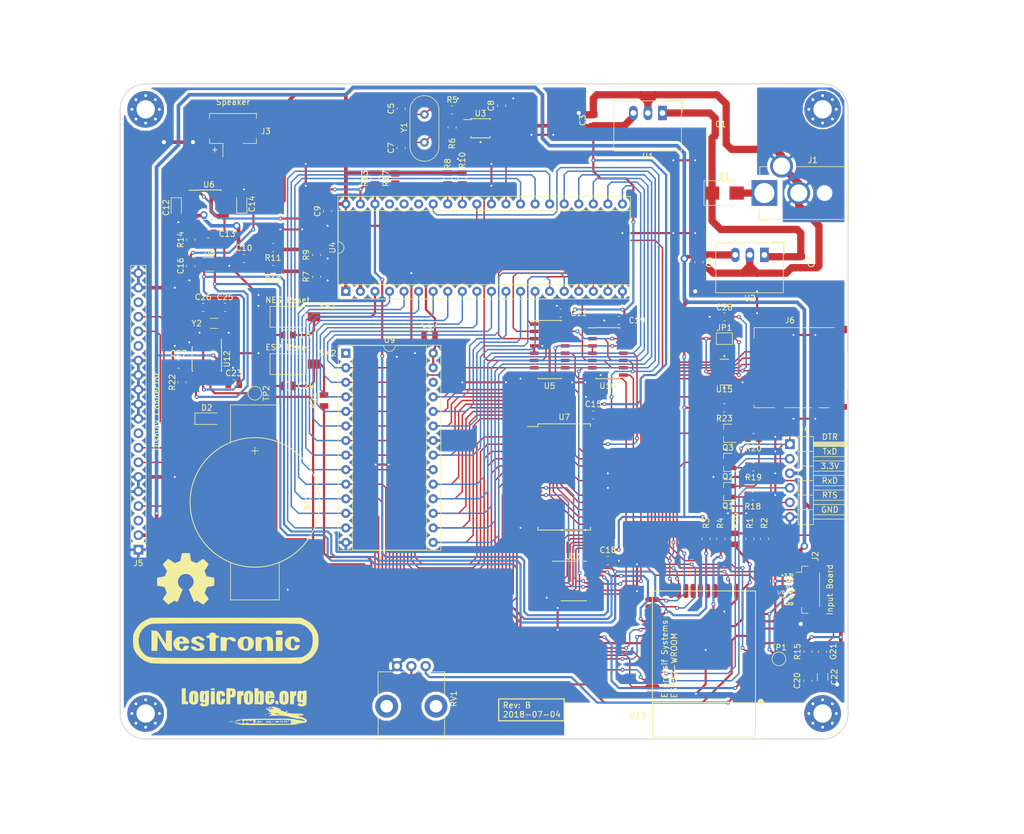
<source format=kicad_pcb>
(kicad_pcb (version 4) (host pcbnew 4.0.7)
  (title_block (title "Nestronic Game Music Synthesizer") (date 2018-07-04) (rev B) (company LogicProbe.org) (comment 1 "Derek Konigsberg"))
  (layers (0 F.Cu signal) (31 B.Cu signal) (34 B.Paste user) (35 F.Paste user) (36 B.SilkS user) (37 F.SilkS user) (38 B.Mask user) (39 F.Mask user) (44 Edge.Cuts user))
  (net 0 "")
  (net 1 GND)
  (net 2 "Net-(BT1-Pad1)")
  (net 3 "Net-(C1-Pad1)")
  (net 4 +5V)
  (net 5 +3V3)
  (net 6 "Net-(C5-Pad1)")
  (net 7 "/NES CPU/~RST")
  (net 8 "Net-(C7-Pad1)")
  (net 9 "Net-(C10-Pad1)")
  (net 10 "Net-(C10-Pad2)")
  (net 11 "Net-(C12-Pad1)")
  (net 12 "/NES CPU/SPK+")
  (net 13 "/ESP32 Microcontroller/EN")
  (net 14 "Net-(C24-Pad2)")
  (net 15 "Net-(C25-Pad2)")
  (net 16 "Net-(C26-Pad2)")
  (net 17 "Net-(C27-Pad2)")
  (net 18 "Net-(D1-Pad2)")
  (net 19 "Net-(D2-Pad1)")
  (net 20 "/ESP32 Microcontroller/SDA1")
  (net 21 "/ESP32 Microcontroller/SCL1")
  (net 22 "/ESP32 Microcontroller/I/O_INT")
  (net 23 "/ESP32 Microcontroller/I/O_TP")
  (net 24 "/NES CPU/SPK-")
  (net 25 "/ESP32 Microcontroller/DTR")
  (net 26 "/ESP32 Microcontroller/TXD")
  (net 27 "/ESP32 Microcontroller/RXD")
  (net 28 "/ESP32 Microcontroller/RTS")
  (net 29 "Net-(J5-Pad3)")
  (net 30 "/ESP32 Microcontroller/DISP_D/~C")
  (net 31 "/ESP32 Microcontroller/VSPI_SCK")
  (net 32 "/ESP32 Microcontroller/VSPI_MOSI")
  (net 33 "Net-(J5-Pad9)")
  (net 34 "Net-(J5-Pad15)")
  (net 35 "/ESP32 Microcontroller/DISP_~RES")
  (net 36 "/ESP32 Microcontroller/DISP_~CS")
  (net 37 "Net-(J5-Pad18)")
  (net 38 "/ESP32 Microcontroller/SD_~CD")
  (net 39 "Net-(J6-Pad8)")
  (net 40 "Net-(J6-Pad1)")
  (net 41 "Net-(J6-Pad2)")
  (net 42 "Net-(J6-Pad3)")
  (net 43 "Net-(J6-Pad5)")
  (net 44 "Net-(J6-Pad7)")
  (net 45 "Net-(JP1-Pad2)")
  (net 46 "/ESP32 Microcontroller/IO0")
  (net 47 "/ESP32 Microcontroller/IO2")
  (net 48 "/NES CPU/SDA")
  (net 49 "/NES CPU/SCL")
  (net 50 "Net-(R5-Pad1)")
  (net 51 "Net-(R12-Pad2)")
  (net 52 "Net-(R8-Pad2)")
  (net 53 "Net-(R11-Pad2)")
  (net 54 "/NES CPU/~IRQ")
  (net 55 "/NES CPU/OUT0")
  (net 56 "Net-(R14-Pad2)")
  (net 57 "/ESP32 Microcontroller/RTC_MFP")
  (net 58 "/ESP32 Microcontroller/VOL")
  (net 59 "Net-(U3-Pad5)")
  (net 60 "Net-(U3-Pad6)")
  (net 61 "/NES CPU/D7")
  (net 62 "/NES CPU/D6")
  (net 63 "/NES CPU/D5")
  (net 64 "/NES CPU/A0")
  (net 65 "/NES CPU/D4")
  (net 66 "/NES CPU/A1")
  (net 67 "/NES CPU/D3")
  (net 68 "/NES CPU/A2")
  (net 69 "/NES CPU/D2")
  (net 70 "/NES CPU/A3")
  (net 71 "/NES CPU/D1")
  (net 72 "/NES CPU/A4")
  (net 73 "/NES CPU/D0")
  (net 74 "/NES CPU/A5")
  (net 75 "/NES CPU/A6")
  (net 76 "/NES CPU/A7")
  (net 77 "/NES CPU/φ2")
  (net 78 "/NES CPU/A8")
  (net 79 "/NES CPU/A9")
  (net 80 "/NES CPU/A10")
  (net 81 "/NES CPU/R~W")
  (net 82 "/NES CPU/A11")
  (net 83 "Net-(U4-Pad35)")
  (net 84 "/NES CPU/A12")
  (net 85 "Net-(U4-Pad36)")
  (net 86 "/NES CPU/A13")
  (net 87 "Net-(U4-Pad37)")
  (net 88 "/NES CPU/A14")
  (net 89 "/NES CPU/A15")
  (net 90 "/NES CPU/Y7")
  (net 91 "Net-(U5-Pad10)")
  (net 92 "Net-(U5-Pad11)")
  (net 93 "/NES CPU/Y3")
  (net 94 "Net-(U5-Pad13)")
  (net 95 "Net-(U5-Pad14)")
  (net 96 "/NES CPU/Y0")
  (net 97 "Net-(U10-Pad3)")
  (net 98 "/NES CPU/~WR")
  (net 99 "/NES CPU/~RD")
  (net 100 "Net-(U10-Pad11)")
  (net 101 "Net-(U13-Pad32)")
  (net 102 "/ESP32 Microcontroller/SD_D1")
  (net 103 "/ESP32 Microcontroller/SD_CMD")
  (net 104 "Net-(U13-Pad22)")
  (net 105 "Net-(U13-Pad21)")
  (net 106 "Net-(U13-Pad20)")
  (net 107 "Net-(U13-Pad19)")
  (net 108 "Net-(U13-Pad18)")
  (net 109 "Net-(U13-Pad17)")
  (net 110 "/ESP32 Microcontroller/SD_D3")
  (net 111 "/ESP32 Microcontroller/SD_D2")
  (net 112 "/ESP32 Microcontroller/SD_CLK")
  (net 113 "Net-(U13-Pad5)")
  (net 114 "Net-(U13-Pad4)")
  (net 115 "Net-(U13-Pad6)")
  (net 116 "Net-(Q1-Pad1)")
  (net 117 "Net-(Q2-Pad1)")
  (net 118 "Net-(Q3-Pad1)")
  (net 119 "/NES CPU/Y6")
  (net 120 "/NES CPU/OUT1")
  (module lib_fp:Via_27mill (layer F.Cu) (at 104.267 99.441)
    (fp_text reference REF** hide)
    (fp_text value Via_27mill hide)
    (pad "" thru_hole circle (at 0 0) (size 0.6858 0.6858) (drill 0.3302) (layers *.Cu) (net 1 GND))
  )
  (module lib_fp:Via_27mill (layer F.Cu) (at 136.017 124.46)
    (fp_text reference REF** hide)
    (fp_text value Via_27mill hide)
    (pad "" thru_hole circle (at 0 0) (size 0.6858 0.6858) (drill 0.3302) (layers *.Cu) (net 1 GND))
  )
  (module lib_fp:Via_27mill (layer F.Cu) (at 136.017 128.27)
    (fp_text reference REF** hide)
    (fp_text value Via_27mill hide)
    (pad "" thru_hole circle (at 0 0) (size 0.6858 0.6858) (drill 0.3302) (layers *.Cu) (net 1 GND))
  )
  (module lib_fp:Via_27mill (layer F.Cu) (at 173.99 104.775)
    (fp_text reference REF** hide)
    (fp_text value Via_27mill hide)
    (pad "" thru_hole circle (at 0 0) (size 0.6858 0.6858) (drill 0.3302) (layers *.Cu) (net 1 GND))
  )
  (module lib_fp:Via_27mill (layer F.Cu) (at 173.99 97.155)
    (fp_text reference REF** hide)
    (fp_text value Via_27mill hide)
    (pad "" thru_hole circle (at 0 0) (size 0.6858 0.6858) (drill 0.3302) (layers *.Cu) (net 1 GND))
  )
  (module lib_fp:Via_27mill (layer F.Cu) (at 87.63 58.42)
    (fp_text reference REF** hide)
    (fp_text value Via_27mill hide)
    (pad "" thru_hole circle (at 0 0) (size 0.6858 0.6858) (drill 0.3302) (layers *.Cu) (net 1 GND))
  )
  (module lib_fp:Via_27mill (layer F.Cu) (at 91.44 58.42)
    (fp_text reference REF** hide)
    (fp_text value Via_27mill hide)
    (pad "" thru_hole circle (at 0 0) (size 0.6858 0.6858) (drill 0.3302) (layers *.Cu) (net 1 GND))
  )
  (module lib_fp:Via_27mill (layer F.Cu) (at 92.075 46.99)
    (fp_text reference REF** hide)
    (fp_text value Via_27mill hide)
    (pad "" thru_hole circle (at 0 0) (size 0.6858 0.6858) (drill 0.3302) (layers *.Cu) (net 1 GND))
  )
  (module lib_fp:Via_27mill (layer F.Cu) (at 92.075 50.8)
    (fp_text reference REF** hide)
    (fp_text value Via_27mill hide)
    (pad "" thru_hole circle (at 0 0) (size 0.6858 0.6858) (drill 0.3302) (layers *.Cu) (net 1 GND))
  )
  (module lib_fp:Via_27mill (layer F.Cu) (at 124.46 50.8)
    (fp_text reference REF** hide)
    (fp_text value Via_27mill hide)
    (pad "" thru_hole circle (at 0 0) (size 0.6858 0.6858) (drill 0.3302) (layers *.Cu) (net 1 GND))
  )
  (module lib_fp:Via_27mill (layer F.Cu) (at 124.46 46.99)
    (fp_text reference REF** hide)
    (fp_text value Via_27mill hide)
    (pad "" thru_hole circle (at 0 0) (size 0.6858 0.6858) (drill 0.3302) (layers *.Cu) (net 1 GND))
  )
  (module lib_fp:Via_27mill (layer F.Cu) (at 173.99 94.615)
    (fp_text reference REF** hide)
    (fp_text value Via_27mill hide)
    (pad "" thru_hole circle (at 0 0) (size 0.6858 0.6858) (drill 0.3302) (layers *.Cu) (net 1 GND))
  )
  (module lib_fp:BatteryHolder_BU2032SM-BT-GTR (layer F.Cu) (at 83.185 106.045 270)
    (fp_text reference BT1 (at 0 -9.2 270) (layer F.SilkS))
    (fp_text value Battery)
    (pad 2 smd rect (at 14.65 0 270) (size 3.2 4.2) (layers F.Cu F.Paste F.Mask) (net 1 GND))
    (pad 1 smd rect (at -14.65 0 270) (size 3.2 4.2) (layers F.Cu F.Paste F.Mask) (net 2 "Net-(BT1-Pad1)"))
  )
  (module Resistor_SMD:R_0805_2012Metric (layer F.Cu) (at 95.25 88.265 90)
    (fp_text reference R21 (at 0 -1.85 90) (layer F.SilkS))
    (fp_text value 470R)
    (pad 1 smd rect (at -0.955 0 90) (size 0.97 1.5) (layers F.Cu F.Paste F.Mask) (net 13 "/ESP32 Microcontroller/EN"))
    (pad 2 smd rect (at 0.955 0 90) (size 0.97 1.5) (layers F.Cu F.Paste F.Mask) (net 14 "Net-(C24-Pad2)"))
  )
  (module Capacitor_SMD:C_0805_2012Metric (layer F.Cu) (at 164.465 41.91)
    (fp_text reference C1 (at 0 -1.85) (layer F.SilkS))
    (fp_text value 10uF)
    (pad 1 smd rect (at -0.955 0) (size 0.97 1.5) (layers F.Cu F.Paste F.Mask) (net 3 "Net-(C1-Pad1)"))
    (pad 2 smd rect (at 0.955 0) (size 0.97 1.5) (layers F.Cu F.Paste F.Mask) (net 1 GND))
  )
  (module Capacitor_SMD:C_0805_2012Metric (layer F.Cu) (at 178.435 64.135 270)
    (fp_text reference C2 (at 0 -1.85 270) (layer F.SilkS))
    (fp_text value 10uF)
    (pad 1 smd rect (at -0.955 0 270) (size 0.97 1.5) (layers F.Cu F.Paste F.Mask) (net 3 "Net-(C1-Pad1)"))
    (pad 2 smd rect (at 0.955 0 270) (size 0.97 1.5) (layers F.Cu F.Paste F.Mask) (net 1 GND))
  )
  (module Capacitor_SMD:C_0805_2012Metric (layer F.Cu) (at 142.24 39.37 90)
    (fp_text reference C3 (at 0 -1.85 90) (layer F.SilkS))
    (fp_text value 10uF)
    (pad 1 smd rect (at -0.955 0 90) (size 0.97 1.5) (layers F.Cu F.Paste F.Mask) (net 4 +5V))
    (pad 2 smd rect (at 0.955 0 90) (size 0.97 1.5) (layers F.Cu F.Paste F.Mask) (net 1 GND))
  )
  (module Capacitor_SMD:C_0805_2012Metric (layer F.Cu) (at 160.655 64.135 270)
    (fp_text reference C4 (at 0 -1.85 270) (layer F.SilkS))
    (fp_text value 10uF)
    (pad 1 smd rect (at -0.955 0 270) (size 0.97 1.5) (layers F.Cu F.Paste F.Mask) (net 5 +3V3))
    (pad 2 smd rect (at 0.955 0 270) (size 0.97 1.5) (layers F.Cu F.Paste F.Mask) (net 1 GND))
  )
  (module Capacitor_SMD:C_0805_2012Metric (layer F.Cu) (at 108.712 37.338 90)
    (fp_text reference C5 (at 0 -1.778 90) (layer F.SilkS))
    (fp_text value 30pF)
    (pad 1 smd rect (at -0.955 0 90) (size 0.97 1.5) (layers F.Cu F.Paste F.Mask) (net 6 "Net-(C5-Pad1)"))
    (pad 2 smd rect (at 0.955 0 90) (size 0.97 1.5) (layers F.Cu F.Paste F.Mask) (net 1 GND))
  )
  (module Capacitor_Tantalum_SMD:CP_EIA-2012-12_Kemet-R (layer F.Cu) (at 88.9 76.835 180)
    (fp_text reference C6 (at -3.175 0 180) (layer F.SilkS))
    (fp_text value 0.47uF)
    (pad 1 smd rect (at -0.925 0 180) (size 1.07 1.1) (layers F.Cu F.Paste F.Mask) (net 7 "/NES CPU/~RST"))
    (pad 2 smd rect (at 0.925 0 180) (size 1.07 1.1) (layers F.Cu F.Paste F.Mask) (net 1 GND))
  )
  (module Capacitor_SMD:C_0805_2012Metric (layer F.Cu) (at 108.712 44.196 270)
    (fp_text reference C7 (at 0 1.778 270) (layer F.SilkS))
    (fp_text value 30pF)
    (pad 1 smd rect (at -0.955 0 270) (size 0.97 1.5) (layers F.Cu F.Paste F.Mask) (net 8 "Net-(C7-Pad1)"))
    (pad 2 smd rect (at 0.955 0 270) (size 0.97 1.5) (layers F.Cu F.Paste F.Mask) (net 1 GND))
  )
  (module Capacitor_SMD:C_0805_2012Metric (layer F.Cu) (at 126.238 36.83 90)
    (fp_text reference C8 (at 0 -1.85 90) (layer F.SilkS))
    (fp_text value 0.1uF)
    (pad 1 smd rect (at -0.955 0 90) (size 0.97 1.5) (layers F.Cu F.Paste F.Mask) (net 4 +5V))
    (pad 2 smd rect (at 0.955 0 90) (size 0.97 1.5) (layers F.Cu F.Paste F.Mask) (net 1 GND))
  )
  (module Capacitor_SMD:C_0805_2012Metric (layer F.Cu) (at 95.885 55.245 270)
    (fp_text reference C9 (at 0 1.778 270) (layer F.SilkS))
    (fp_text value 0.1uF)
    (pad 1 smd rect (at -0.955 0 270) (size 0.97 1.5) (layers F.Cu F.Paste F.Mask) (net 4 +5V))
    (pad 2 smd rect (at 0.955 0 270) (size 0.97 1.5) (layers F.Cu F.Paste F.Mask) (net 1 GND))
  )
  (module Capacitor_SMD:C_0805_2012Metric (layer F.Cu) (at 81.28 63.5)
    (fp_text reference C10 (at 0 -1.85) (layer F.SilkS))
    (fp_text value 0.33uF)
    (pad 1 smd rect (at -0.955 0) (size 0.97 1.5) (layers F.Cu F.Paste F.Mask) (net 9 "Net-(C10-Pad1)"))
    (pad 2 smd rect (at 0.955 0) (size 0.97 1.5) (layers F.Cu F.Paste F.Mask) (net 10 "Net-(C10-Pad2)"))
  )
  (module Capacitor_SMD:C_0805_2012Metric (layer F.Cu) (at 136.525 73.025 180)
    (fp_text reference C11 (at -3.175 0 180) (layer F.SilkS))
    (fp_text value 0.1uF)
    (pad 1 smd rect (at -0.955 0 180) (size 0.97 1.5) (layers F.Cu F.Paste F.Mask) (net 4 +5V))
    (pad 2 smd rect (at 0.955 0 180) (size 0.97 1.5) (layers F.Cu F.Paste F.Mask) (net 1 GND))
  )
  (module Capacitor_Tantalum_SMD:CP_EIA-2012-12_Kemet-R (layer F.Cu) (at 69.469 54.61 270)
    (fp_text reference C12 (at 0 1.778 270) (layer F.SilkS))
    (fp_text value 1uF)
    (pad 1 smd rect (at -0.925 0 270) (size 1.07 1.1) (layers F.Cu F.Paste F.Mask) (net 11 "Net-(C12-Pad1)"))
    (pad 2 smd rect (at 0.925 0 270) (size 1.07 1.1) (layers F.Cu F.Paste F.Mask) (net 1 GND))
  )
  (module Capacitor_SMD:C_0805_2012Metric (layer F.Cu) (at 75.057 59.182)
    (fp_text reference C13 (at 3.302 0) (layer F.SilkS))
    (fp_text value 30pF)
    (pad 1 smd rect (at -0.955 0) (size 0.97 1.5) (layers F.Cu F.Paste F.Mask) (net 9 "Net-(C10-Pad1)"))
    (pad 2 smd rect (at 0.955 0) (size 0.97 1.5) (layers F.Cu F.Paste F.Mask) (net 12 "/NES CPU/SPK+"))
  )
  (module Capacitor_Tantalum_SMD:CP_EIA-2012-12_Kemet-R (layer F.Cu) (at 80.899 53.848 90)
    (fp_text reference C14 (at -0.127 1.778 90) (layer F.SilkS))
    (fp_text value 1uF)
    (pad 1 smd rect (at -0.925 0 90) (size 1.07 1.1) (layers F.Cu F.Paste F.Mask) (net 4 +5V))
    (pad 2 smd rect (at 0.925 0 90) (size 1.07 1.1) (layers F.Cu F.Paste F.Mask) (net 1 GND))
  )
  (module Capacitor_SMD:C_0805_2012Metric (layer F.Cu) (at 142.24 90.805 180)
    (fp_text reference C15 (at 0 1.905 180) (layer F.SilkS))
    (fp_text value 0.1uF)
    (pad 1 smd rect (at -0.955 0 180) (size 0.97 1.5) (layers F.Cu F.Paste F.Mask) (net 4 +5V))
    (pad 2 smd rect (at 0.955 0 180) (size 0.97 1.5) (layers F.Cu F.Paste F.Mask) (net 1 GND))
  )
  (module Capacitor_SMD:C_0805_2012Metric (layer F.Cu) (at 72.009 64.77 270)
    (fp_text reference C16 (at 0 1.778 270) (layer F.SilkS))
    (fp_text value 0.1uF)
    (pad 1 smd rect (at -0.955 0 270) (size 0.97 1.5) (layers F.Cu F.Paste F.Mask) (net 4 +5V))
    (pad 2 smd rect (at 0.955 0 270) (size 0.97 1.5) (layers F.Cu F.Paste F.Mask) (net 1 GND))
  )
  (module Capacitor_SMD:C_0805_2012Metric (layer F.Cu) (at 113.665 76.835 180)
    (fp_text reference C17 (at 0 1.778 180) (layer F.SilkS))
    (fp_text value 0.1uF)
    (pad 1 smd rect (at -0.955 0 180) (size 0.97 1.5) (layers F.Cu F.Paste F.Mask) (net 4 +5V))
    (pad 2 smd rect (at 0.955 0 180) (size 0.97 1.5) (layers F.Cu F.Paste F.Mask) (net 1 GND))
  )
  (module Capacitor_SMD:C_0805_2012Metric (layer F.Cu) (at 144.78 116.205)
    (fp_text reference C18 (at 0 -1.85) (layer F.SilkS))
    (fp_text value 0.1uF)
    (pad 1 smd rect (at -0.955 0) (size 0.97 1.5) (layers F.Cu F.Paste F.Mask) (net 5 +3V3))
    (pad 2 smd rect (at 0.955 0) (size 0.97 1.5) (layers F.Cu F.Paste F.Mask) (net 1 GND))
  )
  (module Capacitor_SMD:C_0805_2012Metric (layer F.Cu) (at 146.685 74.295 180)
    (fp_text reference C19 (at -3.175 0 180) (layer F.SilkS))
    (fp_text value 0.1uF)
    (pad 1 smd rect (at -0.955 0 180) (size 0.97 1.5) (layers F.Cu F.Paste F.Mask) (net 4 +5V))
    (pad 2 smd rect (at 0.955 0 180) (size 0.97 1.5) (layers F.Cu F.Paste F.Mask) (net 1 GND))
  )
  (module Capacitor_SMD:C_0805_2012Metric (layer F.Cu) (at 179.705 137.16 270)
    (fp_text reference C20 (at 0 1.905 270) (layer F.SilkS))
    (fp_text value 1uF)
    (pad 1 smd rect (at -0.955 0 270) (size 0.97 1.5) (layers F.Cu F.Paste F.Mask) (net 5 +3V3))
    (pad 2 smd rect (at 0.955 0 270) (size 0.97 1.5) (layers F.Cu F.Paste F.Mask) (net 1 GND))
  )
  (module Capacitor_SMD:C_0805_2012Metric (layer F.Cu) (at 182.245 132.08 270)
    (fp_text reference C21 (at 0 -1.85 270) (layer F.SilkS))
    (fp_text value 0.1uF)
    (pad 1 smd rect (at -0.955 0 270) (size 0.97 1.5) (layers F.Cu F.Paste F.Mask) (net 13 "/ESP32 Microcontroller/EN"))
    (pad 2 smd rect (at 0.955 0 270) (size 0.97 1.5) (layers F.Cu F.Paste F.Mask) (net 1 GND))
  )
  (module Capacitor_SMD:C_1206_3216Metric (layer F.Cu) (at 182.245 136.525 270)
    (fp_text reference C22 (at 0 -2.05 270) (layer F.SilkS))
    (fp_text value 100uF)
    (pad 1 smd rect (at -1.505 0 270) (size 1.07 1.8) (layers F.Cu F.Paste F.Mask) (net 5 +3V3))
    (pad 2 smd rect (at 1.505 0 270) (size 1.07 1.8) (layers F.Cu F.Paste F.Mask) (net 1 GND))
  )
  (module Capacitor_SMD:C_0805_2012Metric (layer F.Cu) (at 79.502 85.344)
    (fp_text reference C23 (at 0 -1.85) (layer F.SilkS))
    (fp_text value 0.1uF)
    (pad 1 smd rect (at -0.955 0) (size 0.97 1.5) (layers F.Cu F.Paste F.Mask) (net 5 +3V3))
    (pad 2 smd rect (at 0.955 0) (size 0.97 1.5) (layers F.Cu F.Paste F.Mask) (net 1 GND))
  )
  (module Capacitor_SMD:C_0805_2012Metric (layer F.Cu) (at 88.9 85.725)
    (fp_text reference C24 (at 3.175 0) (layer F.SilkS))
    (fp_text value 1nF)
    (pad 1 smd rect (at -0.955 0) (size 0.97 1.5) (layers F.Cu F.Paste F.Mask) (net 1 GND))
    (pad 2 smd rect (at 0.955 0) (size 0.97 1.5) (layers F.Cu F.Paste F.Mask) (net 14 "Net-(C24-Pad2)"))
  )
  (module Capacitor_SMD:C_0805_2012Metric (layer F.Cu) (at 77.978 72.009 180)
    (fp_text reference C25 (at 0 1.778 180) (layer F.SilkS))
    (fp_text value 10pF)
    (pad 1 smd rect (at -0.955 0 180) (size 0.97 1.5) (layers F.Cu F.Paste F.Mask) (net 1 GND))
    (pad 2 smd rect (at 0.955 0 180) (size 0.97 1.5) (layers F.Cu F.Paste F.Mask) (net 15 "Net-(C25-Pad2)"))
  )
  (module Capacitor_SMD:C_0805_2012Metric (layer F.Cu) (at 74.168 72.009)
    (fp_text reference C26 (at 0 -1.778) (layer F.SilkS))
    (fp_text value 12pF)
    (pad 1 smd rect (at -0.955 0) (size 0.97 1.5) (layers F.Cu F.Paste F.Mask) (net 1 GND))
    (pad 2 smd rect (at 0.955 0) (size 0.97 1.5) (layers F.Cu F.Paste F.Mask) (net 16 "Net-(C26-Pad2)"))
  )
  (module Capacitor_SMD:C_0805_2012Metric (layer F.Cu) (at 69.85 81.915)
    (fp_text reference C27 (at 0 -1.85) (layer F.SilkS))
    (fp_text value 100pF)
    (pad 1 smd rect (at -0.955 0) (size 0.97 1.5) (layers F.Cu F.Paste F.Mask) (net 1 GND))
    (pad 2 smd rect (at 0.955 0) (size 0.97 1.5) (layers F.Cu F.Paste F.Mask) (net 17 "Net-(C27-Pad2)"))
  )
  (module Capacitor_SMD:C_0805_2012Metric (layer F.Cu) (at 165.1 73.66 180)
    (fp_text reference C28 (at 0 1.651 180) (layer F.SilkS))
    (fp_text value 10uF)
    (pad 1 smd rect (at -0.955 0 180) (size 0.97 1.5) (layers F.Cu F.Paste F.Mask) (net 5 +3V3))
    (pad 2 smd rect (at 0.955 0 180) (size 0.97 1.5) (layers F.Cu F.Paste F.Mask) (net 1 GND))
  )
  (module Diode_SMD:D_SMB (layer F.Cu) (at 165.1 52.07)
    (fp_text reference D1 (at 0 -3) (layer F.SilkS))
    (fp_text value D)
    (pad 1 smd rect (at -2.15 0) (size 2.5 2.3) (layers F.Cu F.Paste F.Mask) (net 3 "Net-(C1-Pad1)"))
    (pad 2 smd rect (at 2.15 0) (size 2.5 2.3) (layers F.Cu F.Paste F.Mask) (net 18 "Net-(D1-Pad2)"))
  )
  (module Diode_SMD:D_SOD-123F (layer F.Cu) (at 74.93 91.44)
    (fp_text reference D2 (at -0.127 -1.905) (layer F.SilkS))
    (fp_text value D_Schottky)
    (pad 1 smd rect (at -1.4 0) (size 1.1 1.1) (layers F.Cu F.Paste F.Mask) (net 19 "Net-(D2-Pad1)"))
    (pad 2 smd rect (at 1.4 0) (size 1.1 1.1) (layers F.Cu F.Paste F.Mask) (net 2 "Net-(BT1-Pad1)"))
  )
  (module lib_fp:BarrelJack_CUI_PJ-058AH_Horizontal (layer F.Cu) (at 172.085 52.07 90)
    (fp_text reference J1 (at 5.75 8.45 180) (layer F.SilkS))
    (fp_text value "Power Jack")
    (pad 1 thru_hole rect (at 0 0 90) (size 4.5 4.5) (drill 3.5) (layers *.Cu *.Mask) (net 18 "Net-(D1-Pad2)"))
    (pad 2 thru_hole circle (at 0 6 90) (size 4 4) (drill 3) (layers *.Cu *.Mask) (net 1 GND))
    (pad 3 thru_hole circle (at 4.7 3 90) (size 4 4) (drill 3) (layers *.Cu *.Mask) (net 1 GND))
    (pad "" np_thru_hole circle (at 0 10.5 90) (size 2.2 2.2) (drill 2.2) (layers *.Cu *.Mask))
  )
  (module Connector_PinHeader_2.54mm:PinHeader_1x06_P2.54mm_Horizontal (layer F.Cu) (at 176.53 95.885)
    (fp_text reference J4 (at 2.54 -2.54) (layer F.SilkS))
    (fp_text value Program)
    (pad 1 thru_hole rect (at 0 0) (size 1.7 1.7) (drill 1) (layers *.Cu *.Mask) (net 25 "/ESP32 Microcontroller/DTR"))
    (pad 2 thru_hole oval (at 0 2.54) (size 1.7 1.7) (drill 1) (layers *.Cu *.Mask) (net 26 "/ESP32 Microcontroller/TXD"))
    (pad 3 thru_hole oval (at 0 5.08) (size 1.7 1.7) (drill 1) (layers *.Cu *.Mask) (net 5 +3V3))
    (pad 4 thru_hole oval (at 0 7.62) (size 1.7 1.7) (drill 1) (layers *.Cu *.Mask) (net 27 "/ESP32 Microcontroller/RXD"))
    (pad 5 thru_hole oval (at 0 10.16) (size 1.7 1.7) (drill 1) (layers *.Cu *.Mask) (net 28 "/ESP32 Microcontroller/RTS"))
    (pad 6 thru_hole oval (at 0 12.7) (size 1.7 1.7) (drill 1) (layers *.Cu *.Mask) (net 1 GND))
  )
  (module Connector_PinHeader_2.54mm:PinHeader_1x20_P2.54mm_Vertical (layer F.Cu) (at 62.865 114.3 180)
    (fp_text reference J5 (at 0 -2.33 180) (layer F.SilkS))
    (fp_text value "NHD OLED Connector")
    (pad 1 thru_hole rect (at 0 0 180) (size 1.7 1.7) (drill 1) (layers *.Cu *.Mask) (net 1 GND))
    (pad 2 thru_hole oval (at 0 2.54 180) (size 1.7 1.7) (drill 1) (layers *.Cu *.Mask) (net 5 +3V3))
    (pad 3 thru_hole oval (at 0 5.08 180) (size 1.7 1.7) (drill 1) (layers *.Cu *.Mask) (net 29 "Net-(J5-Pad3)"))
    (pad 4 thru_hole oval (at 0 7.62 180) (size 1.7 1.7) (drill 1) (layers *.Cu *.Mask) (net 30 "/ESP32 Microcontroller/DISP_D/~C"))
    (pad 5 thru_hole oval (at 0 10.16 180) (size 1.7 1.7) (drill 1) (layers *.Cu *.Mask) (net 1 GND))
    (pad 6 thru_hole oval (at 0 12.7 180) (size 1.7 1.7) (drill 1) (layers *.Cu *.Mask) (net 1 GND))
    (pad 7 thru_hole oval (at 0 15.24 180) (size 1.7 1.7) (drill 1) (layers *.Cu *.Mask) (net 31 "/ESP32 Microcontroller/VSPI_SCK"))
    (pad 8 thru_hole oval (at 0 17.78 180) (size 1.7 1.7) (drill 1) (layers *.Cu *.Mask) (net 32 "/ESP32 Microcontroller/VSPI_MOSI"))
    (pad 9 thru_hole oval (at 0 20.32 180) (size 1.7 1.7) (drill 1) (layers *.Cu *.Mask) (net 33 "Net-(J5-Pad9)"))
    (pad 10 thru_hole oval (at 0 22.86 180) (size 1.7 1.7) (drill 1) (layers *.Cu *.Mask) (net 1 GND))
    (pad 11 thru_hole oval (at 0 25.4 180) (size 1.7 1.7) (drill 1) (layers *.Cu *.Mask) (net 1 GND))
    (pad 12 thru_hole oval (at 0 27.94 180) (size 1.7 1.7) (drill 1) (layers *.Cu *.Mask) (net 1 GND))
    (pad 13 thru_hole oval (at 0 30.48 180) (size 1.7 1.7) (drill 1) (layers *.Cu *.Mask) (net 1 GND))
    (pad 14 thru_hole oval (at 0 33.02 180) (size 1.7 1.7) (drill 1) (layers *.Cu *.Mask) (net 1 GND))
    (pad 15 thru_hole oval (at 0 35.56 180) (size 1.7 1.7) (drill 1) (layers *.Cu *.Mask) (net 34 "Net-(J5-Pad15)"))
    (pad 16 thru_hole oval (at 0 38.1 180) (size 1.7 1.7) (drill 1) (layers *.Cu *.Mask) (net 35 "/ESP32 Microcontroller/DISP_~RES"))
    (pad 17 thru_hole oval (at 0 40.64 180) (size 1.7 1.7) (drill 1) (layers *.Cu *.Mask) (net 36 "/ESP32 Microcontroller/DISP_~CS"))
    (pad 18 thru_hole oval (at 0 43.18 180) (size 1.7 1.7) (drill 1) (layers *.Cu *.Mask) (net 37 "Net-(J5-Pad18)"))
    (pad 19 thru_hole oval (at 0 45.72 180) (size 1.7 1.7) (drill 1) (layers *.Cu *.Mask) (net 1 GND))
    (pad 20 thru_hole oval (at 0 48.26 180) (size 1.7 1.7) (drill 1) (layers *.Cu *.Mask) (net 1 GND))
  )
  (module lib_fp:microSD_HC_Hirose_DM3AT-SF-PEJM5 (layer F.Cu) (at 178.181 82.55 90)
    (fp_text reference J6 (at 8.255 -1.651 180) (layer F.SilkS))
    (fp_text value "microSD Socket")
    (pad 9 smd rect (at -5.875 -7.725 90) (size 0.7 1.2) (layers F.Cu F.Paste F.Mask) (net 38 "/ESP32 Microcontroller/SD_~CD"))
    (pad 8 smd rect (at -4.925 -7.725 90) (size 0.7 1.2) (layers F.Cu F.Paste F.Mask) (net 39 "Net-(J6-Pad8)"))
    (pad 1 smd rect (at 2.775 -7.725 90) (size 0.7 1.2) (layers F.Cu F.Paste F.Mask) (net 40 "Net-(J6-Pad1)"))
    (pad 2 smd rect (at 1.675 -7.725 90) (size 0.7 1.2) (layers F.Cu F.Paste F.Mask) (net 41 "Net-(J6-Pad2)"))
    (pad 3 smd rect (at 0.575 -7.725 90) (size 0.7 1.2) (layers F.Cu F.Paste F.Mask) (net 42 "Net-(J6-Pad3)"))
    (pad 4 smd rect (at -0.525 -7.725 90) (size 0.7 1.2) (layers F.Cu F.Paste F.Mask) (net 5 +3V3))
    (pad 5 smd rect (at -1.625 -7.725 90) (size 0.7 1.2) (layers F.Cu F.Paste F.Mask) (net 43 "Net-(J6-Pad5)"))
    (pad 6 smd rect (at -2.725 -7.725 90) (size 0.7 1.2) (layers F.Cu F.Paste F.Mask) (net 1 GND))
    (pad 7 smd rect (at -3.825 -7.725 90) (size 0.7 1.2) (layers F.Cu F.Paste F.Mask) (net 44 "Net-(J6-Pad7)"))
    (pad 11 smd rect (at 4.325 -7.725 90) (size 1 1.2) (layers F.Cu F.Paste F.Mask) (net 1 GND))
    (pad 11 smd rect (at -6.825 -3.425 90) (size 1 1.2) (layers F.Cu F.Paste F.Mask) (net 1 GND))
    (pad 10 smd rect (at -6.825 2.775 90) (size 1 0.8) (layers F.Cu F.Paste F.Mask) (net 1 GND))
    (pad 11 smd rect (at -6.825 6.925 90) (size 1 2.8) (layers F.Cu F.Paste F.Mask) (net 1 GND))
    (pad 11 smd rect (at 6.675 7.375 90) (size 1.3 1.9) (layers F.Cu F.Paste F.Mask) (net 1 GND))
  )
  (module lib_fp:SolderJumper-2_P1.3mm_Open_Pad1.0x1.5mm (layer F.Cu) (at 165.1 77.47)
    (fp_text reference JP1 (at 0 -1.905) (layer F.SilkS))
    (fp_text value Jumper)
    (pad 2 smd rect (at 0.65 0) (size 1 1.5) (layers F.Cu F.Mask) (net 45 "Net-(JP1-Pad2)"))
    (pad 1 smd rect (at -0.65 0) (size 1 1.5) (layers F.Cu F.Mask) (net 5 +3V3))
  )
  (module Package_TO_SOT_SMD:SOT-23 (layer F.Cu) (at 165.735 104.14 180)
    (fp_text reference Q1 (at 0 -2.5 180) (layer F.SilkS))
    (fp_text value SS8050)
    (pad 1 smd rect (at -1 -0.95 180) (size 0.9 0.8) (layers F.Cu F.Paste F.Mask) (net 116 "Net-(Q1-Pad1)"))
    (pad 2 smd rect (at -1 0.95 180) (size 0.9 0.8) (layers F.Cu F.Paste F.Mask) (net 28 "/ESP32 Microcontroller/RTS"))
    (pad 3 smd rect (at 1 0 180) (size 0.9 0.8) (layers F.Cu F.Paste F.Mask) (net 13 "/ESP32 Microcontroller/EN"))
  )
  (module Package_TO_SOT_SMD:SOT-23 (layer F.Cu) (at 165.735 99.06 180)
    (fp_text reference Q2 (at 0 -2.5 180) (layer F.SilkS))
    (fp_text value SS8050)
    (pad 1 smd rect (at -1 -0.95 180) (size 0.9 0.8) (layers F.Cu F.Paste F.Mask) (net 117 "Net-(Q2-Pad1)"))
    (pad 2 smd rect (at -1 0.95 180) (size 0.9 0.8) (layers F.Cu F.Paste F.Mask) (net 25 "/ESP32 Microcontroller/DTR"))
    (pad 3 smd rect (at 1 0 180) (size 0.9 0.8) (layers F.Cu F.Paste F.Mask) (net 46 "/ESP32 Microcontroller/IO0"))
  )
  (module Package_TO_SOT_SMD:SOT-23 (layer F.Cu) (at 165.735 93.98 180)
    (fp_text reference Q3 (at 0 -2.5 180) (layer F.SilkS))
    (fp_text value SS8050)
    (pad 1 smd rect (at -1 -0.95 180) (size 0.9 0.8) (layers F.Cu F.Paste F.Mask) (net 118 "Net-(Q3-Pad1)"))
    (pad 2 smd rect (at -1 0.95 180) (size 0.9 0.8) (layers F.Cu F.Paste F.Mask) (net 25 "/ESP32 Microcontroller/DTR"))
    (pad 3 smd rect (at 1 0 180) (size 0.9 0.8) (layers F.Cu F.Paste F.Mask) (net 47 "/ESP32 Microcontroller/IO2"))
  )
  (module Resistor_SMD:R_0805_2012Metric (layer F.Cu) (at 169.545 112.395 270)
    (fp_text reference R1 (at -2.7305 0 270) (layer F.SilkS))
    (fp_text value 2k)
    (pad 1 smd rect (at -0.955 0 270) (size 0.97 1.5) (layers F.Cu F.Paste F.Mask) (net 5 +3V3))
    (pad 2 smd rect (at 0.955 0 270) (size 0.97 1.5) (layers F.Cu F.Paste F.Mask) (net 20 "/ESP32 Microcontroller/SDA1"))
  )
  (module Resistor_SMD:R_0805_2012Metric (layer F.Cu) (at 172.085 112.395 270)
    (fp_text reference R2 (at -2.7305 0 270) (layer F.SilkS))
    (fp_text value 2k)
    (pad 1 smd rect (at -0.955 0 270) (size 0.97 1.5) (layers F.Cu F.Paste F.Mask) (net 5 +3V3))
    (pad 2 smd rect (at 0.955 0 270) (size 0.97 1.5) (layers F.Cu F.Paste F.Mask) (net 21 "/ESP32 Microcontroller/SCL1"))
  )
  (module Resistor_SMD:R_0805_2012Metric (layer F.Cu) (at 161.925 112.395 270)
    (fp_text reference R3 (at -2.7305 0 270) (layer F.SilkS))
    (fp_text value 2k)
    (pad 1 smd rect (at -0.955 0 270) (size 0.97 1.5) (layers F.Cu F.Paste F.Mask) (net 5 +3V3))
    (pad 2 smd rect (at 0.955 0 270) (size 0.97 1.5) (layers F.Cu F.Paste F.Mask) (net 48 "/NES CPU/SDA"))
  )
  (module Resistor_SMD:R_0805_2012Metric (layer F.Cu) (at 164.465 112.395 270)
    (fp_text reference R4 (at -2.7305 0.0635 270) (layer F.SilkS))
    (fp_text value 2k)
    (pad 1 smd rect (at -0.955 0 270) (size 0.97 1.5) (layers F.Cu F.Paste F.Mask) (net 5 +3V3))
    (pad 2 smd rect (at 0.955 0 270) (size 0.97 1.5) (layers F.Cu F.Paste F.Mask) (net 49 "/NES CPU/SCL"))
  )
  (module Resistor_SMD:R_0805_2012Metric (layer F.Cu) (at 117.602 37.592 180)
    (fp_text reference R5 (at 0 1.778 180) (layer F.SilkS))
    (fp_text value 1k)
    (pad 1 smd rect (at -0.955 0 180) (size 0.97 1.5) (layers F.Cu F.Paste F.Mask) (net 50 "Net-(R5-Pad1)"))
    (pad 2 smd rect (at 0.955 0 180) (size 0.97 1.5) (layers F.Cu F.Paste F.Mask) (net 6 "Net-(C5-Pad1)"))
  )
  (module Resistor_SMD:R_0805_2012Metric (layer F.Cu) (at 117.602 40.64 270)
    (fp_text reference R6 (at 2.794 0 270) (layer F.SilkS))
    (fp_text value 2.2M)
    (pad 1 smd rect (at -0.955 0 270) (size 0.97 1.5) (layers F.Cu F.Paste F.Mask) (net 50 "Net-(R5-Pad1)"))
    (pad 2 smd rect (at 0.955 0 270) (size 0.97 1.5) (layers F.Cu F.Paste F.Mask) (net 8 "Net-(C7-Pad1)"))
  )
  (module Resistor_SMD:R_0805_2012Metric (layer F.Cu) (at 93.98 66.675 90)
    (fp_text reference R7 (at 0 -1.85 90) (layer F.SilkS))
    (fp_text value 100)
    (pad 1 smd rect (at -0.955 0 90) (size 0.97 1.5) (layers F.Cu F.Paste F.Mask) (net 1 GND))
    (pad 2 smd rect (at 0.955 0 90) (size 0.97 1.5) (layers F.Cu F.Paste F.Mask) (net 51 "Net-(R12-Pad2)"))
  )
  (module Resistor_SMD:R_0805_2012Metric (layer F.Cu) (at 116.84 49.53 270)
    (fp_text reference R8 (at -2.54 0 270) (layer F.SilkS))
    (fp_text value 4.7k)
    (pad 1 smd rect (at -0.955 0 270) (size 0.97 1.5) (layers F.Cu F.Paste F.Mask) (net 4 +5V))
    (pad 2 smd rect (at 0.955 0 270) (size 0.97 1.5) (layers F.Cu F.Paste F.Mask) (net 52 "Net-(R8-Pad2)"))
  )
  (module Resistor_SMD:R_0805_2012Metric (layer F.Cu) (at 93.98 62.865 90)
    (fp_text reference R9 (at 0 -1.85 90) (layer F.SilkS))
    (fp_text value 100)
    (pad 1 smd rect (at -0.955 0 90) (size 0.97 1.5) (layers F.Cu F.Paste F.Mask) (net 1 GND))
    (pad 2 smd rect (at 0.955 0 90) (size 0.97 1.5) (layers F.Cu F.Paste F.Mask) (net 53 "Net-(R11-Pad2)"))
  )
  (module Resistor_SMD:R_0805_2012Metric (layer F.Cu) (at 119.38 49.53 90)
    (fp_text reference R10 (at 3.175 0 90) (layer F.SilkS))
    (fp_text value 4.7k)
    (pad 1 smd rect (at -0.955 0 90) (size 0.97 1.5) (layers F.Cu F.Paste F.Mask) (net 54 "/NES CPU/~IRQ"))
    (pad 2 smd rect (at 0.955 0 90) (size 0.97 1.5) (layers F.Cu F.Paste F.Mask) (net 4 +5V))
  )
  (module Resistor_SMD:R_0805_2012Metric (layer F.Cu) (at 86.36 61.595)
    (fp_text reference R11 (at 0 1.778) (layer F.SilkS))
    (fp_text value 12k)
    (pad 1 smd rect (at -0.955 0) (size 0.97 1.5) (layers F.Cu F.Paste F.Mask) (net 10 "Net-(C10-Pad2)"))
    (pad 2 smd rect (at 0.955 0) (size 0.97 1.5) (layers F.Cu F.Paste F.Mask) (net 53 "Net-(R11-Pad2)"))
  )
  (module Resistor_SMD:R_0805_2012Metric (layer F.Cu) (at 86.36 65.405)
    (fp_text reference R12 (at 0 1.778) (layer F.SilkS))
    (fp_text value 20k)
    (pad 1 smd rect (at -0.955 0) (size 0.97 1.5) (layers F.Cu F.Paste F.Mask) (net 10 "Net-(C10-Pad2)"))
    (pad 2 smd rect (at 0.955 0) (size 0.97 1.5) (layers F.Cu F.Paste F.Mask) (net 51 "Net-(R12-Pad2)"))
  )
  (module Resistor_SMD:R_0805_2012Metric (layer F.Cu) (at 104.14 49.53 90)
    (fp_text reference R13 (at 0 -1.778 90) (layer F.SilkS))
    (fp_text value 20k)
    (pad 1 smd rect (at -0.955 0 90) (size 0.97 1.5) (layers F.Cu F.Paste F.Mask) (net 55 "/NES CPU/OUT0"))
    (pad 2 smd rect (at 0.955 0 90) (size 0.97 1.5) (layers F.Cu F.Paste F.Mask) (net 4 +5V))
  )
  (module Resistor_SMD:R_0805_2012Metric (layer F.Cu) (at 72.009 60.198 270)
    (fp_text reference R14 (at 0 1.778 270) (layer F.SilkS))
    (fp_text value 4.7k)
    (pad 1 smd rect (at -0.955 0 270) (size 0.97 1.5) (layers F.Cu F.Paste F.Mask) (net 9 "Net-(C10-Pad1)"))
    (pad 2 smd rect (at 0.955 0 270) (size 0.97 1.5) (layers F.Cu F.Paste F.Mask) (net 56 "Net-(R14-Pad2)"))
  )
  (module Resistor_SMD:R_0805_2012Metric (layer F.Cu) (at 179.705 132.08 90)
    (fp_text reference R15 (at 0 -1.85 90) (layer F.SilkS))
    (fp_text value 12k)
    (pad 1 smd rect (at -0.955 0 90) (size 0.97 1.5) (layers F.Cu F.Paste F.Mask) (net 13 "/ESP32 Microcontroller/EN"))
    (pad 2 smd rect (at 0.955 0 90) (size 0.97 1.5) (layers F.Cu F.Paste F.Mask) (net 5 +3V3))
  )
  (module Resistor_SMD:R_0805_2012Metric (layer F.Cu) (at 167.005 112.395 90)
    (fp_text reference R16 (at 3.175 0 90) (layer F.SilkS))
    (fp_text value 10k)
    (pad 1 smd rect (at -0.955 0 90) (size 0.97 1.5) (layers F.Cu F.Paste F.Mask) (net 57 "/ESP32 Microcontroller/RTC_MFP"))
    (pad 2 smd rect (at 0.955 0 90) (size 0.97 1.5) (layers F.Cu F.Paste F.Mask) (net 5 +3V3))
  )
  (module Resistor_SMD:R_0805_2012Metric (layer F.Cu) (at 170.053 104.902 180)
    (fp_text reference R18 (at 0 -1.85 180) (layer F.SilkS))
    (fp_text value 100k)
    (pad 1 smd rect (at -0.955 0 180) (size 0.97 1.5) (layers F.Cu F.Paste F.Mask) (net 25 "/ESP32 Microcontroller/DTR"))
    (pad 2 smd rect (at 0.955 0 180) (size 0.97 1.5) (layers F.Cu F.Paste F.Mask) (net 116 "Net-(Q1-Pad1)"))
  )
  (module Resistor_SMD:R_0805_2012Metric (layer F.Cu) (at 170.18 99.822 180)
    (fp_text reference R19 (at 0 -1.85 180) (layer F.SilkS))
    (fp_text value 100k)
    (pad 1 smd rect (at -0.955 0 180) (size 0.97 1.5) (layers F.Cu F.Paste F.Mask) (net 28 "/ESP32 Microcontroller/RTS"))
    (pad 2 smd rect (at 0.955 0 180) (size 0.97 1.5) (layers F.Cu F.Paste F.Mask) (net 117 "Net-(Q2-Pad1)"))
  )
  (module Resistor_SMD:R_0805_2012Metric (layer F.Cu) (at 170.18 94.742 180)
    (fp_text reference R20 (at 0 -1.85 180) (layer F.SilkS))
    (fp_text value 100k)
    (pad 1 smd rect (at -0.955 0 180) (size 0.97 1.5) (layers F.Cu F.Paste F.Mask) (net 28 "/ESP32 Microcontroller/RTS"))
    (pad 2 smd rect (at 0.955 0 180) (size 0.97 1.5) (layers F.Cu F.Paste F.Mask) (net 118 "Net-(Q3-Pad1)"))
  )
  (module Resistor_SMD:R_0805_2012Metric (layer F.Cu) (at 70.485 85.09 270)
    (fp_text reference R22 (at 0 1.7145 270) (layer F.SilkS))
    (fp_text value 1k)
    (pad 1 smd rect (at -0.955 0 270) (size 0.97 1.5) (layers F.Cu F.Paste F.Mask) (net 17 "Net-(C27-Pad2)"))
    (pad 2 smd rect (at 0.955 0 270) (size 0.97 1.5) (layers F.Cu F.Paste F.Mask) (net 19 "Net-(D2-Pad1)"))
  )
  (module Resistor_SMD:R_0805_2012Metric (layer F.Cu) (at 165.1 89.535 180)
    (fp_text reference R23 (at 0 -1.85 180) (layer F.SilkS))
    (fp_text value 10k)
    (pad 1 smd rect (at -0.955 0 180) (size 0.97 1.5) (layers F.Cu F.Paste F.Mask) (net 38 "/ESP32 Microcontroller/SD_~CD"))
    (pad 2 smd rect (at 0.955 0 180) (size 0.97 1.5) (layers F.Cu F.Paste F.Mask) (net 5 +3V3))
  )
  (module lib_fp:Potentiometer_TT_P090S_Single_Vertical (layer F.Cu) (at 110.49 141.605 270)
    (fp_text reference RV1 (at -1.3 -7.4 270) (layer F.SilkS))
    (fp_text value POT)
    (pad 3 thru_hole circle (at -7 2.5 270) (size 1.8 1.8) (drill 1) (layers *.Cu *.Mask) (net 1 GND))
    (pad 2 thru_hole circle (at -7 0 270) (size 1.8 1.8) (drill 1) (layers *.Cu *.Mask) (net 58 "/ESP32 Microcontroller/VOL"))
    (pad 1 thru_hole circle (at -7 -2.5 270) (size 1.8 1.8) (drill 1) (layers *.Cu *.Mask) (net 5 +3V3))
    (pad "" np_thru_hole circle (at 0 -4.3 270) (size 4 4) (drill 2.2) (layers *.Cu *.Mask))
    (pad "" np_thru_hole circle (at 0 4.3 270) (size 4 4) (drill 2.2) (layers *.Cu *.Mask))
  )
  (module Button_Switch_SMD:SW_SPST_FSMSM (layer F.Cu) (at 88.9 73.66)
    (fp_text reference SW1 (at 6.985 -1.905) (layer F.SilkS))
    (fp_text value "NES Reset")
    (pad 1 smd rect (at -4.59 0) (size 2.18 1.6) (layers F.Cu F.Paste F.Mask) (net 1 GND))
    (pad 2 smd rect (at 4.59 0) (size 2.18 1.6) (layers F.Cu F.Paste F.Mask) (net 7 "/NES CPU/~RST"))
  )
  (module Button_Switch_SMD:SW_SPST_FSMSM (layer F.Cu) (at 88.9 81.915)
    (fp_text reference SW2 (at 6.985 -1.905) (layer F.SilkS))
    (fp_text value "ESP Reset")
    (pad 1 smd rect (at -4.59 0) (size 2.18 1.6) (layers F.Cu F.Paste F.Mask) (net 1 GND))
    (pad 2 smd rect (at 4.59 0) (size 2.18 1.6) (layers F.Cu F.Paste F.Mask) (net 14 "Net-(C24-Pad2)"))
  )
  (module TestPoint:TestPoint_Pad_D2.0mm (layer F.Cu) (at 174.625 133.35)
    (fp_text reference TP1 (at 0 -1.998) (layer F.SilkS))
    (fp_text value V_REF)
    (pad 1 smd circle (at 0 0) (size 2 2) (layers F.Cu F.Mask) (net 22 "/ESP32 Microcontroller/I/O_INT"))
  )
  (module TestPoint:TestPoint_Pad_D2.0mm (layer F.Cu) (at 83.185 86.995 270)
    (fp_text reference TP2 (at 0 -1.998 270) (layer F.SilkS))
    (fp_text value C_REF)
    (pad 1 smd circle (at 0 0 270) (size 2 2) (layers F.Cu F.Mask) (net 57 "/ESP32 Microcontroller/RTC_MFP"))
  )
  (module Package_SO:MSOP-8_3x3mm_P0.65mm (layer F.Cu) (at 122.555 40.767)
    (fp_text reference U3 (at 0 -2.6) (layer F.SilkS))
    (fp_text value 74LVC1404)
    (pad 1 smd rect (at -2.2 -0.975) (size 1.45 0.45) (layers F.Cu F.Paste F.Mask) (net 4 +5V))
    (pad 2 smd rect (at -2.2 -0.325) (size 1.45 0.45) (layers F.Cu F.Paste F.Mask) (net 50 "Net-(R5-Pad1)"))
    (pad 3 smd rect (at -2.2 0.325) (size 1.45 0.45) (layers F.Cu F.Paste F.Mask) (net 8 "Net-(C7-Pad1)"))
    (pad 4 smd rect (at -2.2 0.975) (size 1.45 0.45) (layers F.Cu F.Paste F.Mask) (net 1 GND))
    (pad 5 smd rect (at 2.2 0.975) (size 1.45 0.45) (layers F.Cu F.Paste F.Mask) (net 59 "Net-(U3-Pad5)"))
    (pad 6 smd rect (at 2.2 0.325) (size 1.45 0.45) (layers F.Cu F.Paste F.Mask) (net 60 "Net-(U3-Pad6)"))
    (pad 7 smd rect (at 2.2 -0.325) (size 1.45 0.45) (layers F.Cu F.Paste F.Mask) (net 60 "Net-(U3-Pad6)"))
    (pad 8 smd rect (at 2.2 -0.975) (size 1.45 0.45) (layers F.Cu F.Paste F.Mask) (net 4 +5V))
  )
  (module Package_DIP:DIP-40_W15.24mm_Socket (layer F.Cu) (at 99.06 69.215 90)
    (fp_text reference U4 (at 7.62 -2.33 90) (layer F.SilkS))
    (fp_text value RP2A03)
    (pad 1 thru_hole rect (at 0 0 90) (size 1.6 1.6) (drill 0.8) (layers *.Cu *.Mask) (net 51 "Net-(R12-Pad2)"))
    (pad 21 thru_hole oval (at 15.24 48.26 90) (size 1.6 1.6) (drill 0.8) (layers *.Cu *.Mask) (net 61 "/NES CPU/D7"))
    (pad 2 thru_hole oval (at 0 2.54 90) (size 1.6 1.6) (drill 0.8) (layers *.Cu *.Mask) (net 53 "Net-(R11-Pad2)"))
    (pad 22 thru_hole oval (at 15.24 45.72 90) (size 1.6 1.6) (drill 0.8) (layers *.Cu *.Mask) (net 62 "/NES CPU/D6"))
    (pad 3 thru_hole oval (at 0 5.08 90) (size 1.6 1.6) (drill 0.8) (layers *.Cu *.Mask) (net 7 "/NES CPU/~RST"))
    (pad 23 thru_hole oval (at 15.24 43.18 90) (size 1.6 1.6) (drill 0.8) (layers *.Cu *.Mask) (net 63 "/NES CPU/D5"))
    (pad 4 thru_hole oval (at 0 7.62 90) (size 1.6 1.6) (drill 0.8) (layers *.Cu *.Mask) (net 64 "/NES CPU/A0"))
    (pad 24 thru_hole oval (at 15.24 40.64 90) (size 1.6 1.6) (drill 0.8) (layers *.Cu *.Mask) (net 65 "/NES CPU/D4"))
    (pad 5 thru_hole oval (at 0 10.16 90) (size 1.6 1.6) (drill 0.8) (layers *.Cu *.Mask) (net 66 "/NES CPU/A1"))
    (pad 25 thru_hole oval (at 15.24 38.1 90) (size 1.6 1.6) (drill 0.8) (layers *.Cu *.Mask) (net 67 "/NES CPU/D3"))
    (pad 6 thru_hole oval (at 0 12.7 90) (size 1.6 1.6) (drill 0.8) (layers *.Cu *.Mask) (net 68 "/NES CPU/A2"))
    (pad 26 thru_hole oval (at 15.24 35.56 90) (size 1.6 1.6) (drill 0.8) (layers *.Cu *.Mask) (net 69 "/NES CPU/D2"))
    (pad 7 thru_hole oval (at 0 15.24 90) (size 1.6 1.6) (drill 0.8) (layers *.Cu *.Mask) (net 70 "/NES CPU/A3"))
    (pad 27 thru_hole oval (at 15.24 33.02 90) (size 1.6 1.6) (drill 0.8) (layers *.Cu *.Mask) (net 71 "/NES CPU/D1"))
    (pad 8 thru_hole oval (at 0 17.78 90) (size 1.6 1.6) (drill 0.8) (layers *.Cu *.Mask) (net 72 "/NES CPU/A4"))
    (pad 28 thru_hole oval (at 15.24 30.48 90) (size 1.6 1.6) (drill 0.8) (layers *.Cu *.Mask) (net 73 "/NES CPU/D0"))
    (pad 9 thru_hole oval (at 0 20.32 90) (size 1.6 1.6) (drill 0.8) (layers *.Cu *.Mask) (net 74 "/NES CPU/A5"))
    (pad 29 thru_hole oval (at 15.24 27.94 90) (size 1.6 1.6) (drill 0.8) (layers *.Cu *.Mask) (net 59 "Net-(U3-Pad5)"))
    (pad 10 thru_hole oval (at 0 22.86 90) (size 1.6 1.6) (drill 0.8) (layers *.Cu *.Mask) (net 75 "/NES CPU/A6"))
    (pad 30 thru_hole oval (at 15.24 25.4 90) (size 1.6 1.6) (drill 0.8) (layers *.Cu *.Mask) (net 1 GND))
    (pad 11 thru_hole oval (at 0 25.4 90) (size 1.6 1.6) (drill 0.8) (layers *.Cu *.Mask) (net 76 "/NES CPU/A7"))
    (pad 31 thru_hole oval (at 15.24 22.86 90) (size 1.6 1.6) (drill 0.8) (layers *.Cu *.Mask) (net 77 "/NES CPU/φ2"))
    (pad 12 thru_hole oval (at 0 27.94 90) (size 1.6 1.6) (drill 0.8) (layers *.Cu *.Mask) (net 78 "/NES CPU/A8"))
    (pad 32 thru_hole oval (at 15.24 20.32 90) (size 1.6 1.6) (drill 0.8) (layers *.Cu *.Mask) (net 54 "/NES CPU/~IRQ"))
    (pad 13 thru_hole oval (at 0 30.48 90) (size 1.6 1.6) (drill 0.8) (layers *.Cu *.Mask) (net 79 "/NES CPU/A9"))
    (pad 33 thru_hole oval (at 15.24 17.78 90) (size 1.6 1.6) (drill 0.8) (layers *.Cu *.Mask) (net 52 "Net-(R8-Pad2)"))
    (pad 14 thru_hole oval (at 0 33.02 90) (size 1.6 1.6) (drill 0.8) (layers *.Cu *.Mask) (net 80 "/NES CPU/A10"))
    (pad 34 thru_hole oval (at 15.24 15.24 90) (size 1.6 1.6) (drill 0.8) (layers *.Cu *.Mask) (net 81 "/NES CPU/R~W"))
    (pad 15 thru_hole oval (at 0 35.56 90) (size 1.6 1.6) (drill 0.8) (layers *.Cu *.Mask) (net 82 "/NES CPU/A11"))
    (pad 35 thru_hole oval (at 15.24 12.7 90) (size 1.6 1.6) (drill 0.8) (layers *.Cu *.Mask) (net 83 "Net-(U4-Pad35)"))
    (pad 16 thru_hole oval (at 0 38.1 90) (size 1.6 1.6) (drill 0.8) (layers *.Cu *.Mask) (net 84 "/NES CPU/A12"))
    (pad 36 thru_hole oval (at 15.24 10.16 90) (size 1.6 1.6) (drill 0.8) (layers *.Cu *.Mask) (net 85 "Net-(U4-Pad36)"))
    (pad 17 thru_hole oval (at 0 40.64 90) (size 1.6 1.6) (drill 0.8) (layers *.Cu *.Mask) (net 86 "/NES CPU/A13"))
    (pad 37 thru_hole oval (at 15.24 7.62 90) (size 1.6 1.6) (drill 0.8) (layers *.Cu *.Mask) (net 87 "Net-(U4-Pad37)"))
    (pad 18 thru_hole oval (at 0 43.18 90) (size 1.6 1.6) (drill 0.8) (layers *.Cu *.Mask) (net 88 "/NES CPU/A14"))
    (pad 38 thru_hole oval (at 15.24 5.08 90) (size 1.6 1.6) (drill 0.8) (layers *.Cu *.Mask) (net 120 "/NES CPU/OUT1"))
    (pad 19 thru_hole oval (at 0 45.72 90) (size 1.6 1.6) (drill 0.8) (layers *.Cu *.Mask) (net 89 "/NES CPU/A15"))
    (pad 39 thru_hole oval (at 15.24 2.54 90) (size 1.6 1.6) (drill 0.8) (layers *.Cu *.Mask) (net 55 "/NES CPU/OUT0"))
    (pad 20 thru_hole oval (at 0 48.26 90) (size 1.6 1.6) (drill 0.8) (layers *.Cu *.Mask) (net 1 GND))
    (pad 40 thru_hole oval (at 15.24 0 90) (size 1.6 1.6) (drill 0.8) (layers *.Cu *.Mask) (net 4 +5V))
  )
  (module Package_SO:SOIC-16_3.9x9.9mm_P1.27mm (layer F.Cu) (at 134.62 79.375)
    (fp_text reference U5 (at 0 6.35) (layer F.SilkS))
    (fp_text value 74HCT138)
    (pad 1 smd rect (at -2.7 -4.445) (size 1.5 0.6) (layers F.Cu F.Paste F.Mask) (net 86 "/NES CPU/A13"))
    (pad 2 smd rect (at -2.7 -3.175) (size 1.5 0.6) (layers F.Cu F.Paste F.Mask) (net 88 "/NES CPU/A14"))
    (pad 3 smd rect (at -2.7 -1.905) (size 1.5 0.6) (layers F.Cu F.Paste F.Mask) (net 89 "/NES CPU/A15"))
    (pad 4 smd rect (at -2.7 -0.635) (size 1.5 0.6) (layers F.Cu F.Paste F.Mask) (net 1 GND))
    (pad 5 smd rect (at -2.7 0.635) (size 1.5 0.6) (layers F.Cu F.Paste F.Mask) (net 1 GND))
    (pad 6 smd rect (at -2.7 1.905) (size 1.5 0.6) (layers F.Cu F.Paste F.Mask) (net 77 "/NES CPU/φ2"))
    (pad 7 smd rect (at -2.7 3.175) (size 1.5 0.6) (layers F.Cu F.Paste F.Mask) (net 90 "/NES CPU/Y7"))
    (pad 8 smd rect (at -2.7 4.445) (size 1.5 0.6) (layers F.Cu F.Paste F.Mask) (net 1 GND))
    (pad 9 smd rect (at 2.7 4.445) (size 1.5 0.6) (layers F.Cu F.Paste F.Mask) (net 119 "/NES CPU/Y6"))
    (pad 10 smd rect (at 2.7 3.175) (size 1.5 0.6) (layers F.Cu F.Paste F.Mask) (net 91 "Net-(U5-Pad10)"))
    (pad 11 smd rect (at 2.7 1.905) (size 1.5 0.6) (layers F.Cu F.Paste F.Mask) (net 92 "Net-(U5-Pad11)"))
    (pad 12 smd rect (at 2.7 0.635) (size 1.5 0.6) (layers F.Cu F.Paste F.Mask) (net 93 "/NES CPU/Y3"))
    (pad 13 smd rect (at 2.7 -0.635) (size 1.5 0.6) (layers F.Cu F.Paste F.Mask) (net 94 "Net-(U5-Pad13)"))
    (pad 14 smd rect (at 2.7 -1.905) (size 1.5 0.6) (layers F.Cu F.Paste F.Mask) (net 95 "Net-(U5-Pad14)"))
    (pad 15 smd rect (at 2.7 -3.175) (size 1.5 0.6) (layers F.Cu F.Paste F.Mask) (net 96 "/NES CPU/Y0"))
    (pad 16 smd rect (at 2.7 -4.445) (size 1.5 0.6) (layers F.Cu F.Paste F.Mask) (net 4 +5V))
  )
  (module Package_SO:SOIC-8_3.9x4.9mm_P1.27mm (layer F.Cu) (at 75.184 54.102)
    (fp_text reference U6 (at 0 -3.5) (layer F.SilkS))
    (fp_text value LM4889)
    (pad 1 smd rect (at -2.7 -1.905) (size 1.55 0.6) (layers F.Cu F.Paste F.Mask) (net 55 "/NES CPU/OUT0"))
    (pad 2 smd rect (at -2.7 -0.635) (size 1.55 0.6) (layers F.Cu F.Paste F.Mask) (net 11 "Net-(C12-Pad1)"))
    (pad 3 smd rect (at -2.7 0.635) (size 1.55 0.6) (layers F.Cu F.Paste F.Mask) (net 11 "Net-(C12-Pad1)"))
    (pad 4 smd rect (at -2.7 1.905) (size 1.55 0.6) (layers F.Cu F.Paste F.Mask) (net 9 "Net-(C10-Pad1)"))
    (pad 5 smd rect (at 2.7 1.905) (size 1.55 0.6) (layers F.Cu F.Paste F.Mask) (net 12 "/NES CPU/SPK+"))
    (pad 6 smd rect (at 2.7 0.635) (size 1.55 0.6) (layers F.Cu F.Paste F.Mask) (net 4 +5V))
    (pad 7 smd rect (at 2.7 -0.635) (size 1.55 0.6) (layers F.Cu F.Paste F.Mask) (net 1 GND))
    (pad 8 smd rect (at 2.7 -1.905) (size 1.55 0.6) (layers F.Cu F.Paste F.Mask) (net 24 "/NES CPU/SPK-"))
  )
  (module Package_TO_SOT_SMD:SOT-363_SC-70-6 (layer F.Cu) (at 75.311 64.516)
    (fp_text reference U8 (at 0 -2) (layer F.SilkS))
    (fp_text value MCP40D17)
    (pad 1 smd rect (at -0.95 -0.65) (size 0.65 0.4) (layers F.Cu F.Paste F.Mask) (net 4 +5V))
    (pad 3 smd rect (at -0.95 0.65) (size 0.65 0.4) (layers F.Cu F.Paste F.Mask) (net 49 "/NES CPU/SCL"))
    (pad 5 smd rect (at 0.95 0) (size 0.65 0.4) (layers F.Cu F.Paste F.Mask) (net 12 "/NES CPU/SPK+"))
    (pad 2 smd rect (at -0.95 0) (size 0.65 0.4) (layers F.Cu F.Paste F.Mask) (net 1 GND))
    (pad 4 smd rect (at 0.95 0.65) (size 0.65 0.4) (layers F.Cu F.Paste F.Mask) (net 48 "/NES CPU/SDA"))
    (pad 6 smd rect (at 0.95 -0.65) (size 0.65 0.4) (layers F.Cu F.Paste F.Mask) (net 56 "Net-(R14-Pad2)"))
  )
  (module Package_SO:SOIC-14_3.9x8.7mm_P1.27mm (layer F.Cu) (at 144.78 80.01)
    (fp_text reference U10 (at 0 5.715) (layer F.SilkS))
    (fp_text value 74HCT00)
    (pad 1 smd rect (at -2.7 -3.81) (size 1.5 0.6) (layers F.Cu F.Paste F.Mask) (net 4 +5V))
    (pad 2 smd rect (at -2.7 -2.54) (size 1.5 0.6) (layers F.Cu F.Paste F.Mask) (net 81 "/NES CPU/R~W"))
    (pad 3 smd rect (at -2.7 -1.27) (size 1.5 0.6) (layers F.Cu F.Paste F.Mask) (net 97 "Net-(U10-Pad3)"))
    (pad 4 smd rect (at -2.7 0) (size 1.5 0.6) (layers F.Cu F.Paste F.Mask) (net 97 "Net-(U10-Pad3)"))
    (pad 5 smd rect (at -2.7 1.27) (size 1.5 0.6) (layers F.Cu F.Paste F.Mask) (net 77 "/NES CPU/φ2"))
    (pad 6 smd rect (at -2.7 2.54) (size 1.5 0.6) (layers F.Cu F.Paste F.Mask) (net 98 "/NES CPU/~WR"))
    (pad 7 smd rect (at -2.7 3.81) (size 1.5 0.6) (layers F.Cu F.Paste F.Mask) (net 1 GND))
    (pad 8 smd rect (at 2.7 3.81) (size 1.5 0.6) (layers F.Cu F.Paste F.Mask) (net 99 "/NES CPU/~RD"))
    (pad 9 smd rect (at 2.7 2.54) (size 1.5 0.6) (layers F.Cu F.Paste F.Mask) (net 77 "/NES CPU/φ2"))
    (pad 10 smd rect (at 2.7 1.27) (size 1.5 0.6) (layers F.Cu F.Paste F.Mask) (net 81 "/NES CPU/R~W"))
    (pad 11 smd rect (at 2.7 0) (size 1.5 0.6) (layers F.Cu F.Paste F.Mask) (net 100 "Net-(U10-Pad11)"))
    (pad 12 smd rect (at 2.7 -1.27) (size 1.5 0.6) (layers F.Cu F.Paste F.Mask) (net 119 "/NES CPU/Y6"))
    (pad 13 smd rect (at 2.7 -2.54) (size 1.5 0.6) (layers F.Cu F.Paste F.Mask) (net 96 "/NES CPU/Y0"))
    (pad 14 smd rect (at 2.7 -3.81) (size 1.5 0.6) (layers F.Cu F.Paste F.Mask) (net 4 +5V))
  )
  (module Package_SO:SOIC-8_3.9x4.9mm_P1.27mm (layer F.Cu) (at 74.803 81.026 270)
    (fp_text reference U12 (at 0 -3.5 270) (layer F.SilkS))
    (fp_text value MCP7940N)
    (pad 1 smd rect (at -2.7 -1.905 270) (size 1.55 0.6) (layers F.Cu F.Paste F.Mask) (net 15 "Net-(C25-Pad2)"))
    (pad 2 smd rect (at -2.7 -0.635 270) (size 1.55 0.6) (layers F.Cu F.Paste F.Mask) (net 16 "Net-(C26-Pad2)"))
    (pad 3 smd rect (at -2.7 0.635 270) (size 1.55 0.6) (layers F.Cu F.Paste F.Mask) (net 17 "Net-(C27-Pad2)"))
    (pad 4 smd rect (at -2.7 1.905 270) (size 1.55 0.6) (layers F.Cu F.Paste F.Mask) (net 1 GND))
    (pad 5 smd rect (at 2.7 1.905 270) (size 1.55 0.6) (layers F.Cu F.Paste F.Mask) (net 48 "/NES CPU/SDA"))
    (pad 6 smd rect (at 2.7 0.635 270) (size 1.55 0.6) (layers F.Cu F.Paste F.Mask) (net 49 "/NES CPU/SCL"))
    (pad 7 smd rect (at 2.7 -0.635 270) (size 1.55 0.6) (layers F.Cu F.Paste F.Mask) (net 57 "/ESP32 Microcontroller/RTC_MFP"))
    (pad 8 smd rect (at 2.7 -1.905 270) (size 1.55 0.6) (layers F.Cu F.Paste F.Mask) (net 5 +3V3))
  )
  (module Crystal:Crystal_HC49-4H_Vertical (layer F.Cu) (at 112.776 38.354 270)
    (fp_text reference Y1 (at 2.286 3.556 270) (layer F.SilkS))
    (fp_text value "21.5 MHz")
    (pad 1 thru_hole circle (at 0 0 270) (size 1.5 1.5) (drill 0.8) (layers *.Cu *.Mask) (net 6 "Net-(C5-Pad1)"))
    (pad 2 thru_hole circle (at 4.88 0 270) (size 1.5 1.5) (drill 0.8) (layers *.Cu *.Mask) (net 8 "Net-(C7-Pad1)"))
  )
  (module Crystal:Crystal_SMD_3215-2Pin_3.2x1.5mm (layer F.Cu) (at 76.073 74.803 180)
    (fp_text reference Y2 (at 3.048 0 180) (layer F.SilkS))
    (fp_text value "32.768 kHz")
    (pad 1 smd rect (at 1.25 0 180) (size 1 1.8) (layers F.Cu F.Paste F.Mask) (net 16 "Net-(C26-Pad2)"))
    (pad 2 smd rect (at -1.25 0 180) (size 1 1.8) (layers F.Cu F.Paste F.Mask) (net 15 "Net-(C25-Pad2)"))
  )
  (module lib_fp:Nestronic (layer F.Cu) (at 78.105 130.175)
    (fp_text reference G*** hide)
    (fp_text value LOGO hide)
  )
  (module lib_fp:LogicProbe (layer F.Cu) (at 81.28 141.605)
    (fp_text reference G*** hide)
    (fp_text value LOGO hide)
  )
  (module Package_DIP:DIP-28_W15.24mm_Socket (layer F.Cu) (at 99.06 80.01)
    (fp_text reference U9 (at 7.62 -2.33) (layer F.SilkS))
    (fp_text value AT28C64B)
    (pad 1 thru_hole rect (at 0 0) (size 1.6 1.6) (drill 0.8) (layers *.Cu *.Mask))
    (pad 15 thru_hole oval (at 15.24 33.02) (size 1.6 1.6) (drill 0.8) (layers *.Cu *.Mask) (net 67 "/NES CPU/D3"))
    (pad 2 thru_hole oval (at 0 2.54) (size 1.6 1.6) (drill 0.8) (layers *.Cu *.Mask) (net 84 "/NES CPU/A12"))
    (pad 16 thru_hole oval (at 15.24 30.48) (size 1.6 1.6) (drill 0.8) (layers *.Cu *.Mask) (net 65 "/NES CPU/D4"))
    (pad 3 thru_hole oval (at 0 5.08) (size 1.6 1.6) (drill 0.8) (layers *.Cu *.Mask) (net 76 "/NES CPU/A7"))
    (pad 17 thru_hole oval (at 15.24 27.94) (size 1.6 1.6) (drill 0.8) (layers *.Cu *.Mask) (net 63 "/NES CPU/D5"))
    (pad 4 thru_hole oval (at 0 7.62) (size 1.6 1.6) (drill 0.8) (layers *.Cu *.Mask) (net 75 "/NES CPU/A6"))
    (pad 18 thru_hole oval (at 15.24 25.4) (size 1.6 1.6) (drill 0.8) (layers *.Cu *.Mask) (net 62 "/NES CPU/D6"))
    (pad 5 thru_hole oval (at 0 10.16) (size 1.6 1.6) (drill 0.8) (layers *.Cu *.Mask) (net 74 "/NES CPU/A5"))
    (pad 19 thru_hole oval (at 15.24 22.86) (size 1.6 1.6) (drill 0.8) (layers *.Cu *.Mask) (net 61 "/NES CPU/D7"))
    (pad 6 thru_hole oval (at 0 12.7) (size 1.6 1.6) (drill 0.8) (layers *.Cu *.Mask) (net 72 "/NES CPU/A4"))
    (pad 20 thru_hole oval (at 15.24 20.32) (size 1.6 1.6) (drill 0.8) (layers *.Cu *.Mask) (net 90 "/NES CPU/Y7"))
    (pad 7 thru_hole oval (at 0 15.24) (size 1.6 1.6) (drill 0.8) (layers *.Cu *.Mask) (net 70 "/NES CPU/A3"))
    (pad 21 thru_hole oval (at 15.24 17.78) (size 1.6 1.6) (drill 0.8) (layers *.Cu *.Mask) (net 80 "/NES CPU/A10"))
    (pad 8 thru_hole oval (at 0 17.78) (size 1.6 1.6) (drill 0.8) (layers *.Cu *.Mask) (net 68 "/NES CPU/A2"))
    (pad 22 thru_hole oval (at 15.24 15.24) (size 1.6 1.6) (drill 0.8) (layers *.Cu *.Mask) (net 1 GND))
    (pad 9 thru_hole oval (at 0 20.32) (size 1.6 1.6) (drill 0.8) (layers *.Cu *.Mask) (net 66 "/NES CPU/A1"))
    (pad 23 thru_hole oval (at 15.24 12.7) (size 1.6 1.6) (drill 0.8) (layers *.Cu *.Mask) (net 82 "/NES CPU/A11"))
    (pad 10 thru_hole oval (at 0 22.86) (size 1.6 1.6) (drill 0.8) (layers *.Cu *.Mask) (net 64 "/NES CPU/A0"))
    (pad 24 thru_hole oval (at 15.24 10.16) (size 1.6 1.6) (drill 0.8) (layers *.Cu *.Mask) (net 79 "/NES CPU/A9"))
    (pad 11 thru_hole oval (at 0 25.4) (size 1.6 1.6) (drill 0.8) (layers *.Cu *.Mask) (net 73 "/NES CPU/D0"))
    (pad 25 thru_hole oval (at 15.24 7.62) (size 1.6 1.6) (drill 0.8) (layers *.Cu *.Mask) (net 78 "/NES CPU/A8"))
    (pad 12 thru_hole oval (at 0 27.94) (size 1.6 1.6) (drill 0.8) (layers *.Cu *.Mask) (net 71 "/NES CPU/D1"))
    (pad 26 thru_hole oval (at 15.24 5.08) (size 1.6 1.6) (drill 0.8) (layers *.Cu *.Mask))
    (pad 13 thru_hole oval (at 0 30.48) (size 1.6 1.6) (drill 0.8) (layers *.Cu *.Mask) (net 69 "/NES CPU/D2"))
    (pad 27 thru_hole oval (at 15.24 2.54) (size 1.6 1.6) (drill 0.8) (layers *.Cu *.Mask) (net 4 +5V))
    (pad 14 thru_hole oval (at 0 33.02) (size 1.6 1.6) (drill 0.8) (layers *.Cu *.Mask) (net 1 GND))
    (pad 28 thru_hole oval (at 15.24 0) (size 1.6 1.6) (drill 0.8) (layers *.Cu *.Mask) (net 4 +5V))
  )
  (module MountingHole:MountingHole_3.2mm_M3_Pad_Via (layer F.Cu) (at 64.135 37.465)
    (fp_text reference REF1 hide)
    (fp_text value MountingHole_3.2mm_M3_Pad_Via hide)
    (pad 1 thru_hole circle (at 0 0) (size 6.4 6.4) (drill 3.2) (layers *.Cu *.Mask))
    (pad 1 thru_hole circle (at 2.4 0) (size 0.8 0.8) (drill 0.5) (layers *.Cu *.Mask))
    (pad 1 thru_hole circle (at 1.697056 1.697056) (size 0.8 0.8) (drill 0.5) (layers *.Cu *.Mask))
    (pad 1 thru_hole circle (at 0 2.4) (size 0.8 0.8) (drill 0.5) (layers *.Cu *.Mask))
    (pad 1 thru_hole circle (at -1.697056 1.697056) (size 0.8 0.8) (drill 0.5) (layers *.Cu *.Mask))
    (pad 1 thru_hole circle (at -2.4 0) (size 0.8 0.8) (drill 0.5) (layers *.Cu *.Mask))
    (pad 1 thru_hole circle (at -1.697056 -1.697056) (size 0.8 0.8) (drill 0.5) (layers *.Cu *.Mask))
    (pad 1 thru_hole circle (at 0 -2.4) (size 0.8 0.8) (drill 0.5) (layers *.Cu *.Mask))
    (pad 1 thru_hole circle (at 1.697056 -1.697056) (size 0.8 0.8) (drill 0.5) (layers *.Cu *.Mask))
  )
  (module MountingHole:MountingHole_3.2mm_M3_Pad_Via (layer F.Cu) (at 64.135 142.875)
    (fp_text reference REF3 hide)
    (fp_text value MountingHole_3.2mm_M3_Pad_Via hide)
    (pad 1 thru_hole circle (at 0 0) (size 6.4 6.4) (drill 3.2) (layers *.Cu *.Mask))
    (pad 1 thru_hole circle (at 2.4 0) (size 0.8 0.8) (drill 0.5) (layers *.Cu *.Mask))
    (pad 1 thru_hole circle (at 1.697056 1.697056) (size 0.8 0.8) (drill 0.5) (layers *.Cu *.Mask))
    (pad 1 thru_hole circle (at 0 2.4) (size 0.8 0.8) (drill 0.5) (layers *.Cu *.Mask))
    (pad 1 thru_hole circle (at -1.697056 1.697056) (size 0.8 0.8) (drill 0.5) (layers *.Cu *.Mask))
    (pad 1 thru_hole circle (at -2.4 0) (size 0.8 0.8) (drill 0.5) (layers *.Cu *.Mask))
    (pad 1 thru_hole circle (at -1.697056 -1.697056) (size 0.8 0.8) (drill 0.5) (layers *.Cu *.Mask))
    (pad 1 thru_hole circle (at 0 -2.4) (size 0.8 0.8) (drill 0.5) (layers *.Cu *.Mask))
    (pad 1 thru_hole circle (at 1.697056 -1.697056) (size 0.8 0.8) (drill 0.5) (layers *.Cu *.Mask))
  )
  (module MountingHole:MountingHole_3.2mm_M3_Pad_Via (layer F.Cu) (at 182.245 142.875)
    (fp_text reference REF4 hide)
    (fp_text value MountingHole_3.2mm_M3_Pad_Via hide)
    (pad 1 thru_hole circle (at 0 0) (size 6.4 6.4) (drill 3.2) (layers *.Cu *.Mask))
    (pad 1 thru_hole circle (at 2.4 0) (size 0.8 0.8) (drill 0.5) (layers *.Cu *.Mask))
    (pad 1 thru_hole circle (at 1.697056 1.697056) (size 0.8 0.8) (drill 0.5) (layers *.Cu *.Mask))
    (pad 1 thru_hole circle (at 0 2.4) (size 0.8 0.8) (drill 0.5) (layers *.Cu *.Mask))
    (pad 1 thru_hole circle (at -1.697056 1.697056) (size 0.8 0.8) (drill 0.5) (layers *.Cu *.Mask))
    (pad 1 thru_hole circle (at -2.4 0) (size 0.8 0.8) (drill 0.5) (layers *.Cu *.Mask))
    (pad 1 thru_hole circle (at -1.697056 -1.697056) (size 0.8 0.8) (drill 0.5) (layers *.Cu *.Mask))
    (pad 1 thru_hole circle (at 0 -2.4) (size 0.8 0.8) (drill 0.5) (layers *.Cu *.Mask))
    (pad 1 thru_hole circle (at 1.697056 -1.697056) (size 0.8 0.8) (drill 0.5) (layers *.Cu *.Mask))
  )
  (module MountingHole:MountingHole_3.2mm_M3_Pad_Via (layer F.Cu) (at 182.245 37.465)
    (fp_text reference REF2 hide)
    (fp_text value MountingHole_3.2mm_M3_Pad_Via hide)
    (pad 1 thru_hole circle (at 0 0) (size 6.4 6.4) (drill 3.2) (layers *.Cu *.Mask))
    (pad 1 thru_hole circle (at 2.4 0) (size 0.8 0.8) (drill 0.5) (layers *.Cu *.Mask))
    (pad 1 thru_hole circle (at 1.697056 1.697056) (size 0.8 0.8) (drill 0.5) (layers *.Cu *.Mask))
    (pad 1 thru_hole circle (at 0 2.4) (size 0.8 0.8) (drill 0.5) (layers *.Cu *.Mask))
    (pad 1 thru_hole circle (at -1.697056 1.697056) (size 0.8 0.8) (drill 0.5) (layers *.Cu *.Mask))
    (pad 1 thru_hole circle (at -2.4 0) (size 0.8 0.8) (drill 0.5) (layers *.Cu *.Mask))
    (pad 1 thru_hole circle (at -1.697056 -1.697056) (size 0.8 0.8) (drill 0.5) (layers *.Cu *.Mask))
    (pad 1 thru_hole circle (at 0 -2.4) (size 0.8 0.8) (drill 0.5) (layers *.Cu *.Mask))
    (pad 1 thru_hole circle (at 1.697056 -1.697056) (size 0.8 0.8) (drill 0.5) (layers *.Cu *.Mask))
  )
  (module lib_fp:Via_27mill (layer F.Cu) (at 69.215 68.58)
    (fp_text reference REF** hide)
    (fp_text value Via_27mill hide)
    (pad "" thru_hole circle (at 0 0) (size 0.6858 0.6858) (drill 0.3302) (layers *.Cu) (net 1 GND))
  )
  (module lib_fp:Via_27mill (layer F.Cu) (at 57.15 41.91)
    (fp_text reference REF** hide)
    (fp_text value Via_27mill hide)
  )
  (module lib_fp:Via_27mill (layer F.Cu) (at 173.99 100.965)
    (fp_text reference REF** hide)
    (fp_text value Via_27mill hide)
    (pad "" thru_hole circle (at 0 0) (size 0.6858 0.6858) (drill 0.3302) (layers *.Cu) (net 1 GND))
  )
  (module lib_fp:Via_27mill (layer F.Cu) (at 163.195 101.6)
    (fp_text reference REF** hide)
    (fp_text value Via_27mill hide)
    (pad "" thru_hole circle (at 0 0) (size 0.6858 0.6858) (drill 0.3302) (layers *.Cu) (net 1 GND))
  )
  (module lib_fp:Via_27mill (layer F.Cu) (at 168.91 101.6)
    (fp_text reference REF** hide)
    (fp_text value Via_27mill hide)
    (pad "" thru_hole circle (at 0 0) (size 0.6858 0.6858) (drill 0.3302) (layers *.Cu) (net 1 GND))
  )
  (module lib_fp:Via_27mill (layer F.Cu) (at 149.86 121.539)
    (fp_text reference REF** hide)
    (fp_text value Via_27mill hide)
    (pad "" thru_hole circle (at 0 0) (size 0.6858 0.6858) (drill 0.3302) (layers *.Cu) (net 1 GND))
  )
  (module lib_fp:Via_27mill (layer F.Cu) (at 149.86 116.84)
    (fp_text reference REF** hide)
    (fp_text value Via_27mill hide)
    (pad "" thru_hole circle (at 0 0) (size 0.6858 0.6858) (drill 0.3302) (layers *.Cu) (net 1 GND))
  )
  (module lib_fp:Via_27mill (layer F.Cu) (at 140.843 85.09)
    (fp_text reference REF** hide)
    (fp_text value Via_27mill hide)
    (pad "" thru_hole circle (at 0 0) (size 0.6858 0.6858) (drill 0.3302) (layers *.Cu) (net 1 GND))
  )
  (module lib_fp:Via_27mill (layer F.Cu) (at 138.557 85.09)
    (fp_text reference REF** hide)
    (fp_text value Via_27mill hide)
    (pad "" thru_hole circle (at 0 0) (size 0.6858 0.6858) (drill 0.3302) (layers *.Cu) (net 1 GND))
  )
  (module lib_fp:Via_27mill (layer F.Cu) (at 140.843 110.871)
    (fp_text reference REF** hide)
    (fp_text value Via_27mill hide)
    (pad "" thru_hole circle (at 0 0) (size 0.6858 0.6858) (drill 0.3302) (layers *.Cu) (net 1 GND))
  )
  (module lib_fp:Via_27mill (layer F.Cu) (at 136.779 110.871)
    (fp_text reference REF** hide)
    (fp_text value Via_27mill hide)
    (pad "" thru_hole circle (at 0 0) (size 0.6858 0.6858) (drill 0.3302) (layers *.Cu) (net 1 GND))
  )
  (module lib_fp:Via_27mill (layer F.Cu) (at 110.49 66.04)
    (fp_text reference REF** hide)
    (fp_text value Via_27mill hide)
    (pad "" thru_hole circle (at 0 0) (size 0.6858 0.6858) (drill 0.3302) (layers *.Cu) (net 1 GND))
  )
  (module lib_fp:Via_27mill (layer F.Cu) (at 107.95 80.645)
    (fp_text reference REF** hide)
    (fp_text value Via_27mill hide)
    (pad "" thru_hole circle (at 0 0) (size 0.6858 0.6858) (drill 0.3302) (layers *.Cu) (net 1 GND))
  )
  (module lib_fp:Via_27mill (layer F.Cu) (at 78.74 64.77)
    (fp_text reference REF** hide)
    (fp_text value Via_27mill hide)
    (pad "" thru_hole circle (at 0 0) (size 0.6858 0.6858) (drill 0.3302) (layers *.Cu) (net 1 GND))
  )
  (module lib_fp:Via_27mill (layer F.Cu) (at 83.82 69.85)
    (fp_text reference REF** hide)
    (fp_text value Via_27mill hide)
    (pad "" thru_hole circle (at 0 0) (size 0.6858 0.6858) (drill 0.3302) (layers *.Cu) (net 1 GND))
  )
  (module lib_fp:Via_27mill (layer F.Cu) (at 156.21 46.355)
    (fp_text reference REF** hide)
    (fp_text value Via_27mill hide)
    (pad "" thru_hole circle (at 0 0) (size 0.6858 0.6858) (drill 0.3302) (layers *.Cu) (net 1 GND))
  )
  (module lib_fp:Via_27mill (layer F.Cu) (at 160.02 46.355)
    (fp_text reference REF** hide)
    (fp_text value Via_27mill hide)
    (pad "" thru_hole circle (at 0 0) (size 0.6858 0.6858) (drill 0.3302) (layers *.Cu) (net 1 GND))
  )
  (module lib_fp:Via_27mill (layer F.Cu) (at 131.445 41.91)
    (fp_text reference REF** hide)
    (fp_text value Via_27mill hide)
    (pad "" thru_hole circle (at 0 0) (size 0.6858 0.6858) (drill 0.3302) (layers *.Cu) (net 1 GND))
  )
  (module lib_fp:Via_27mill (layer F.Cu) (at 135.255 41.91)
    (fp_text reference REF** hide)
    (fp_text value Via_27mill hide)
    (pad "" thru_hole circle (at 0 0) (size 0.6858 0.6858) (drill 0.3302) (layers *.Cu) (net 1 GND))
  )
  (module lib_fp:Via_27mill (layer F.Cu) (at 73.533 76.454)
    (fp_text reference REF** hide)
    (fp_text value Via_27mill hide)
    (pad "" thru_hole circle (at 0 0) (size 0.6858 0.6858) (drill 0.3302) (layers *.Cu) (net 1 GND))
  )
  (module lib_fp:Via_27mill (layer F.Cu) (at 78.613 76.454)
    (fp_text reference REF** hide)
    (fp_text value Via_27mill hide)
    (pad "" thru_hole circle (at 0 0) (size 0.6858 0.6858) (drill 0.3302) (layers *.Cu) (net 1 GND))
  )
  (module lib_fp:Via_27mill (layer F.Cu) (at 118.618 35.56)
    (fp_text reference REF** hide)
    (fp_text value Via_27mill hide)
    (pad "" thru_hole circle (at 0 0) (size 0.6858 0.6858) (drill 0.3302) (layers *.Cu) (net 1 GND))
  )
  (module lib_fp:Via_27mill (layer F.Cu) (at 118.618 46.101)
    (fp_text reference REF** hide)
    (fp_text value Via_27mill hide)
    (pad "" thru_hole circle (at 0 0) (size 0.6858 0.6858) (drill 0.3302) (layers *.Cu) (net 1 GND))
  )
  (module lib_fp:Converter_DCDC_RECOM_R-78E-0.5_THT (layer F.Cu) (at 154.305 38.1 180)
    (fp_text reference U1 (at 2.54 -7.55 180) (layer F.SilkS))
    (fp_text value R-78E5.0-0.5)
    (pad 1 thru_hole rect (at 0 0 180) (size 1.5 2.5) (drill 1) (layers *.Cu *.Mask) (net 3 "Net-(C1-Pad1)"))
    (pad 2 thru_hole oval (at 2.54 0 180) (size 1.5 2.5) (drill 1) (layers *.Cu *.Mask) (net 1 GND))
    (pad 3 thru_hole oval (at 5.08 0 180) (size 1.5 2.5) (drill 1) (layers *.Cu *.Mask) (net 4 +5V))
  )
  (module lib_fp:Converter_DCDC_RECOM_R-78E-0.5_THT (layer F.Cu) (at 172.085 62.865 180)
    (fp_text reference U2 (at 2.54 -7.55 180) (layer F.SilkS))
    (fp_text value R-78E3.3-0.5)
    (pad 1 thru_hole rect (at 0 0 180) (size 1.5 2.5) (drill 1) (layers *.Cu *.Mask) (net 3 "Net-(C1-Pad1)"))
    (pad 2 thru_hole oval (at 2.54 0 180) (size 1.5 2.5) (drill 1) (layers *.Cu *.Mask) (net 1 GND))
    (pad 3 thru_hole oval (at 5.08 0 180) (size 1.5 2.5) (drill 1) (layers *.Cu *.Mask) (net 5 +3V3))
  )
  (module lib_fp:ESP32-WROOM (layer F.Cu) (at 161.544 134.239)
    (fp_text reference U13 (at -11.557 9.017) (layer F.SilkS))
    (fp_text value ESP-WROOM-32)
    (fp_text user "Espressif Systems" (at -6.858 -0.889 90) (layer F.SilkS))
    (fp_text user ESP32-WROOM (at -5.207 0.254 90) (layer F.SilkS))
    (pad 38 smd oval (at -9 5.25) (size 2.5 0.9) (layers F.Cu F.Paste F.Mask) (net 1 GND))
    (pad 37 smd oval (at -9 3.98) (size 2.5 0.9) (layers F.Cu F.Paste F.Mask) (net 32 "/ESP32 Microcontroller/VSPI_MOSI"))
    (pad 36 smd oval (at -9 2.71) (size 2.5 0.9) (layers F.Cu F.Paste F.Mask) (net 30 "/ESP32 Microcontroller/DISP_D/~C"))
    (pad 35 smd oval (at -9 1.44) (size 2.5 0.9) (layers F.Cu F.Paste F.Mask) (net 26 "/ESP32 Microcontroller/TXD"))
    (pad 34 smd oval (at -9 0.17) (size 2.5 0.9) (layers F.Cu F.Paste F.Mask) (net 27 "/ESP32 Microcontroller/RXD"))
    (pad 33 smd oval (at -9 -1.1) (size 2.5 0.9) (layers F.Cu F.Paste F.Mask) (net 35 "/ESP32 Microcontroller/DISP_~RES"))
    (pad 32 smd oval (at -9 -2.37) (size 2.5 0.9) (layers F.Cu F.Paste F.Mask) (net 101 "Net-(U13-Pad32)"))
    (pad 31 smd oval (at -9 -3.64) (size 2.5 0.9) (layers F.Cu F.Paste F.Mask) (net 57 "/ESP32 Microcontroller/RTC_MFP"))
    (pad 30 smd oval (at -9 -4.91) (size 2.5 0.9) (layers F.Cu F.Paste F.Mask) (net 31 "/ESP32 Microcontroller/VSPI_SCK"))
    (pad 29 smd oval (at -9 -6.18) (size 2.5 0.9) (layers F.Cu F.Paste F.Mask) (net 36 "/ESP32 Microcontroller/DISP_~CS"))
    (pad 28 smd oval (at -9 -7.45) (size 2.5 0.9) (layers F.Cu F.Paste F.Mask) (net 49 "/NES CPU/SCL"))
    (pad 27 smd oval (at -9 -8.72) (size 2.5 0.9) (layers F.Cu F.Paste F.Mask) (net 48 "/NES CPU/SDA"))
    (pad 26 smd oval (at -9 -9.99) (size 2.5 0.9) (layers F.Cu F.Paste F.Mask) (net 102 "/ESP32 Microcontroller/SD_D1"))
    (pad 25 smd oval (at -9 -11.26) (size 2.5 0.9) (layers F.Cu F.Paste F.Mask) (net 46 "/ESP32 Microcontroller/IO0"))
    (pad 24 smd oval (at -5.715 -12.75) (size 0.9 2.5) (layers F.Cu F.Paste F.Mask) (net 47 "/ESP32 Microcontroller/IO2"))
    (pad 23 smd oval (at -4.445 -12.75) (size 0.9 2.5) (layers F.Cu F.Paste F.Mask) (net 103 "/ESP32 Microcontroller/SD_CMD"))
    (pad 22 smd oval (at -3.175 -12.75) (size 0.9 2.5) (layers F.Cu F.Paste F.Mask) (net 104 "Net-(U13-Pad22)"))
    (pad 21 smd oval (at -1.905 -12.75) (size 0.9 2.5) (layers F.Cu F.Paste F.Mask) (net 105 "Net-(U13-Pad21)"))
    (pad 20 smd oval (at -0.635 -12.75) (size 0.9 2.5) (layers F.Cu F.Paste F.Mask) (net 106 "Net-(U13-Pad20)"))
    (pad 19 smd oval (at 0.635 -12.75) (size 0.9 2.5) (layers F.Cu F.Paste F.Mask) (net 107 "Net-(U13-Pad19)"))
    (pad 18 smd oval (at 1.905 -12.75) (size 0.9 2.5) (layers F.Cu F.Paste F.Mask) (net 108 "Net-(U13-Pad18)"))
    (pad 17 smd oval (at 3.175 -12.75) (size 0.9 2.5) (layers F.Cu F.Paste F.Mask) (net 109 "Net-(U13-Pad17)"))
    (pad 16 smd oval (at 4.445 -12.75) (size 0.9 2.5) (layers F.Cu F.Paste F.Mask) (net 110 "/ESP32 Microcontroller/SD_D3"))
    (pad 15 smd oval (at 5.715 -12.75) (size 0.9 2.5) (layers F.Cu F.Paste F.Mask) (net 1 GND))
    (pad 14 smd oval (at 9 -11.26) (size 2.5 0.9) (layers F.Cu F.Paste F.Mask) (net 111 "/ESP32 Microcontroller/SD_D2"))
    (pad 13 smd oval (at 9 -9.99) (size 2.5 0.9) (layers F.Cu F.Paste F.Mask) (net 112 "/ESP32 Microcontroller/SD_CLK"))
    (pad 12 smd oval (at 9 -8.72) (size 2.5 0.9) (layers F.Cu F.Paste F.Mask) (net 22 "/ESP32 Microcontroller/I/O_INT"))
    (pad 11 smd oval (at 9 -7.45) (size 2.5 0.9) (layers F.Cu F.Paste F.Mask) (net 20 "/ESP32 Microcontroller/SDA1"))
    (pad 10 smd oval (at 9 -6.18) (size 2.5 0.9) (layers F.Cu F.Paste F.Mask) (net 21 "/ESP32 Microcontroller/SCL1"))
    (pad 9 smd oval (at 9 -4.91) (size 2.5 0.9) (layers F.Cu F.Paste F.Mask) (net 58 "/ESP32 Microcontroller/VOL"))
    (pad 8 smd oval (at 9 -3.64) (size 2.5 0.9) (layers F.Cu F.Paste F.Mask) (net 23 "/ESP32 Microcontroller/I/O_TP"))
    (pad 7 smd oval (at 9 -2.37) (size 2.5 0.9) (layers F.Cu F.Paste F.Mask) (net 38 "/ESP32 Microcontroller/SD_~CD"))
    (pad 6 smd oval (at 9 -1.1) (size 2.5 0.9) (layers F.Cu F.Paste F.Mask) (net 115 "Net-(U13-Pad6)"))
    (pad 5 smd oval (at 9 0.17) (size 2.5 0.9) (layers F.Cu F.Paste F.Mask) (net 113 "Net-(U13-Pad5)"))
    (pad 4 smd oval (at 9 1.44) (size 2.5 0.9) (layers F.Cu F.Paste F.Mask) (net 114 "Net-(U13-Pad4)"))
    (pad 3 smd oval (at 9 2.71) (size 2.5 0.9) (layers F.Cu F.Paste F.Mask) (net 13 "/ESP32 Microcontroller/EN"))
    (pad 2 smd oval (at 9 3.98) (size 2.5 0.9) (layers F.Cu F.Paste F.Mask) (net 5 +3V3))
    (pad 1 smd oval (at 9 5.25) (size 2.5 0.9) (layers F.Cu F.Paste F.Mask) (net 1 GND))
    (pad 39 smd rect (at 0.3 -2.45) (size 6 6) (layers F.Cu F.Mask) (net 1 GND))
  )
  (module lib_fp:SLP4016P16_1.6x4mm_P0.5mm (layer F.Cu) (at 165.1 83.312 180)
    (fp_text reference U15 (at 0 -3 180) (layer F.SilkS))
    (fp_text value EClamp2410P)
    (pad 1 smd rect (at -0.76 -1.75 180) (size 0.63 0.3) (layers F.Cu F.Paste F.Mask) (net 39 "Net-(J6-Pad8)"))
    (pad 2 smd rect (at -0.76 -1.25 180) (size 0.63 0.3) (layers F.Cu F.Paste F.Mask) (net 44 "Net-(J6-Pad7)"))
    (pad 3 smd rect (at -0.76 -0.75 180) (size 0.63 0.3) (layers F.Cu F.Paste F.Mask) (net 43 "Net-(J6-Pad5)"))
    (pad 4 smd rect (at -0.76 -0.25 180) (size 0.63 0.3) (layers F.Cu F.Paste F.Mask) (net 45 "Net-(JP1-Pad2)"))
    (pad 5 smd rect (at -0.76 0.25 180) (size 0.63 0.3) (layers F.Cu F.Paste F.Mask) (net 5 +3V3))
    (pad 6 smd rect (at -0.76 0.75 180) (size 0.63 0.3) (layers F.Cu F.Paste F.Mask) (net 42 "Net-(J6-Pad3)"))
    (pad 7 smd rect (at -0.76 1.25 180) (size 0.63 0.3) (layers F.Cu F.Paste F.Mask) (net 41 "Net-(J6-Pad2)"))
    (pad 8 smd rect (at -0.76 1.75 180) (size 0.63 0.3) (layers F.Cu F.Paste F.Mask) (net 40 "Net-(J6-Pad1)"))
    (pad 9 smd rect (at 0.76 1.75 180) (size 0.63 0.3) (layers F.Cu F.Paste F.Mask) (net 111 "/ESP32 Microcontroller/SD_D2"))
    (pad 10 smd rect (at 0.76 1.25 180) (size 0.63 0.3) (layers F.Cu F.Paste F.Mask) (net 110 "/ESP32 Microcontroller/SD_D3"))
    (pad 11 smd rect (at 0.76 0.75 180) (size 0.63 0.3) (layers F.Cu F.Paste F.Mask) (net 103 "/ESP32 Microcontroller/SD_CMD"))
    (pad 12 smd rect (at 0.76 0.25 180) (size 0.63 0.3) (layers F.Cu F.Paste F.Mask) (net 5 +3V3))
    (pad 13 smd rect (at 0.76 -0.25 180) (size 0.63 0.3) (layers F.Cu F.Paste F.Mask) (net 5 +3V3))
    (pad 14 smd rect (at 0.76 -0.75 180) (size 0.63 0.3) (layers F.Cu F.Paste F.Mask) (net 112 "/ESP32 Microcontroller/SD_CLK"))
    (pad 15 smd rect (at 0.76 -1.25 180) (size 0.63 0.3) (layers F.Cu F.Paste F.Mask) (net 47 "/ESP32 Microcontroller/IO2"))
    (pad 16 smd rect (at 0.76 -1.75 180) (size 0.63 0.3) (layers F.Cu F.Paste F.Mask) (net 102 "/ESP32 Microcontroller/SD_D1"))
    (pad 17 smd rect (at 0 0 180) (size 0.45 3.3) (layers F.Cu F.Mask) (net 1 GND))
  )
  (module Connector_JST:JST_PH_B2B-PH-SM4-TB_1x02_P2.00mm_Vertical (layer F.Cu) (at 79.375 42.545)
    (fp_text reference J3 (at 5.715 -1.27) (layer F.SilkS))
    (fp_text value Speaker)
    (pad 1 smd rect (at -1 0.5) (size 1 5.5) (layers F.Cu F.Paste F.Mask) (net 12 "/NES CPU/SPK+"))
    (pad 2 smd rect (at 1 0.5) (size 1 5.5) (layers F.Cu F.Paste F.Mask) (net 24 "/NES CPU/SPK-"))
    (pad "" smd rect (at -3.4 -1.75) (size 1.6 3) (layers F.Cu F.Paste F.Mask))
    (pad "" smd rect (at 3.4 -1.75) (size 1.6 3) (layers F.Cu F.Paste F.Mask))
  )
  (module Connector_JST:JST_SH_BM06B-SRSS-TB_1x06_P1.00mm_Vertical (layer F.Cu) (at 179.705 121.285 270)
    (fp_text reference J2 (at -5.842 -1.27 270) (layer F.SilkS))
    (fp_text value "Input Board")
    (pad 1 smd rect (at -2.5 1.325 270) (size 0.6 1.55) (layers F.Cu F.Paste F.Mask) (net 5 +3V3))
    (pad 2 smd rect (at -1.5 1.325 270) (size 0.6 1.55) (layers F.Cu F.Paste F.Mask) (net 20 "/ESP32 Microcontroller/SDA1"))
    (pad 3 smd rect (at -0.5 1.325 270) (size 0.6 1.55) (layers F.Cu F.Paste F.Mask) (net 21 "/ESP32 Microcontroller/SCL1"))
    (pad 4 smd rect (at 0.5 1.325 270) (size 0.6 1.55) (layers F.Cu F.Paste F.Mask) (net 22 "/ESP32 Microcontroller/I/O_INT"))
    (pad 5 smd rect (at 1.5 1.325 270) (size 0.6 1.55) (layers F.Cu F.Paste F.Mask) (net 23 "/ESP32 Microcontroller/I/O_TP"))
    (pad 6 smd rect (at 2.5 1.325 270) (size 0.6 1.55) (layers F.Cu F.Paste F.Mask) (net 1 GND))
    (pad "" smd rect (at -3.8 -1.2 270) (size 1.2 1.8) (layers F.Cu F.Paste F.Mask))
    (pad "" smd rect (at 3.8 -1.2 270) (size 1.2 1.8) (layers F.Cu F.Paste F.Mask))
  )
  (module lib_fp:Via_27mill (layer F.Cu) (at 180.975 76.835)
    (fp_text reference REF** hide)
    (fp_text value Via_27mill hide)
    (pad "" thru_hole circle (at 0 0) (size 0.6858 0.6858) (drill 0.3302) (layers *.Cu) (net 1 GND))
  )
  (module lib_fp:Via_27mill (layer F.Cu) (at 177.165 76.835)
    (fp_text reference REF** hide)
    (fp_text value Via_27mill hide)
    (pad "" thru_hole circle (at 0 0) (size 0.6858 0.6858) (drill 0.3302) (layers *.Cu) (net 1 GND))
  )
  (module lib_fp:Via_27mill (layer F.Cu) (at 177.165 91.44)
    (fp_text reference REF** hide)
    (fp_text value Via_27mill hide)
    (pad "" thru_hole circle (at 0 0) (size 0.6858 0.6858) (drill 0.3302) (layers *.Cu) (net 1 GND))
  )
  (module lib_fp:Via_27mill (layer F.Cu) (at 180.975 91.44)
    (fp_text reference REF** hide)
    (fp_text value Via_27mill hide)
    (pad "" thru_hole circle (at 0 0) (size 0.6858 0.6858) (drill 0.3302) (layers *.Cu) (net 1 GND))
  )
  (module lib_fp:Via_27mill (layer F.Cu) (at 170.815 73.025)
    (fp_text reference REF** hide)
    (fp_text value Via_27mill hide)
    (pad "" thru_hole circle (at 0 0) (size 0.6858 0.6858) (drill 0.3302) (layers *.Cu) (net 1 GND))
  )
  (module lib_fp:Via_27mill (layer F.Cu) (at 170.815 69.215)
    (fp_text reference REF** hide)
    (fp_text value Via_27mill hide)
    (pad "" thru_hole circle (at 0 0) (size 0.6858 0.6858) (drill 0.3302) (layers *.Cu) (net 1 GND))
  )
  (module lib_fp:Via_27mill (layer F.Cu) (at 165.735 107.95)
    (fp_text reference REF** hide)
    (fp_text value Via_27mill hide)
    (pad "" thru_hole circle (at 0 0) (size 0.6858 0.6858) (drill 0.3302) (layers *.Cu) (net 1 GND))
  )
  (module lib_fp:Via_27mill (layer F.Cu) (at 168.91 107.95)
    (fp_text reference REF** hide)
    (fp_text value Via_27mill hide)
    (pad "" thru_hole circle (at 0 0) (size 0.6858 0.6858) (drill 0.3302) (layers *.Cu) (net 1 GND))
  )
  (module lib_fp:Via_27mill (layer F.Cu) (at 160.147 139.446)
    (fp_text reference REF** hide)
    (fp_text value Via_27mill hide)
    (pad "" thru_hole circle (at 0 0) (size 0.6858 0.6858) (drill 0.3302) (layers *.Cu) (net 1 GND))
  )
  (module lib_fp:Via_27mill (layer F.Cu) (at 127 85.09)
    (fp_text reference REF** hide)
    (fp_text value Via_27mill hide)
    (pad "" thru_hole circle (at 0 0) (size 0.6858 0.6858) (drill 0.3302) (layers *.Cu) (net 1 GND))
  )
  (module lib_fp:Via_27mill (layer F.Cu) (at 119.38 85.09)
    (fp_text reference REF** hide)
    (fp_text value Via_27mill hide)
    (pad "" thru_hole circle (at 0 0) (size 0.6858 0.6858) (drill 0.3302) (layers *.Cu) (net 1 GND))
  )
  (module lib_fp:Via_27mill (layer F.Cu) (at 147.32 59.055)
    (fp_text reference REF** hide)
    (fp_text value Via_27mill hide)
    (pad "" thru_hole circle (at 0 0) (size 0.6858 0.6858) (drill 0.3302) (layers *.Cu) (net 1 GND))
  )
  (module lib_fp:Via_27mill (layer F.Cu) (at 156.21 59.055)
    (fp_text reference REF** hide)
    (fp_text value Via_27mill hide)
    (pad "" thru_hole circle (at 0 0) (size 0.6858 0.6858) (drill 0.3302) (layers *.Cu) (net 1 GND))
  )
  (module lib_fp:Via_27mill (layer F.Cu) (at 160.02 59.055)
    (fp_text reference REF** hide)
    (fp_text value Via_27mill hide)
    (pad "" thru_hole circle (at 0 0) (size 0.6858 0.6858) (drill 0.3302) (layers *.Cu) (net 1 GND))
  )
  (module lib_fp:OSHW-logo (layer F.Cu) (at 71.12 119.38)
    (fp_text reference G*** hide)
    (fp_text value OSHW-logo_10mm hide)
  )
  (module lib_fp:Via_50mill (layer F.Cu) (at 67.31 43.18)
    (fp_text reference REF** hide)
    (fp_text value Via_50mill hide)
    (pad "" thru_hole circle (at 0 0) (size 1.27 1.27) (drill 0.7112) (layers *.Cu) (net 1 GND))
  )
  (module lib_fp:Via_50mill (layer F.Cu) (at 72.39 43.18)
    (fp_text reference REF** hide)
    (fp_text value Via_50mill hide)
    (pad "" thru_hole circle (at 0 0) (size 1.27 1.27) (drill 0.7112) (layers *.Cu) (net 1 GND))
  )
  (module lib_fp:SOIC-28W_8.636x18.491mm_P1.27mm (layer F.Cu) (at 137.16 101.6)
    (fp_text reference U7 (at 0 -10.45) (layer F.SilkS))
    (fp_text value AS6C6264)
    (pad 1 smd rect (at -5.4055 -8.255) (size 2 0.6) (layers F.Cu F.Paste F.Mask))
    (pad 2 smd rect (at -5.4055 -6.985) (size 2 0.6) (layers F.Cu F.Paste F.Mask) (net 84 "/NES CPU/A12"))
    (pad 3 smd rect (at -5.4055 -5.715) (size 2 0.6) (layers F.Cu F.Paste F.Mask) (net 76 "/NES CPU/A7"))
    (pad 4 smd rect (at -5.4055 -4.445) (size 2 0.6) (layers F.Cu F.Paste F.Mask) (net 75 "/NES CPU/A6"))
    (pad 5 smd rect (at -5.4055 -3.175) (size 2 0.6) (layers F.Cu F.Paste F.Mask) (net 74 "/NES CPU/A5"))
    (pad 6 smd rect (at -5.4055 -1.905) (size 2 0.6) (layers F.Cu F.Paste F.Mask) (net 72 "/NES CPU/A4"))
    (pad 7 smd rect (at -5.4055 -0.635) (size 2 0.6) (layers F.Cu F.Paste F.Mask) (net 70 "/NES CPU/A3"))
    (pad 8 smd rect (at -5.4055 0.635) (size 2 0.6) (layers F.Cu F.Paste F.Mask) (net 68 "/NES CPU/A2"))
    (pad 9 smd rect (at -5.4055 1.905) (size 2 0.6) (layers F.Cu F.Paste F.Mask) (net 66 "/NES CPU/A1"))
    (pad 10 smd rect (at -5.4055 3.175) (size 2 0.6) (layers F.Cu F.Paste F.Mask) (net 64 "/NES CPU/A0"))
    (pad 11 smd rect (at -5.4055 4.445) (size 2 0.6) (layers F.Cu F.Paste F.Mask) (net 73 "/NES CPU/D0"))
    (pad 12 smd rect (at -5.4055 5.715) (size 2 0.6) (layers F.Cu F.Paste F.Mask) (net 71 "/NES CPU/D1"))
    (pad 13 smd rect (at -5.4055 6.985) (size 2 0.6) (layers F.Cu F.Paste F.Mask) (net 69 "/NES CPU/D2"))
    (pad 14 smd rect (at -5.4055 8.255) (size 2 0.6) (layers F.Cu F.Paste F.Mask) (net 1 GND))
    (pad 15 smd rect (at 5.4055 8.255) (size 2 0.6) (layers F.Cu F.Paste F.Mask) (net 67 "/NES CPU/D3"))
    (pad 16 smd rect (at 5.4055 6.985) (size 2 0.6) (layers F.Cu F.Paste F.Mask) (net 65 "/NES CPU/D4"))
    (pad 17 smd rect (at 5.4055 5.715) (size 2 0.6) (layers F.Cu F.Paste F.Mask) (net 63 "/NES CPU/D5"))
    (pad 18 smd rect (at 5.4055 4.445) (size 2 0.6) (layers F.Cu F.Paste F.Mask) (net 62 "/NES CPU/D6"))
    (pad 19 smd rect (at 5.4055 3.175) (size 2 0.6) (layers F.Cu F.Paste F.Mask) (net 61 "/NES CPU/D7"))
    (pad 20 smd rect (at 5.4055 1.905) (size 2 0.6) (layers F.Cu F.Paste F.Mask) (net 1 GND))
    (pad 21 smd rect (at 5.4055 0.635) (size 2 0.6) (layers F.Cu F.Paste F.Mask) (net 80 "/NES CPU/A10"))
    (pad 22 smd rect (at 5.4055 -0.635) (size 2 0.6) (layers F.Cu F.Paste F.Mask) (net 1 GND))
    (pad 23 smd rect (at 5.4055 -1.905) (size 2 0.6) (layers F.Cu F.Paste F.Mask) (net 82 "/NES CPU/A11"))
    (pad 24 smd rect (at 5.4055 -3.175) (size 2 0.6) (layers F.Cu F.Paste F.Mask) (net 79 "/NES CPU/A9"))
    (pad 25 smd rect (at 5.4055 -4.445) (size 2 0.6) (layers F.Cu F.Paste F.Mask) (net 78 "/NES CPU/A8"))
    (pad 26 smd rect (at 5.4055 -5.715) (size 2 0.6) (layers F.Cu F.Paste F.Mask) (net 100 "Net-(U10-Pad11)"))
    (pad 27 smd rect (at 5.4055 -6.985) (size 2 0.6) (layers F.Cu F.Paste F.Mask) (net 81 "/NES CPU/R~W"))
    (pad 28 smd rect (at 5.4055 -8.255) (size 2 0.6) (layers F.Cu F.Paste F.Mask) (net 4 +5V))
  )
  (module Package_SO:TSSOP-20_4.4x6.5mm_P0.65mm (layer F.Cu) (at 138.811 119.761)
    (fp_text reference U11 (at 0 -4.3) (layer F.SilkS))
    (fp_text value PCA9564)
    (pad 1 smd rect (at -2.95 -2.925) (size 1.45 0.45) (layers F.Cu F.Paste F.Mask) (net 73 "/NES CPU/D0"))
    (pad 2 smd rect (at -2.95 -2.275) (size 1.45 0.45) (layers F.Cu F.Paste F.Mask) (net 71 "/NES CPU/D1"))
    (pad 3 smd rect (at -2.95 -1.625) (size 1.45 0.45) (layers F.Cu F.Paste F.Mask) (net 69 "/NES CPU/D2"))
    (pad 4 smd rect (at -2.95 -0.975) (size 1.45 0.45) (layers F.Cu F.Paste F.Mask) (net 67 "/NES CPU/D3"))
    (pad 5 smd rect (at -2.95 -0.325) (size 1.45 0.45) (layers F.Cu F.Paste F.Mask) (net 65 "/NES CPU/D4"))
    (pad 6 smd rect (at -2.95 0.325) (size 1.45 0.45) (layers F.Cu F.Paste F.Mask) (net 63 "/NES CPU/D5"))
    (pad 7 smd rect (at -2.95 0.975) (size 1.45 0.45) (layers F.Cu F.Paste F.Mask) (net 62 "/NES CPU/D6"))
    (pad 8 smd rect (at -2.95 1.625) (size 1.45 0.45) (layers F.Cu F.Paste F.Mask) (net 61 "/NES CPU/D7"))
    (pad 9 smd rect (at -2.95 2.275) (size 1.45 0.45) (layers F.Cu F.Paste F.Mask))
    (pad 10 smd rect (at -2.95 2.925) (size 1.45 0.45) (layers F.Cu F.Paste F.Mask) (net 1 GND))
    (pad 11 smd rect (at 2.95 2.925) (size 1.45 0.45) (layers F.Cu F.Paste F.Mask) (net 98 "/NES CPU/~WR"))
    (pad 12 smd rect (at 2.95 2.275) (size 1.45 0.45) (layers F.Cu F.Paste F.Mask) (net 99 "/NES CPU/~RD"))
    (pad 13 smd rect (at 2.95 1.625) (size 1.45 0.45) (layers F.Cu F.Paste F.Mask) (net 93 "/NES CPU/Y3"))
    (pad 14 smd rect (at 2.95 0.975) (size 1.45 0.45) (layers F.Cu F.Paste F.Mask) (net 64 "/NES CPU/A0"))
    (pad 15 smd rect (at 2.95 0.325) (size 1.45 0.45) (layers F.Cu F.Paste F.Mask) (net 66 "/NES CPU/A1"))
    (pad 16 smd rect (at 2.95 -0.325) (size 1.45 0.45) (layers F.Cu F.Paste F.Mask) (net 54 "/NES CPU/~IRQ"))
    (pad 17 smd rect (at 2.95 -0.975) (size 1.45 0.45) (layers F.Cu F.Paste F.Mask) (net 120 "/NES CPU/OUT1"))
    (pad 18 smd rect (at 2.95 -1.625) (size 1.45 0.45) (layers F.Cu F.Paste F.Mask) (net 49 "/NES CPU/SCL"))
    (pad 19 smd rect (at 2.95 -2.275) (size 1.45 0.45) (layers F.Cu F.Paste F.Mask) (net 48 "/NES CPU/SDA"))
    (pad 20 smd rect (at 2.95 -2.925) (size 1.45 0.45) (layers F.Cu F.Paste F.Mask) (net 5 +3V3))
  )
  (module Resistor_SMD:R_0805_2012Metric (layer F.Cu) (at 107.696 49.53 90)
    (fp_text reference R17 (at 0 -1.65 90) (layer F.SilkS))
    (fp_text value 20k)
    (pad 1 smd rect (at -0.88 0 90) (size 1.12 1.4) (layers F.Cu F.Paste F.Mask) (net 120 "/NES CPU/OUT1"))
    (pad 2 smd rect (at 0.88 0 90) (size 1.12 1.4) (layers F.Cu F.Paste F.Mask) (net 4 +5V))
  )
  (module lib_fp:Via_27mill (layer F.Cu) (at 106.553 99.441)
    (fp_text reference REF** hide)
    (fp_text value Via_27mill hide)
    (pad "" thru_hole circle (at 0 0) (size 0.6858 0.6858) (drill 0.3302) (layers *.Cu) (net 1 GND))
  )
  (gr_line (start 137.16 140.335) (end 125.73 140.335) (angle 90) (layer F.SilkS) (width 0.2))
  (gr_line (start 137.16 144.145) (end 137.16 140.335) (angle 90) (layer F.SilkS) (width 0.2))
  (gr_line (start 125.73 144.145) (end 137.16 144.145) (angle 90) (layer F.SilkS) (width 0.2))
  (gr_line (start 125.73 140.335) (end 125.73 144.145) (angle 90) (layer F.SilkS) (width 0.2))
  (gr_text "Rev: B\n2018-07-04" (at 126.365 142.24) (layer F.SilkS) (effects (font (size 1 1)) (justify left)))
  (gr_text + (at 76.2 44.45) (layer F.SilkS) (effects (font (size 1 1))))
  (gr_text GND (at 177.25 123.75) (layer F.SilkS) (effects (font (size 0.5 0.5) (thickness 0.125)) (justify right)))
  (gr_text "I/O TP" (at 177.25 122.75) (layer F.SilkS) (effects (font (size 0.5 0.5) (thickness 0.125)) (justify right)))
  (gr_text "I/O INT" (at 177.25 121.75) (layer F.SilkS) (effects (font (size 0.5 0.5) (thickness 0.125)) (justify right)))
  (gr_text SCL (at 177.25 120.75) (layer F.SilkS) (effects (font (size 0.5 0.5) (thickness 0.125)) (justify right)))
  (gr_text SDA (at 177.25 119.75) (layer F.SilkS) (effects (font (size 0.5 0.5) (thickness 0.125)) (justify right)))
  (gr_text +3.3V (at 177.25 118.75) (layer F.SilkS) (effects (font (size 0.5 0.5) (thickness 0.125)) (justify right)))
  (gr_text "Input Board" (at 183.515 121.285 90) (layer F.SilkS) (effects (font (size 1 1))))
  (gr_text "Display Connector" (at 66.04 90.17 90) (layer F.SilkS) (effects (font (size 1 1))))
  (gr_text Speaker (at 79.375 36.195) (layer F.SilkS) (effects (font (size 1 1))))
  (gr_line (start 64.135 147.32) (end 182.245 147.32) (angle 90) (layer Edge.Cuts) (width 0.15))
  (gr_line (start 59.69 37.465) (end 59.69 142.875) (angle 90) (layer Edge.Cuts) (width 0.15))
  (gr_line (start 182.245 33.02) (end 64.135 33.02) (angle 90) (layer Edge.Cuts) (width 0.15))
  (gr_arc (start 64.135 142.875) (end 64.135 147.32) (angle 90) (layer Edge.Cuts) (width 0.15))
  (gr_arc (start 64.135 37.465) (end 59.69 37.465) (angle 90) (layer Edge.Cuts) (width 0.15))
  (gr_line (start 186.69 142.875) (end 186.69 37.465) (angle 90) (layer Edge.Cuts) (width 0.15))
  (gr_arc (start 182.245 142.875) (end 186.69 142.875) (angle 90) (layer Edge.Cuts) (width 0.15))
  (gr_arc (start 182.245 37.465) (end 182.245 33.02) (angle 90) (layer Edge.Cuts) (width 0.15))
  (gr_text GND (at 183.515 107.315) (layer F.SilkS) (effects (font (size 1 1))))
  (gr_text RTS (at 183.515 104.775) (layer F.SilkS) (effects (font (size 1 1))))
  (gr_text RxD (at 183.515 102.235) (layer F.SilkS) (effects (font (size 1 1))))
  (gr_text 3.3V (at 183.515 99.695) (layer F.SilkS) (effects (font (size 1 1))))
  (gr_text TxD (at 183.515 97.155) (layer F.SilkS) (effects (font (size 1 1))))
  (gr_text DTR (at 183.515 94.615) (layer F.SilkS) (effects (font (size 1 1))))
  (gr_text "ESP Reset" (at 88.9 78.994) (layer F.SilkS) (effects (font (size 1 1))))
  (gr_text "NES Reset" (at 88.9 70.739) (layer F.SilkS) (effects (font (size 1 1))))
  (segment (start 104.267 99.441) (end 106.553 99.441) (width 0.381) (layer F.Cu) (net 1))
  (segment (start 142.5655 103.505) (end 144.78 103.505) (width 0.381) (layer F.Cu) (net 1))
  (via (at 144.78 103.505) (size 0.6858) (drill 0.3302) (layers F.Cu B.Cu) (net 1))
  (segment (start 135.861 122.686) (end 134.116 122.686) (width 0.381) (layer F.Cu) (net 1))
  (via (at 134.112 122.682) (size 0.6858) (drill 0.3302) (layers F.Cu B.Cu) (net 1))
  (segment (start 134.116 122.686) (end 134.112 122.682) (width 0.381) (layer F.Cu) (net 1))
  (segment (start 140.843 110.871) (end 136.779 110.871) (width 0.381) (layer F.Cu) (net 1))
  (segment (start 136.017 124.46) (end 136.017 128.27) (width 0.381) (layer F.Cu) (net 1))
  (segment (start 149.86 117.324933) (end 149.86 121.539) (width 0.381) (layer F.Cu) (net 1))
  (segment (start 149.86 116.84) (end 149.86 117.324933) (width 0.381) (layer F.Cu) (net 1))
  (segment (start 173.99 100.965) (end 173.99 104.775) (width 0.381) (layer F.Cu) (net 1))
  (segment (start 173.99 97.155) (end 173.99 100.965) (width 0.381) (layer F.Cu) (net 1))
  (segment (start 173.99 94.615) (end 173.99 97.155) (width 0.381) (layer F.Cu) (net 1))
  (segment (start 131.7545 109.855) (end 130.175 109.855) (width 0.381) (layer F.Cu) (net 1))
  (via (at 129.54 110.49) (size 0.6858) (drill 0.3302) (layers F.Cu B.Cu) (net 1))
  (segment (start 130.175 109.855) (end 129.54 110.49) (width 0.381) (layer F.Cu) (net 1))
  (segment (start 142.5655 100.965) (end 144.78 100.965) (width 0.381) (layer F.Cu) (net 1))
  (via (at 144.78 100.965) (size 0.6858) (drill 0.3302) (layers F.Cu B.Cu) (net 1))
  (segment (start 67.31 43.18) (end 72.39 43.18) (width 0.635) (layer F.Cu) (net 1))
  (segment (start 62.865 101.6) (end 69.215 101.6) (width 0.635) (layer F.Cu) (net 1))
  (via (at 69.215 101.6) (size 0.6858) (drill 0.3302) (layers F.Cu B.Cu) (net 1))
  (segment (start 156.21 59.055) (end 160.02 59.055) (width 0.381) (layer F.Cu) (net 1))
  (segment (start 147.32 59.055) (end 156.21 59.055) (width 0.381) (layer F.Cu) (net 1))
  (segment (start 119.38 85.09) (end 127 85.09) (width 0.381) (layer F.Cu) (net 1))
  (segment (start 152.544 139.489) (end 160.104 139.489) (width 0.381) (layer F.Cu) (net 1))
  (segment (start 160.104 139.489) (end 160.147 139.446) (width 0.381) (layer F.Cu) (net 1))
  (segment (start 161.844 131.789) (end 161.844 137.749) (width 0.381) (layer F.Cu) (net 1))
  (segment (start 161.844 137.749) (end 160.147 139.446) (width 0.381) (layer F.Cu) (net 1))
  (segment (start 165.735 107.95) (end 168.91 107.95) (width 0.381) (layer F.Cu) (net 1))
  (segment (start 182.245 138.03) (end 184.55 138.03) (width 0.635) (layer F.Cu) (net 1))
  (via (at 184.785 137.795) (size 1.27) (drill 0.7112) (layers F.Cu B.Cu) (net 1))
  (segment (start 184.55 138.03) (end 184.785 137.795) (width 0.635) (layer F.Cu) (net 1))
  (segment (start 170.815 69.215) (end 170.815 73.025) (width 0.381) (layer F.Cu) (net 1))
  (segment (start 180.975 91.44) (end 177.165 91.44) (width 0.381) (layer F.Cu) (net 1))
  (segment (start 185.106 89.375) (end 185.106 91.119) (width 0.381) (layer F.Cu) (net 1))
  (segment (start 184.785 91.44) (end 180.975 91.44) (width 0.381) (layer F.Cu) (net 1))
  (segment (start 185.106 91.119) (end 184.785 91.44) (width 0.381) (layer F.Cu) (net 1))
  (segment (start 180.956 89.375) (end 180.956 91.421) (width 0.381) (layer F.Cu) (net 1))
  (segment (start 180.956 91.421) (end 180.975 91.44) (width 0.381) (layer F.Cu) (net 1))
  (segment (start 174.756 89.375) (end 176.37 89.375) (width 0.381) (layer F.Cu) (net 1))
  (segment (start 176.37 89.375) (end 177.165 90.17) (width 0.381) (layer F.Cu) (net 1))
  (segment (start 177.165 90.17) (end 177.165 91.44) (width 0.381) (layer F.Cu) (net 1))
  (segment (start 177.165 76.835) (end 180.975 76.835) (width 0.381) (layer F.Cu) (net 1))
  (segment (start 170.456 78.225) (end 175.775 78.225) (width 0.381) (layer F.Cu) (net 1))
  (segment (start 175.775 78.225) (end 177.165 76.835) (width 0.381) (layer F.Cu) (net 1))
  (segment (start 185.556 75.875) (end 181.935 75.875) (width 0.381) (layer F.Cu) (net 1))
  (segment (start 181.935 75.875) (end 180.975 76.835) (width 0.381) (layer F.Cu) (net 1))
  (segment (start 178.38 123.785) (end 178.38 127.199) (width 0.635) (layer F.Cu) (net 1))
  (via (at 178.435 127.254) (size 1.27) (drill 0.7112) (layers F.Cu B.Cu) (net 1))
  (segment (start 178.38 127.199) (end 178.435 127.254) (width 0.635) (layer F.Cu) (net 1))
  (segment (start 69.215 68.58) (end 62.865 68.58) (width 0.635) (layer F.Cu) (net 1))
  (segment (start 72.898 78.326) (end 72.898 77.089) (width 0.254) (layer F.Cu) (net 1))
  (segment (start 72.898 77.089) (end 73.533 76.454) (width 0.254) (layer F.Cu) (net 1))
  (segment (start 87.63 58.42) (end 91.44 58.42) (width 0.381) (layer F.Cu) (net 1))
  (segment (start 92.075 46.99) (end 92.075 50.8) (width 0.381) (layer F.Cu) (net 1))
  (segment (start 124.46 46.99) (end 124.46 50.8) (width 0.381) (layer F.Cu) (net 1))
  (segment (start 135.255 41.91) (end 131.445 41.91) (width 0.381) (layer F.Cu) (net 1))
  (segment (start 156.21 46.355) (end 160.02 46.355) (width 0.381) (layer F.Cu) (net 1))
  (segment (start 83.82 69.85) (end 78.74 64.77) (width 0.381) (layer F.Cu) (net 1))
  (segment (start 107.95 80.645) (end 110.49 78.105) (width 0.381) (layer F.Cu) (net 1))
  (segment (start 110.49 78.105) (end 110.49 66.04) (width 0.381) (layer F.Cu) (net 1))
  (segment (start 138.557 85.09) (end 140.843 85.09) (width 0.381) (layer F.Cu) (net 1))
  (segment (start 131.92 83.82) (end 130.175 83.82) (width 0.381) (layer F.Cu) (net 1))
  (via (at 129.54 84.455) (size 0.6858) (drill 0.3302) (layers F.Cu B.Cu) (net 1))
  (segment (start 130.175 83.82) (end 129.54 84.455) (width 0.381) (layer F.Cu) (net 1))
  (segment (start 135.57 73.025) (end 135.255 73.025) (width 0.381) (layer F.Cu) (net 1))
  (segment (start 135.255 73.025) (end 134.62 73.66) (width 0.381) (layer F.Cu) (net 1))
  (segment (start 133.985 83.82) (end 131.92 83.82) (width 0.381) (layer F.Cu) (net 1))
  (segment (start 134.62 83.185) (end 133.985 83.82) (width 0.381) (layer F.Cu) (net 1))
  (segment (start 134.62 73.66) (end 134.62 83.185) (width 0.381) (layer F.Cu) (net 1))
  (segment (start 131.92 80.01) (end 131.92 78.74) (width 0.381) (layer F.Cu) (net 1))
  (segment (start 112.71 76.835) (end 112.71 78.425) (width 0.381) (layer F.Cu) (net 1))
  (via (at 111.125 80.01) (size 0.6858) (drill 0.3302) (layers F.Cu B.Cu) (net 1))
  (segment (start 112.71 78.425) (end 111.125 80.01) (width 0.381) (layer F.Cu) (net 1))
  (segment (start 163.195 101.6) (end 168.91 101.6) (width 0.381) (layer F.Cu) (net 1))
  (segment (start 83.82 80.01) (end 80.01 80.01) (width 0.381) (layer F.Cu) (net 1))
  (segment (start 84.31 80.5) (end 83.82 80.01) (width 0.381) (layer F.Cu) (net 1))
  (via (at 83.82 80.01) (size 0.6858) (drill 0.3302) (layers F.Cu B.Cu) (net 1))
  (segment (start 84.31 81.915) (end 84.31 80.5) (width 0.381) (layer F.Cu) (net 1))
  (segment (start 80.457 83.632) (end 79.375 82.55) (width 0.381) (layer F.Cu) (net 1))
  (via (at 79.375 82.55) (size 0.6858) (drill 0.3302) (layers F.Cu B.Cu) (net 1))
  (segment (start 80.457 83.632) (end 80.457 85.344) (width 0.381) (layer F.Cu) (net 1))
  (segment (start 79.375 80.645) (end 79.375 82.55) (width 0.381) (layer F.Cu) (net 1))
  (segment (start 80.01 80.01) (end 79.375 80.645) (width 0.381) (layer F.Cu) (net 1))
  (segment (start 145.735 116.205) (end 146.685 116.205) (width 0.381) (layer F.Cu) (net 1))
  (via (at 146.685 116.205) (size 0.6858) (drill 0.3302) (layers F.Cu B.Cu) (net 1))
  (segment (start 126.238 35.875) (end 127.955 35.875) (width 0.381) (layer F.Cu) (net 1))
  (via (at 128.27 35.56) (size 0.6858) (drill 0.3302) (layers F.Cu B.Cu) (net 1))
  (segment (start 127.955 35.875) (end 128.27 35.56) (width 0.381) (layer F.Cu) (net 1))
  (segment (start 164.145 73.66) (end 162.56 73.66) (width 0.381) (layer F.Cu) (net 1))
  (via (at 162.56 73.66) (size 0.6858) (drill 0.3302) (layers F.Cu B.Cu) (net 1))
  (segment (start 170.075 85.275) (end 168.46 85.275) (width 0.381) (layer F.Cu) (net 1))
  (via (at 168.275 85.09) (size 0.6858) (drill 0.3302) (layers F.Cu B.Cu) (net 1))
  (segment (start 168.46 85.275) (end 168.275 85.09) (width 0.381) (layer F.Cu) (net 1))
  (via (at 95.885 67.31) (size 0.6858) (drill 0.3302) (layers F.Cu B.Cu) (net 1))
  (segment (start 95.565 67.63) (end 95.885 67.31) (width 0.381) (layer F.Cu) (net 1))
  (segment (start 93.98 67.63) (end 95.565 67.63) (width 0.381) (layer F.Cu) (net 1))
  (segment (start 93.98 63.82) (end 95.565 63.82) (width 0.381) (layer F.Cu) (net 1))
  (via (at 95.885 63.5) (size 0.6858) (drill 0.3302) (layers F.Cu B.Cu) (net 1))
  (segment (start 95.565 63.82) (end 95.885 63.5) (width 0.381) (layer F.Cu) (net 1))
  (segment (start 95.885 56.2) (end 95.885 57.785) (width 0.381) (layer F.Cu) (net 1))
  (via (at 95.885 57.785) (size 0.6858) (drill 0.3302) (layers F.Cu B.Cu) (net 1))
  (segment (start 167.259 121.489) (end 167.259 122.936) (width 0.381) (layer F.Cu) (net 1))
  (via (at 165.1 125.095) (size 0.6858) (drill 0.3302) (layers F.Cu B.Cu) (net 1))
  (segment (start 167.259 122.936) (end 165.1 125.095) (width 0.381) (layer F.Cu) (net 1))
  (segment (start 84.31 73.66) (end 84.31 72.245) (width 0.381) (layer F.Cu) (net 1))
  (via (at 83.82 71.755) (size 0.6858) (drill 0.3302) (layers F.Cu B.Cu) (net 1))
  (segment (start 84.31 72.245) (end 83.82 71.755) (width 0.381) (layer F.Cu) (net 1))
  (segment (start 142.08 83.82) (end 143.51 83.82) (width 0.381) (layer F.Cu) (net 1))
  (via (at 143.51 83.82) (size 0.6858) (drill 0.3302) (layers F.Cu B.Cu) (net 1))
  (segment (start 141.285 90.805) (end 141.285 87.945) (width 0.381) (layer F.Cu) (net 1))
  (via (at 140.97 87.63) (size 0.6858) (drill 0.3302) (layers F.Cu B.Cu) (net 1))
  (segment (start 141.285 87.945) (end 140.97 87.63) (width 0.381) (layer F.Cu) (net 1))
  (segment (start 131.92 78.74) (end 133.35 78.74) (width 0.381) (layer F.Cu) (net 1))
  (via (at 133.35 78.74) (size 0.6858) (drill 0.3302) (layers F.Cu B.Cu) (net 1))
  (segment (start 135.57 73.025) (end 135.57 72.075) (width 0.381) (layer F.Cu) (net 1))
  (via (at 135.89 71.755) (size 0.6858) (drill 0.3302) (layers F.Cu B.Cu) (net 1))
  (segment (start 135.57 72.075) (end 135.89 71.755) (width 0.381) (layer F.Cu) (net 1))
  (segment (start 145.73 74.295) (end 144.145 74.295) (width 0.381) (layer F.Cu) (net 1))
  (via (at 144.145 74.295) (size 0.6858) (drill 0.3302) (layers F.Cu B.Cu) (net 1))
  (segment (start 120.355 41.742) (end 120.355 42.885) (width 0.381) (layer F.Cu) (net 1))
  (via (at 122.555 43.18) (size 0.6858) (drill 0.3302) (layers F.Cu B.Cu) (net 1))
  (segment (start 120.65 43.18) (end 122.555 43.18) (width 0.381) (layer F.Cu) (net 1))
  (segment (start 120.355 42.885) (end 120.65 43.18) (width 0.381) (layer F.Cu) (net 1))
  (segment (start 83.185 120.695) (end 88.31 120.695) (width 0.635) (layer F.Cu) (net 1))
  (via (at 88.9 121.285) (size 0.6858) (drill 0.3302) (layers F.Cu B.Cu) (net 1))
  (segment (start 88.31 120.695) (end 88.9 121.285) (width 0.635) (layer F.Cu) (net 1))
  (segment (start 74.361 64.516) (end 73.914 64.516) (width 0.254) (layer F.Cu) (net 1))
  (segment (start 73.914 64.516) (end 72.705 65.725) (width 0.254) (layer F.Cu) (net 1))
  (segment (start 72.705 65.725) (end 72.009 65.725) (width 0.254) (layer F.Cu) (net 1))
  (segment (start 72.009 65.725) (end 72.009 67.056) (width 0.381) (layer F.Cu) (net 1))
  (via (at 71.755 67.31) (size 0.6858) (drill 0.3302) (layers F.Cu B.Cu) (net 1))
  (segment (start 72.009 67.056) (end 71.755 67.31) (width 0.381) (layer F.Cu) (net 1))
  (segment (start 72.898 78.326) (end 71.976 78.326) (width 0.381) (layer F.Cu) (net 1))
  (via (at 71.755 78.105) (size 0.6858) (drill 0.3302) (layers F.Cu B.Cu) (net 1))
  (segment (start 71.976 78.326) (end 71.755 78.105) (width 0.381) (layer F.Cu) (net 1))
  (segment (start 68.895 81.915) (end 68.895 79.06) (width 0.381) (layer F.Cu) (net 1))
  (via (at 69.215 78.74) (size 0.6858) (drill 0.3302) (layers F.Cu B.Cu) (net 1))
  (segment (start 68.895 79.06) (end 69.215 78.74) (width 0.381) (layer F.Cu) (net 1))
  (segment (start 80.899 52.923) (end 80.899 51.816) (width 0.381) (layer F.Cu) (net 1))
  (via (at 81.28 51.435) (size 0.6858) (drill 0.3302) (layers F.Cu B.Cu) (net 1))
  (segment (start 80.899 51.816) (end 81.28 51.435) (width 0.381) (layer F.Cu) (net 1))
  (segment (start 69.469 55.535) (end 69.469 56.769) (width 0.381) (layer F.Cu) (net 1))
  (via (at 69.85 57.15) (size 0.6858) (drill 0.3302) (layers F.Cu B.Cu) (net 1))
  (segment (start 69.469 56.769) (end 69.85 57.15) (width 0.381) (layer F.Cu) (net 1))
  (segment (start 179.705 138.115) (end 182.16 138.115) (width 0.635) (layer F.Cu) (net 1))
  (segment (start 182.16 138.115) (end 182.245 138.03) (width 0.381) (layer F.Cu) (net 1))
  (segment (start 170.544 139.489) (end 176.106 139.489) (width 0.635) (layer F.Cu) (net 1))
  (segment (start 176.106 139.489) (end 177.48 138.115) (width 0.635) (layer F.Cu) (net 1))
  (segment (start 177.48 138.115) (end 179.705 138.115) (width 0.635) (layer F.Cu) (net 1))
  (segment (start 182.245 133.035) (end 183.83 133.035) (width 0.381) (layer F.Cu) (net 1))
  (via (at 184.15 132.715) (size 0.6858) (drill 0.3302) (layers F.Cu B.Cu) (net 1))
  (segment (start 183.83 133.035) (end 184.15 132.715) (width 0.381) (layer F.Cu) (net 1))
  (via (at 161.844 131.789) (size 0.6858) (drill 0.3302) (layers F.Cu B.Cu) (net 1))
  (segment (start 161.798 131.826) (end 161.807 131.826) (width 0.254) (layer B.Cu) (net 1))
  (segment (start 161.807 131.826) (end 161.844 131.789) (width 0.254) (layer B.Cu) (net 1))
  (segment (start 165.1 83.312) (end 165.1 80.518) (width 0.254) (layer F.Cu) (net 1))
  (via (at 165.1 80.518) (size 0.6858) (drill 0.3302) (layers F.Cu B.Cu) (net 1))
  (segment (start 165.1 83.312) (end 165.1 86.106) (width 0.254) (layer F.Cu) (net 1))
  (via (at 165.1 86.106) (size 0.6858) (drill 0.3302) (layers F.Cu B.Cu) (net 1))
  (segment (start 160.655 65.09) (end 160.655 68.58) (width 1.27) (layer F.Cu) (net 1))
  (via (at 160.02 69.215) (size 1.27) (drill 0.7112) (layers F.Cu B.Cu) (net 1))
  (segment (start 160.655 68.58) (end 160.02 69.215) (width 1.27) (layer F.Cu) (net 1))
  (segment (start 142.24 38.415) (end 140.015 38.415) (width 1.27) (layer F.Cu) (net 1))
  (via (at 139.7 38.1) (size 1.27) (drill 0.7112) (layers F.Cu B.Cu) (net 1))
  (segment (start 140.015 38.415) (end 139.7 38.1) (width 1.27) (layer F.Cu) (net 1))
  (segment (start 168.275 66.04) (end 170.815 66.04) (width 1.27) (layer F.Cu) (net 1))
  (segment (start 150.495 34.925) (end 153.035 34.925) (width 1.27) (layer F.Cu) (net 1))
  (segment (start 151.765 38.1) (end 151.765 36.195) (width 1.27) (layer F.Cu) (net 1))
  (segment (start 151.765 36.195) (end 150.495 34.925) (width 1.27) (layer F.Cu) (net 1))
  (segment (start 142.24 35.56) (end 142.24 38.1) (width 1.27) (layer F.Cu) (net 1))
  (segment (start 142.875 34.925) (end 142.24 35.56) (width 1.27) (layer F.Cu) (net 1))
  (segment (start 150.495 34.925) (end 142.875 34.925) (width 1.27) (layer F.Cu) (net 1))
  (segment (start 142.24 38.1) (end 142.24 38.415) (width 1.27) (layer F.Cu) (net 1))
  (segment (start 165.42 41.91) (end 165.42 36.515) (width 1.27) (layer F.Cu) (net 1))
  (segment (start 165.42 36.515) (end 163.83 34.925) (width 1.27) (layer F.Cu) (net 1))
  (segment (start 163.83 34.925) (end 153.035 34.925) (width 1.27) (layer F.Cu) (net 1))
  (segment (start 153.035 34.925) (end 151.765 36.195) (width 1.27) (layer F.Cu) (net 1))
  (segment (start 175.085 47.37) (end 175.085 45.545) (width 1.27) (layer F.Cu) (net 1))
  (segment (start 175.085 45.545) (end 173.99 44.45) (width 1.27) (layer F.Cu) (net 1))
  (segment (start 165.42 43.5) (end 165.42 41.91) (width 1.27) (layer F.Cu) (net 1))
  (segment (start 166.37 44.45) (end 165.42 43.5) (width 1.27) (layer F.Cu) (net 1))
  (segment (start 173.99 44.45) (end 166.37 44.45) (width 1.27) (layer F.Cu) (net 1))
  (segment (start 169.545 62.865) (end 169.545 64.77) (width 1.27) (layer F.Cu) (net 1))
  (segment (start 169.545 64.77) (end 168.275 66.04) (width 1.27) (layer F.Cu) (net 1))
  (segment (start 162.245 65.09) (end 160.655 65.09) (width 1.27) (layer F.Cu) (net 1))
  (segment (start 163.195 66.04) (end 162.245 65.09) (width 1.27) (layer F.Cu) (net 1))
  (segment (start 168.275 66.04) (end 163.195 66.04) (width 1.27) (layer F.Cu) (net 1))
  (segment (start 178.435 65.09) (end 176.845 65.09) (width 1.27) (layer F.Cu) (net 1))
  (segment (start 176.845 65.09) (end 175.895 66.04) (width 1.27) (layer F.Cu) (net 1))
  (segment (start 175.895 66.04) (end 170.815 66.04) (width 1.27) (layer F.Cu) (net 1))
  (segment (start 170.815 66.04) (end 169.545 64.77) (width 1.27) (layer F.Cu) (net 1))
  (segment (start 178.085 52.07) (end 178.085 54.26) (width 1.27) (layer F.Cu) (net 1))
  (segment (start 181.29 65.09) (end 178.435 65.09) (width 1.27) (layer F.Cu) (net 1))
  (segment (start 181.61 64.77) (end 181.29 65.09) (width 1.27) (layer F.Cu) (net 1))
  (segment (start 181.61 57.785) (end 181.61 64.77) (width 1.27) (layer F.Cu) (net 1))
  (segment (start 178.085 54.26) (end 181.61 57.785) (width 1.27) (layer F.Cu) (net 1))
  (segment (start 178.085 52.07) (end 178.085 50.37) (width 1.27) (layer F.Cu) (net 1))
  (segment (start 178.085 50.37) (end 175.085 47.37) (width 1.27) (layer F.Cu) (net 1))
  (segment (start 87.945 85.725) (end 85.09 85.725) (width 0.381) (layer F.Cu) (net 1))
  (segment (start 85.09 85.725) (end 84.31 84.945) (width 0.381) (layer F.Cu) (net 1))
  (segment (start 84.31 84.945) (end 84.31 81.915) (width 0.381) (layer F.Cu) (net 1))
  (segment (start 84.31 73.66) (end 84.31 76.055) (width 0.381) (layer F.Cu) (net 1))
  (segment (start 84.31 76.055) (end 85.09 76.835) (width 0.381) (layer F.Cu) (net 1))
  (segment (start 85.09 76.835) (end 87.975 76.835) (width 0.381) (layer F.Cu) (net 1))
  (segment (start 77.884 53.467) (end 79.502 53.467) (width 0.381) (layer F.Cu) (net 1))
  (segment (start 80.046 52.923) (end 80.899 52.923) (width 0.254) (layer F.Cu) (net 1))
  (segment (start 79.502 53.467) (end 80.046 52.923) (width 0.381) (layer F.Cu) (net 1))
  (segment (start 120.355 41.742) (end 119.802 41.742) (width 0.254) (layer F.Cu) (net 1))
  (segment (start 83.185 91.395) (end 76.375 91.395) (width 0.635) (layer F.Cu) (net 2))
  (segment (start 76.375 91.395) (end 76.33 91.44) (width 0.635) (layer F.Cu) (net 2))
  (segment (start 163.51 41.91) (end 163.51 39.05) (width 1.27) (layer F.Cu) (net 3))
  (segment (start 162.56 38.1) (end 154.305 38.1) (width 1.27) (layer F.Cu) (net 3))
  (segment (start 163.51 39.05) (end 162.56 38.1) (width 1.27) (layer F.Cu) (net 3))
  (segment (start 162.95 52.07) (end 162.95 42.47) (width 1.27) (layer F.Cu) (net 3))
  (segment (start 162.95 42.47) (end 163.51 41.91) (width 1.27) (layer F.Cu) (net 3))
  (segment (start 178.435 63.18) (end 172.4 63.18) (width 1.27) (layer F.Cu) (net 3))
  (segment (start 172.4 63.18) (end 172.085 62.865) (width 1.27) (layer F.Cu) (net 3))
  (segment (start 162.95 52.07) (end 162.95 56.905) (width 1.27) (layer F.Cu) (net 3))
  (segment (start 178.435 59.055) (end 178.435 63.18) (width 1.27) (layer F.Cu) (net 3))
  (segment (start 177.8 58.42) (end 178.435 59.055) (width 1.27) (layer F.Cu) (net 3))
  (segment (start 164.465 58.42) (end 177.8 58.42) (width 1.27) (layer F.Cu) (net 3))
  (segment (start 162.95 56.905) (end 164.465 58.42) (width 1.27) (layer F.Cu) (net 3))
  (segment (start 72.009 63.815) (end 72.009 62.865) (width 0.381) (layer F.Cu) (net 4))
  (segment (start 82.931 58.42) (end 82.931 54.773) (width 0.381) (layer F.Cu) (net 4))
  (via (at 82.931 58.42) (size 0.6858) (drill 0.3302) (layers F.Cu B.Cu) (net 4))
  (segment (start 82.804 58.42) (end 82.931 58.42) (width 0.381) (layer B.Cu) (net 4))
  (segment (start 78.74 62.484) (end 82.804 58.42) (width 0.381) (layer B.Cu) (net 4))
  (segment (start 72.39 62.484) (end 78.74 62.484) (width 0.381) (layer B.Cu) (net 4))
  (via (at 72.39 62.484) (size 0.6858) (drill 0.3302) (layers F.Cu B.Cu) (net 4))
  (segment (start 72.009 62.865) (end 72.39 62.484) (width 0.381) (layer F.Cu) (net 4))
  (segment (start 82.931 54.773) (end 82.931 54.864) (width 0.381) (layer F.Cu) (net 4))
  (segment (start 82.931 54.864) (end 82.931 54.773) (width 0.381) (layer F.Cu) (net 4))
  (segment (start 104.14 48.575) (end 99.06 48.575) (width 0.635) (layer F.Cu) (net 4))
  (segment (start 99.06 48.575) (end 99.06 53.975) (width 0.635) (layer F.Cu) (net 4))
  (segment (start 116.84 48.575) (end 104.14 48.575) (width 0.635) (layer F.Cu) (net 4))
  (segment (start 143.195 90.805) (end 143.195 89.215) (width 0.381) (layer F.Cu) (net 4))
  (via (at 142.24 46.355) (size 0.6858) (drill 0.3302) (layers F.Cu B.Cu) (net 4))
  (segment (start 152.4 46.355) (end 142.24 46.355) (width 0.381) (layer B.Cu) (net 4))
  (segment (start 154.94 48.895) (end 152.4 46.355) (width 0.381) (layer B.Cu) (net 4))
  (segment (start 154.94 81.915) (end 154.94 48.895) (width 0.381) (layer B.Cu) (net 4))
  (segment (start 154.305 82.55) (end 154.94 81.915) (width 0.381) (layer B.Cu) (net 4))
  (segment (start 153.035 83.82) (end 154.305 82.55) (width 0.381) (layer B.Cu) (net 4))
  (segment (start 151.13 83.82) (end 153.035 83.82) (width 0.381) (layer B.Cu) (net 4))
  (segment (start 150.495 84.455) (end 151.13 83.82) (width 0.381) (layer B.Cu) (net 4))
  (segment (start 150.495 88.265) (end 150.495 84.455) (width 0.381) (layer B.Cu) (net 4))
  (segment (start 149.86 88.9) (end 150.495 88.265) (width 0.381) (layer B.Cu) (net 4))
  (segment (start 144.145 88.9) (end 149.86 88.9) (width 0.381) (layer B.Cu) (net 4))
  (via (at 144.145 88.9) (size 0.6858) (drill 0.3302) (layers F.Cu B.Cu) (net 4))
  (segment (start 143.51 88.9) (end 144.145 88.9) (width 0.381) (layer F.Cu) (net 4))
  (segment (start 143.195 89.215) (end 143.51 88.9) (width 0.381) (layer F.Cu) (net 4))
  (segment (start 147.64 74.295) (end 147.64 72.71) (width 0.381) (layer F.Cu) (net 4))
  (via (at 147.32 72.39) (size 0.6858) (drill 0.3302) (layers F.Cu B.Cu) (net 4))
  (segment (start 147.64 72.71) (end 147.32 72.39) (width 0.381) (layer F.Cu) (net 4))
  (segment (start 142.24 40.325) (end 142.24 46.355) (width 0.381) (layer F.Cu) (net 4))
  (segment (start 142.24 46.355) (end 142.24 48.26) (width 0.381) (layer F.Cu) (net 4))
  (segment (start 147.955 72.39) (end 147.32 72.39) (width 0.381) (layer B.Cu) (net 4))
  (segment (start 149.225 71.12) (end 147.955 72.39) (width 0.381) (layer B.Cu) (net 4))
  (segment (start 149.225 57.15) (end 149.225 71.12) (width 0.381) (layer B.Cu) (net 4))
  (via (at 149.225 57.15) (size 0.6858) (drill 0.3302) (layers F.Cu B.Cu) (net 4))
  (segment (start 149.225 50.8) (end 149.225 57.15) (width 0.381) (layer F.Cu) (net 4))
  (segment (start 147.955 49.53) (end 149.225 50.8) (width 0.381) (layer F.Cu) (net 4))
  (segment (start 143.51 49.53) (end 147.955 49.53) (width 0.381) (layer F.Cu) (net 4))
  (segment (start 142.24 48.26) (end 143.51 49.53) (width 0.381) (layer F.Cu) (net 4))
  (segment (start 138.43 73.025) (end 137.48 73.025) (width 0.381) (layer F.Cu) (net 4))
  (segment (start 147.32 72.39) (end 139.065 72.39) (width 0.381) (layer B.Cu) (net 4))
  (via (at 139.065 72.39) (size 0.6858) (drill 0.3302) (layers F.Cu B.Cu) (net 4))
  (segment (start 139.065 72.39) (end 138.43 73.025) (width 0.381) (layer F.Cu) (net 4))
  (segment (start 141.86 93.345) (end 142.875 93.345) (width 0.381) (layer F.Cu) (net 4))
  (segment (start 143.195 93.025) (end 143.195 90.805) (width 0.381) (layer F.Cu) (net 4))
  (segment (start 142.875 93.345) (end 143.195 93.025) (width 0.381) (layer F.Cu) (net 4))
  (segment (start 147.48 76.2) (end 147.48 74.455) (width 0.381) (layer F.Cu) (net 4))
  (segment (start 147.48 74.455) (end 147.32 74.295) (width 0.381) (layer F.Cu) (net 4))
  (segment (start 147.32 74.295) (end 147.64 74.295) (width 0.381) (layer F.Cu) (net 4))
  (segment (start 137.32 74.93) (end 137.32 73.185) (width 0.381) (layer F.Cu) (net 4))
  (segment (start 137.32 73.185) (end 137.48 73.025) (width 0.381) (layer F.Cu) (net 4))
  (segment (start 142.08 76.2) (end 147.48 76.2) (width 0.254) (layer F.Cu) (net 4))
  (segment (start 114.3 82.55) (end 114.3 80.01) (width 0.381) (layer F.Cu) (net 4))
  (segment (start 114.3 80.01) (end 114.3 79.375) (width 0.381) (layer F.Cu) (net 4))
  (segment (start 114.3 79.375) (end 114.62 79.055) (width 0.381) (layer F.Cu) (net 4))
  (segment (start 114.62 79.055) (end 114.62 76.835) (width 0.381) (layer F.Cu) (net 4))
  (segment (start 99.06 53.975) (end 99.06 56.515) (width 0.381) (layer F.Cu) (net 4))
  (segment (start 99.06 56.515) (end 100.33 57.785) (width 0.381) (layer F.Cu) (net 4))
  (segment (start 100.33 57.785) (end 111.125 57.785) (width 0.381) (layer F.Cu) (net 4))
  (segment (start 111.125 57.785) (end 113.03 59.69) (width 0.381) (layer F.Cu) (net 4))
  (segment (start 113.03 59.69) (end 113.03 72.39) (width 0.381) (layer F.Cu) (net 4))
  (segment (start 113.03 72.39) (end 114.62 73.98) (width 0.381) (layer F.Cu) (net 4))
  (segment (start 114.62 73.98) (end 114.62 76.835) (width 0.381) (layer F.Cu) (net 4))
  (segment (start 99.06 34.925) (end 90.17 34.925) (width 0.635) (layer F.Cu) (net 4))
  (segment (start 90.17 34.925) (end 88.265 36.83) (width 0.635) (layer F.Cu) (net 4))
  (segment (start 88.265 36.83) (end 88.265 53.34) (width 0.635) (layer F.Cu) (net 4))
  (segment (start 88.265 53.34) (end 86.832 54.773) (width 0.635) (layer F.Cu) (net 4))
  (segment (start 86.832 54.773) (end 82.931 54.773) (width 0.635) (layer F.Cu) (net 4))
  (segment (start 82.931 54.773) (end 80.899 54.773) (width 0.635) (layer F.Cu) (net 4))
  (segment (start 99.06 53.975) (end 96.2 53.975) (width 0.635) (layer F.Cu) (net 4))
  (segment (start 96.2 53.975) (end 95.885 54.29) (width 0.635) (layer F.Cu) (net 4))
  (segment (start 119.38 48.575) (end 116.84 48.575) (width 0.635) (layer F.Cu) (net 4))
  (segment (start 133.35 40.325) (end 133.35 34.925) (width 0.635) (layer F.Cu) (net 4))
  (segment (start 133.35 34.925) (end 132.08 33.655) (width 0.635) (layer F.Cu) (net 4))
  (segment (start 132.08 33.655) (end 100.33 33.655) (width 0.635) (layer F.Cu) (net 4))
  (segment (start 100.33 33.655) (end 99.06 34.925) (width 0.635) (layer F.Cu) (net 4))
  (segment (start 99.06 34.925) (end 99.06 48.26) (width 0.635) (layer F.Cu) (net 4))
  (segment (start 99.06 48.26) (end 99.06 53.975) (width 0.635) (layer F.Cu) (net 4))
  (segment (start 120.355 39.792) (end 120.355 38.395) (width 0.254) (layer F.Cu) (net 4))
  (segment (start 120.965 37.785) (end 126.238 37.785) (width 0.254) (layer F.Cu) (net 4))
  (segment (start 120.355 38.395) (end 120.965 37.785) (width 0.254) (layer F.Cu) (net 4))
  (segment (start 142.24 40.325) (end 133.35 40.325) (width 0.635) (layer F.Cu) (net 4))
  (segment (start 133.35 40.325) (end 131.13 40.325) (width 0.635) (layer F.Cu) (net 4))
  (segment (start 128.59 37.785) (end 126.238 37.785) (width 0.635) (layer F.Cu) (net 4))
  (segment (start 131.13 40.325) (end 128.59 37.785) (width 0.635) (layer F.Cu) (net 4))
  (segment (start 149.225 38.1) (end 149.225 38.735) (width 1.27) (layer F.Cu) (net 4))
  (segment (start 149.225 38.735) (end 147.635 40.325) (width 1.27) (layer F.Cu) (net 4))
  (segment (start 147.635 40.325) (end 142.24 40.325) (width 1.27) (layer F.Cu) (net 4))
  (segment (start 77.884 54.737) (end 80.863 54.737) (width 0.381) (layer F.Cu) (net 4))
  (segment (start 80.863 54.737) (end 80.899 54.773) (width 0.254) (layer F.Cu) (net 4))
  (segment (start 124.755 39.792) (end 125.816 39.792) (width 0.254) (layer F.Cu) (net 4))
  (segment (start 125.816 39.792) (end 126.238 39.37) (width 0.254) (layer F.Cu) (net 4))
  (segment (start 126.238 39.37) (end 126.238 37.785) (width 0.254) (layer F.Cu) (net 4))
  (segment (start 74.361 63.866) (end 72.06 63.866) (width 0.254) (layer F.Cu) (net 4))
  (segment (start 72.06 63.866) (end 72.009 63.815) (width 0.254) (layer F.Cu) (net 4))
  (segment (start 71.806 63.866) (end 71.755 63.815) (width 0.254) (layer F.Cu) (net 4))
  (segment (start 146.685 114.3) (end 144.599 114.3) (width 0.381) (layer F.Cu) (net 5))
  (segment (start 144.599 114.3) (end 143.825 115.074) (width 0.381) (layer F.Cu) (net 5))
  (segment (start 143.825 115.074) (end 143.825 116.205) (width 0.381) (layer F.Cu) (net 5))
  (segment (start 158.115 63.5) (end 158.115 45.085) (width 0.635) (layer B.Cu) (net 5))
  (segment (start 66.04 47.498) (end 66.04 65.405) (width 0.635) (layer B.Cu) (net 5))
  (segment (start 158.115 45.085) (end 156.845 43.815) (width 0.635) (layer B.Cu) (net 5))
  (segment (start 156.845 43.815) (end 134.62 43.815) (width 0.635) (layer B.Cu) (net 5))
  (segment (start 71.755 34.925) (end 69.85 36.83) (width 0.635) (layer B.Cu) (net 5))
  (segment (start 69.85 43.688) (end 66.04 47.498) (width 0.635) (layer B.Cu) (net 5))
  (segment (start 134.62 43.815) (end 133.35 42.545) (width 0.635) (layer B.Cu) (net 5))
  (segment (start 99.06 34.925) (end 71.755 34.925) (width 0.635) (layer B.Cu) (net 5))
  (segment (start 133.35 42.545) (end 133.35 34.925) (width 0.635) (layer B.Cu) (net 5))
  (segment (start 133.35 34.925) (end 132.08 33.655) (width 0.635) (layer B.Cu) (net 5))
  (segment (start 132.08 33.655) (end 100.33 33.655) (width 0.635) (layer B.Cu) (net 5))
  (segment (start 100.33 33.655) (end 99.06 34.925) (width 0.635) (layer B.Cu) (net 5))
  (segment (start 69.85 36.83) (end 69.85 43.688) (width 0.635) (layer B.Cu) (net 5))
  (segment (start 66.04 65.405) (end 66.04 80.391) (width 0.635) (layer B.Cu) (net 5))
  (segment (start 76.708 83.726) (end 76.708 81.153) (width 0.381) (layer F.Cu) (net 5))
  (segment (start 75.946 80.391) (end 66.04 80.391) (width 0.381) (layer B.Cu) (net 5))
  (via (at 75.946 80.391) (size 0.6858) (drill 0.3302) (layers F.Cu B.Cu) (net 5))
  (segment (start 76.708 81.153) (end 75.946 80.391) (width 0.381) (layer F.Cu) (net 5))
  (segment (start 66.04 80.391) (end 66.167 80.391) (width 0.381) (layer B.Cu) (net 5))
  (segment (start 66.167 80.391) (end 66.04 80.391) (width 0.381) (layer B.Cu) (net 5))
  (segment (start 66.04 107.95) (end 66.04 80.391) (width 0.635) (layer B.Cu) (net 5))
  (segment (start 64.77 111.76) (end 66.04 110.49) (width 0.635) (layer F.Cu) (net 5))
  (segment (start 66.04 110.49) (end 66.04 107.95) (width 0.635) (layer F.Cu) (net 5))
  (via (at 66.04 107.95) (size 0.6858) (drill 0.3302) (layers F.Cu B.Cu) (net 5))
  (segment (start 62.865 111.76) (end 64.77 111.76) (width 0.635) (layer F.Cu) (net 5))
  (via (at 158.115 63.5) (size 1.27) (drill 0.7112) (layers F.Cu B.Cu) (net 5))
  (segment (start 158.115 70.485) (end 158.115 63.5) (width 0.635) (layer B.Cu) (net 5))
  (segment (start 158.75 71.12) (end 158.115 70.485) (width 0.635) (layer B.Cu) (net 5))
  (segment (start 177.8 71.12) (end 158.75 71.12) (width 0.635) (layer B.Cu) (net 5))
  (segment (start 179.07 72.39) (end 177.8 71.12) (width 0.635) (layer B.Cu) (net 5))
  (segment (start 158.115 63.5) (end 158.435 63.18) (width 0.635) (layer F.Cu) (net 5))
  (segment (start 158.115 63.5) (end 158.115 70.485) (width 0.381) (layer F.Cu) (net 5))
  (segment (start 158.435 63.18) (end 158.115 63.5) (width 0.381) (layer F.Cu) (net 5))
  (segment (start 179.07 100.33) (end 179.07 72.39) (width 0.635) (layer B.Cu) (net 5))
  (segment (start 158.115 71.755) (end 158.75 71.12) (width 0.381) (layer F.Cu) (net 5))
  (segment (start 158.75 71.12) (end 158.115 71.12) (width 0.381) (layer F.Cu) (net 5))
  (segment (start 158.115 76.835) (end 158.115 71.755) (width 0.381) (layer F.Cu) (net 5))
  (segment (start 158.115 71.755) (end 158.115 71.12) (width 0.381) (layer F.Cu) (net 5))
  (segment (start 158.115 71.12) (end 158.115 70.485) (width 0.381) (layer F.Cu) (net 5))
  (segment (start 158.75 71.12) (end 165.735 71.12) (width 0.381) (layer F.Cu) (net 5))
  (segment (start 158.115 70.485) (end 158.75 71.12) (width 0.381) (layer F.Cu) (net 5))
  (via (at 179.07 113.665) (size 1.27) (drill 0.7112) (layers F.Cu B.Cu) (net 5))
  (segment (start 179.07 101.6) (end 179.07 113.665) (width 0.635) (layer B.Cu) (net 5))
  (segment (start 178.38 114.355) (end 178.38 118.785) (width 0.635) (layer F.Cu) (net 5))
  (segment (start 179.07 113.665) (end 178.38 114.355) (width 0.635) (layer F.Cu) (net 5))
  (segment (start 176.53 100.965) (end 178.435 100.965) (width 0.635) (layer B.Cu) (net 5))
  (segment (start 178.435 100.965) (end 179.07 101.6) (width 0.635) (layer B.Cu) (net 5))
  (segment (start 164.145 89.535) (end 158.115 89.535) (width 0.381) (layer F.Cu) (net 5))
  (via (at 158.115 89.535) (size 0.6858) (drill 0.3302) (layers F.Cu B.Cu) (net 5))
  (segment (start 179.705 131.125) (end 179.705 130.175) (width 0.381) (layer F.Cu) (net 5))
  (via (at 185.42 129.54) (size 0.6858) (drill 0.3302) (layers F.Cu B.Cu) (net 5))
  (segment (start 180.34 129.54) (end 185.42 129.54) (width 0.381) (layer B.Cu) (net 5))
  (via (at 180.34 129.54) (size 0.6858) (drill 0.3302) (layers F.Cu B.Cu) (net 5))
  (segment (start 179.705 130.175) (end 180.34 129.54) (width 0.381) (layer F.Cu) (net 5))
  (segment (start 170.544 138.219) (end 168.486 138.219) (width 0.381) (layer F.Cu) (net 5))
  (segment (start 112.99 135.85) (end 112.99 134.605) (width 0.381) (layer B.Cu) (net 5))
  (segment (start 113.665 136.525) (end 112.99 135.85) (width 0.381) (layer B.Cu) (net 5))
  (segment (start 138.43 136.525) (end 113.665 136.525) (width 0.381) (layer B.Cu) (net 5))
  (segment (start 142.875 140.97) (end 138.43 136.525) (width 0.381) (layer B.Cu) (net 5))
  (segment (start 165.735 140.97) (end 142.875 140.97) (width 0.381) (layer B.Cu) (net 5))
  (via (at 165.735 140.97) (size 0.6858) (drill 0.3302) (layers F.Cu B.Cu) (net 5))
  (segment (start 168.486 138.219) (end 165.735 140.97) (width 0.381) (layer F.Cu) (net 5))
  (segment (start 147.32 108.585) (end 158.115 108.585) (width 0.381) (layer B.Cu) (net 5))
  (segment (start 146.685 109.22) (end 147.32 108.585) (width 0.381) (layer B.Cu) (net 5))
  (segment (start 146.685 114.3) (end 146.685 109.22) (width 0.381) (layer B.Cu) (net 5))
  (via (at 146.685 114.3) (size 0.6858) (drill 0.3302) (layers F.Cu B.Cu) (net 5))
  (segment (start 141.86 116.84) (end 143.19 116.84) (width 0.381) (layer F.Cu) (net 5))
  (segment (start 143.19 116.84) (end 143.825 116.205) (width 0.381) (layer F.Cu) (net 5))
  (segment (start 179.07 100.33) (end 179.07 101.6) (width 0.635) (layer B.Cu) (net 5))
  (segment (start 178.435 100.965) (end 179.07 100.33) (width 0.635) (layer B.Cu) (net 5))
  (segment (start 158.435 63.18) (end 160.655 63.18) (width 0.635) (layer F.Cu) (net 5))
  (segment (start 182.245 135.02) (end 184.385 135.02) (width 0.635) (layer F.Cu) (net 5))
  (segment (start 178.435 100.965) (end 176.53 100.965) (width 0.635) (layer F.Cu) (net 5))
  (segment (start 179.07 101.6) (end 178.435 100.965) (width 0.635) (layer F.Cu) (net 5))
  (segment (start 179.07 106.045) (end 179.07 101.6) (width 0.635) (layer F.Cu) (net 5))
  (segment (start 185.42 112.395) (end 179.07 106.045) (width 0.635) (layer F.Cu) (net 5))
  (segment (start 185.42 133.985) (end 185.42 129.54) (width 0.635) (layer F.Cu) (net 5))
  (segment (start 185.42 129.54) (end 185.42 112.395) (width 0.635) (layer F.Cu) (net 5))
  (segment (start 184.385 135.02) (end 185.42 133.985) (width 0.635) (layer F.Cu) (net 5))
  (segment (start 178.435 100.965) (end 179.07 101.6) (width 0.635) (layer B.Cu) (net 5))
  (segment (start 160.655 63.18) (end 158.435 63.18) (width 0.381) (layer F.Cu) (net 5))
  (segment (start 158.115 78.105) (end 158.75 77.47) (width 0.381) (layer F.Cu) (net 5))
  (segment (start 158.75 77.47) (end 158.115 77.47) (width 0.381) (layer F.Cu) (net 5))
  (segment (start 161.925 111.44) (end 161.925 109.22) (width 0.381) (layer F.Cu) (net 5))
  (segment (start 161.925 109.22) (end 161.29 108.585) (width 0.381) (layer F.Cu) (net 5))
  (via (at 161.29 108.585) (size 0.6858) (drill 0.3302) (layers F.Cu B.Cu) (net 5))
  (segment (start 161.29 108.585) (end 158.115 108.585) (width 0.381) (layer B.Cu) (net 5))
  (segment (start 158.115 76.835) (end 158.115 77.47) (width 0.381) (layer F.Cu) (net 5))
  (segment (start 158.115 77.47) (end 158.115 78.105) (width 0.381) (layer F.Cu) (net 5))
  (segment (start 158.115 78.105) (end 158.115 80.645) (width 0.381) (layer F.Cu) (net 5))
  (via (at 158.115 80.645) (size 0.6858) (drill 0.3302) (layers F.Cu B.Cu) (net 5))
  (segment (start 158.115 80.645) (end 158.115 89.535) (width 0.381) (layer B.Cu) (net 5))
  (segment (start 158.115 89.535) (end 158.115 108.585) (width 0.381) (layer B.Cu) (net 5))
  (segment (start 164.465 111.44) (end 161.925 111.44) (width 0.381) (layer F.Cu) (net 5))
  (segment (start 167.005 111.44) (end 164.465 111.44) (width 0.381) (layer F.Cu) (net 5))
  (segment (start 169.545 111.44) (end 167.005 111.44) (width 0.381) (layer F.Cu) (net 5))
  (segment (start 172.085 111.44) (end 169.545 111.44) (width 0.381) (layer F.Cu) (net 5))
  (segment (start 164.34 83.062) (end 162.048 83.062) (width 0.254) (layer F.Cu) (net 5))
  (segment (start 162.048 83.062) (end 161.925 83.185) (width 0.254) (layer F.Cu) (net 5))
  (segment (start 164.34 83.562) (end 162.302 83.562) (width 0.254) (layer F.Cu) (net 5))
  (via (at 161.925 77.47) (size 0.6858) (drill 0.3302) (layers F.Cu B.Cu) (net 5))
  (segment (start 161.925 83.185) (end 161.925 77.47) (width 0.254) (layer B.Cu) (net 5))
  (via (at 161.925 83.185) (size 0.6858) (drill 0.3302) (layers F.Cu B.Cu) (net 5))
  (segment (start 162.302 83.562) (end 161.925 83.185) (width 0.254) (layer F.Cu) (net 5))
  (segment (start 164.45 77.47) (end 161.925 77.47) (width 0.381) (layer F.Cu) (net 5))
  (segment (start 161.925 77.47) (end 158.75 77.47) (width 0.381) (layer F.Cu) (net 5))
  (segment (start 158.75 77.47) (end 158.115 76.835) (width 0.381) (layer F.Cu) (net 5))
  (segment (start 166.055 71.44) (end 166.055 73.66) (width 0.381) (layer F.Cu) (net 5))
  (segment (start 165.735 71.12) (end 166.055 71.44) (width 0.381) (layer F.Cu) (net 5))
  (via (at 168.275 83.062) (size 0.6858) (drill 0.3302) (layers F.Cu B.Cu) (net 5))
  (segment (start 168.91 82.427) (end 168.275 83.062) (width 0.254) (layer B.Cu) (net 5))
  (segment (start 168.91 82.427) (end 168.91 74.93) (width 0.254) (layer B.Cu) (net 5))
  (segment (start 168.91 74.93) (end 167.64 73.66) (width 0.254) (layer B.Cu) (net 5))
  (via (at 167.64 73.66) (size 0.6858) (drill 0.3302) (layers F.Cu B.Cu) (net 5))
  (segment (start 166.055 73.66) (end 167.64 73.66) (width 0.254) (layer F.Cu) (net 5))
  (segment (start 167.005 62.865) (end 160.97 62.865) (width 1.27) (layer F.Cu) (net 5))
  (segment (start 160.97 62.865) (end 160.655 63.18) (width 1.27) (layer F.Cu) (net 5))
  (segment (start 179.705 136.205) (end 179.705 135.255) (width 0.635) (layer F.Cu) (net 5))
  (segment (start 179.705 135.255) (end 179.94 135.02) (width 0.635) (layer F.Cu) (net 5))
  (segment (start 179.94 135.02) (end 182.245 135.02) (width 0.635) (layer F.Cu) (net 5))
  (segment (start 170.544 138.219) (end 174.836 138.219) (width 0.635) (layer F.Cu) (net 5))
  (segment (start 174.836 138.219) (end 176.85 136.205) (width 0.635) (layer F.Cu) (net 5))
  (segment (start 176.85 136.205) (end 179.705 136.205) (width 0.635) (layer F.Cu) (net 5))
  (segment (start 165.86 83.062) (end 168.275 83.062) (width 0.254) (layer F.Cu) (net 5))
  (segment (start 168.275 83.062) (end 168.656 83.062) (width 0.254) (layer F.Cu) (net 5))
  (segment (start 168.656 83.062) (end 170.062 83.062) (width 0.254) (layer F.Cu) (net 5))
  (segment (start 170.062 83.062) (end 170.075 83.075) (width 0.254) (layer F.Cu) (net 5))
  (segment (start 76.708 83.726) (end 76.708 85.09) (width 0.381) (layer F.Cu) (net 5))
  (segment (start 76.708 85.09) (end 76.962 85.344) (width 0.381) (layer F.Cu) (net 5))
  (segment (start 76.962 85.344) (end 78.547 85.344) (width 0.381) (layer F.Cu) (net 5))
  (segment (start 112.776 38.354) (end 108.773 38.354) (width 0.254) (layer F.Cu) (net 6))
  (segment (start 108.773 38.354) (end 108.712 38.293) (width 0.254) (layer F.Cu) (net 6))
  (segment (start 116.647 37.592) (end 113.538 37.592) (width 0.254) (layer F.Cu) (net 6))
  (segment (start 113.538 37.592) (end 112.776 38.354) (width 0.254) (layer F.Cu) (net 6))
  (segment (start 104.14 69.215) (end 104.14 73.025) (width 0.381) (layer F.Cu) (net 7))
  (segment (start 104.14 73.025) (end 103.505 73.66) (width 0.381) (layer F.Cu) (net 7))
  (segment (start 103.505 73.66) (end 93.49 73.66) (width 0.381) (layer F.Cu) (net 7))
  (segment (start 93.49 73.66) (end 93.49 76.055) (width 0.381) (layer F.Cu) (net 7))
  (segment (start 93.49 76.055) (end 92.71 76.835) (width 0.381) (layer F.Cu) (net 7))
  (segment (start 92.71 76.835) (end 89.825 76.835) (width 0.381) (layer F.Cu) (net 7))
  (segment (start 112.776 43.234) (end 108.719 43.234) (width 0.254) (layer F.Cu) (net 8))
  (segment (start 108.719 43.234) (end 108.712 43.241) (width 0.254) (layer F.Cu) (net 8))
  (segment (start 117.602 41.595) (end 114.415 41.595) (width 0.254) (layer F.Cu) (net 8))
  (segment (start 114.415 41.595) (end 112.776 43.234) (width 0.254) (layer F.Cu) (net 8))
  (segment (start 120.355 41.092) (end 119.182 41.092) (width 0.254) (layer F.Cu) (net 8))
  (segment (start 118.679 41.595) (end 117.602 41.595) (width 0.254) (layer F.Cu) (net 8))
  (segment (start 119.182 41.092) (end 118.679 41.595) (width 0.254) (layer F.Cu) (net 8))
  (segment (start 80.325 63.5) (end 80.325 58.1) (width 0.635) (layer F.Cu) (net 9))
  (segment (start 74.168 56.007) (end 72.484 56.007) (width 0.635) (layer F.Cu) (net 9))
  (segment (start 74.295 55.88) (end 74.168 56.007) (width 0.635) (layer F.Cu) (net 9))
  (via (at 74.295 55.88) (size 1.27) (drill 0.7112) (layers F.Cu B.Cu) (net 9))
  (segment (start 74.295 56.515) (end 74.295 55.88) (width 0.635) (layer B.Cu) (net 9))
  (segment (start 75.565 57.785) (end 74.295 56.515) (width 0.635) (layer B.Cu) (net 9))
  (segment (start 80.01 57.785) (end 75.565 57.785) (width 0.635) (layer B.Cu) (net 9))
  (via (at 80.01 57.785) (size 1.27) (drill 0.7112) (layers F.Cu B.Cu) (net 9))
  (segment (start 80.325 58.1) (end 80.01 57.785) (width 0.635) (layer F.Cu) (net 9))
  (segment (start 72.263 56.007) (end 72.484 56.007) (width 0.635) (layer F.Cu) (net 9))
  (segment (start 74.102 59.182) (end 72.07 59.182) (width 0.381) (layer F.Cu) (net 9))
  (segment (start 72.07 59.182) (end 72.009 59.243) (width 0.254) (layer F.Cu) (net 9))
  (segment (start 72.484 56.007) (end 72.484 58.768) (width 0.381) (layer F.Cu) (net 9))
  (segment (start 72.484 58.768) (end 72.009 59.243) (width 0.254) (layer F.Cu) (net 9))
  (segment (start 85.405 65.405) (end 83.185 65.405) (width 0.635) (layer F.Cu) (net 10))
  (segment (start 82.235 64.455) (end 82.235 63.5) (width 0.635) (layer F.Cu) (net 10))
  (segment (start 83.185 65.405) (end 82.235 64.455) (width 0.635) (layer F.Cu) (net 10))
  (segment (start 85.405 61.595) (end 83.185 61.595) (width 0.635) (layer F.Cu) (net 10))
  (segment (start 82.235 62.545) (end 82.235 63.5) (width 0.635) (layer F.Cu) (net 10))
  (segment (start 83.185 61.595) (end 82.235 62.545) (width 0.635) (layer F.Cu) (net 10))
  (segment (start 72.484 54.737) (end 72.484 53.467) (width 0.381) (layer F.Cu) (net 11))
  (segment (start 72.484 53.467) (end 69.687 53.467) (width 0.381) (layer F.Cu) (net 11))
  (segment (start 69.687 53.467) (end 69.469 53.685) (width 0.381) (layer F.Cu) (net 11))
  (segment (start 78.375 43.045) (end 78.375 49.26) (width 0.635) (layer F.Cu) (net 12))
  (segment (start 76.327 56.007) (end 77.884 56.007) (width 0.635) (layer F.Cu) (net 12))
  (segment (start 75.565 55.245) (end 76.327 56.007) (width 0.635) (layer F.Cu) (net 12))
  (segment (start 75.565 52.07) (end 75.565 55.245) (width 0.635) (layer F.Cu) (net 12))
  (segment (start 78.375 49.26) (end 75.565 52.07) (width 0.635) (layer F.Cu) (net 12))
  (segment (start 76.012 59.182) (end 77.343 59.182) (width 0.381) (layer F.Cu) (net 12))
  (segment (start 77.343 59.182) (end 77.851 59.69) (width 0.381) (layer F.Cu) (net 12))
  (segment (start 77.343 64.516) (end 76.261 64.516) (width 0.381) (layer F.Cu) (net 12))
  (segment (start 77.851 64.008) (end 77.343 64.516) (width 0.381) (layer F.Cu) (net 12))
  (segment (start 77.851 59.69) (end 77.851 64.008) (width 0.381) (layer F.Cu) (net 12))
  (segment (start 77.884 56.007) (end 77.884 58.641) (width 0.381) (layer F.Cu) (net 12))
  (segment (start 77.884 58.641) (end 77.343 59.182) (width 0.381) (layer F.Cu) (net 12))
  (segment (start 170.544 136.949) (end 174.836 136.949) (width 0.381) (layer F.Cu) (net 13))
  (segment (start 178.75 133.035) (end 179.705 133.035) (width 0.381) (layer F.Cu) (net 13))
  (segment (start 174.836 136.949) (end 178.75 133.035) (width 0.381) (layer F.Cu) (net 13))
  (segment (start 164.735 104.14) (end 163.83 104.14) (width 0.254) (layer F.Cu) (net 13))
  (segment (start 182.245 131.125) (end 182.245 131.125) (width 0.254) (layer F.Cu) (net 13))
  (segment (start 184.15 129.54) (end 182.245 131.125) (width 0.254) (layer F.Cu) (net 13))
  (segment (start 184.15 113.03) (end 184.15 129.54) (width 0.254) (layer F.Cu) (net 13))
  (segment (start 182.88 111.76) (end 184.15 113.03) (width 0.254) (layer F.Cu) (net 13))
  (segment (start 175.26 111.76) (end 182.88 111.76) (width 0.254) (layer F.Cu) (net 13))
  (segment (start 173.99 110.49) (end 175.26 111.76) (width 0.254) (layer F.Cu) (net 13))
  (segment (start 173.99 107.95) (end 173.99 110.49) (width 0.254) (layer F.Cu) (net 13))
  (segment (start 172.72 106.68) (end 173.99 107.95) (width 0.254) (layer F.Cu) (net 13))
  (segment (start 163.83 106.68) (end 172.72 106.68) (width 0.254) (layer F.Cu) (net 13))
  (segment (start 163.195 106.045) (end 163.83 106.68) (width 0.254) (layer F.Cu) (net 13))
  (segment (start 163.195 104.775) (end 163.195 106.045) (width 0.254) (layer F.Cu) (net 13))
  (segment (start 163.83 104.14) (end 163.195 104.775) (width 0.254) (layer F.Cu) (net 13))
  (segment (start 95.25 89.22) (end 95.25 114.935) (width 0.381) (layer F.Cu) (net 13))
  (segment (start 95.25 114.935) (end 95.885 115.57) (width 0.381) (layer F.Cu) (net 13))
  (segment (start 95.885 115.57) (end 102.87 115.57) (width 0.381) (layer F.Cu) (net 13))
  (segment (start 102.87 115.57) (end 103.505 116.205) (width 0.381) (layer F.Cu) (net 13))
  (segment (start 103.505 116.205) (end 103.505 123.19) (width 0.381) (layer F.Cu) (net 13))
  (segment (start 103.505 123.19) (end 104.775 124.46) (width 0.381) (layer F.Cu) (net 13))
  (segment (start 104.775 124.46) (end 128.27 124.46) (width 0.381) (layer F.Cu) (net 13))
  (segment (start 128.27 124.46) (end 129.54 125.73) (width 0.381) (layer F.Cu) (net 13))
  (segment (start 129.54 125.73) (end 129.54 128.27) (width 0.381) (layer F.Cu) (net 13))
  (segment (start 129.54 128.27) (end 130.81 129.54) (width 0.381) (layer F.Cu) (net 13))
  (segment (start 130.81 129.54) (end 144.145 129.54) (width 0.381) (layer F.Cu) (net 13))
  (via (at 144.145 129.54) (size 0.6858) (drill 0.3302) (layers F.Cu B.Cu) (net 13))
  (segment (start 144.145 129.54) (end 145.415 130.81) (width 0.381) (layer B.Cu) (net 13))
  (segment (start 145.415 130.81) (end 145.415 137.16) (width 0.381) (layer B.Cu) (net 13))
  (segment (start 145.415 137.16) (end 146.685 138.43) (width 0.381) (layer B.Cu) (net 13))
  (segment (start 146.685 138.43) (end 167.005 138.43) (width 0.381) (layer B.Cu) (net 13))
  (via (at 167.005 138.43) (size 0.6858) (drill 0.3302) (layers F.Cu B.Cu) (net 13))
  (segment (start 167.005 138.43) (end 168.486 136.949) (width 0.381) (layer F.Cu) (net 13))
  (segment (start 168.486 136.949) (end 170.544 136.949) (width 0.381) (layer F.Cu) (net 13))
  (segment (start 179.705 133.035) (end 180.335 133.035) (width 0.381) (layer F.Cu) (net 13))
  (segment (start 180.335 133.035) (end 182.245 131.125) (width 0.381) (layer F.Cu) (net 13))
  (segment (start 93.49 81.915) (end 94.615 81.915) (width 0.381) (layer F.Cu) (net 14))
  (segment (start 95.25 82.55) (end 95.25 87.31) (width 0.381) (layer F.Cu) (net 14))
  (segment (start 94.615 81.915) (end 95.25 82.55) (width 0.381) (layer F.Cu) (net 14))
  (segment (start 89.855 85.725) (end 92.71 85.725) (width 0.381) (layer F.Cu) (net 14))
  (segment (start 92.71 85.725) (end 93.49 84.945) (width 0.381) (layer F.Cu) (net 14))
  (segment (start 93.49 84.945) (end 93.49 81.915) (width 0.381) (layer F.Cu) (net 14))
  (segment (start 93.49 82.423) (end 93.363 82.296) (width 0.254) (layer F.Cu) (net 14))
  (segment (start 77.323 74.803) (end 76.581 74.803) (width 0.254) (layer F.Cu) (net 15))
  (segment (start 76.581 74.803) (end 76.327 74.549) (width 0.254) (layer F.Cu) (net 15))
  (segment (start 76.327 74.549) (end 76.327 72.705) (width 0.254) (layer F.Cu) (net 15))
  (segment (start 76.327 72.705) (end 77.023 72.009) (width 0.254) (layer F.Cu) (net 15))
  (segment (start 77.196 74.803) (end 76.581 74.803) (width 0.254) (layer F.Cu) (net 15))
  (segment (start 76.708 78.326) (end 76.708 76.454) (width 0.254) (layer F.Cu) (net 15))
  (segment (start 76.327 75.057) (end 76.581 74.803) (width 0.254) (layer F.Cu) (net 15))
  (segment (start 76.327 76.2) (end 76.327 75.057) (width 0.254) (layer F.Cu) (net 15))
  (segment (start 76.708 76.454) (end 76.327 76.2) (width 0.254) (layer F.Cu) (net 15))
  (segment (start 74.823 74.803) (end 75.565 74.803) (width 0.254) (layer F.Cu) (net 16))
  (segment (start 75.565 74.803) (end 75.819 74.549) (width 0.254) (layer F.Cu) (net 16))
  (segment (start 75.819 74.549) (end 75.819 72.705) (width 0.254) (layer F.Cu) (net 16))
  (segment (start 75.819 72.705) (end 75.123 72.009) (width 0.254) (layer F.Cu) (net 16))
  (segment (start 74.95 74.803) (end 75.565 74.803) (width 0.254) (layer F.Cu) (net 16))
  (segment (start 75.438 78.326) (end 75.438 76.454) (width 0.254) (layer F.Cu) (net 16))
  (segment (start 75.819 75.057) (end 75.565 74.803) (width 0.254) (layer F.Cu) (net 16))
  (segment (start 75.819 76.2) (end 75.819 75.057) (width 0.254) (layer F.Cu) (net 16))
  (segment (start 75.438 76.454) (end 75.819 76.2) (width 0.254) (layer F.Cu) (net 16))
  (segment (start 70.485 84.135) (end 70.485 82.235) (width 0.381) (layer F.Cu) (net 17))
  (segment (start 70.485 82.235) (end 70.805 81.915) (width 0.254) (layer F.Cu) (net 17))
  (segment (start 70.805 81.915) (end 73.66 81.915) (width 0.381) (layer F.Cu) (net 17))
  (segment (start 73.66 81.915) (end 74.168 81.407) (width 0.381) (layer F.Cu) (net 17))
  (segment (start 74.168 81.407) (end 74.168 78.326) (width 0.381) (layer F.Cu) (net 17))
  (segment (start 172.085 52.07) (end 167.25 52.07) (width 1.27) (layer F.Cu) (net 18))
  (segment (start 73.53 91.44) (end 71.755 91.44) (width 0.635) (layer F.Cu) (net 19))
  (segment (start 70.485 90.17) (end 70.485 86.045) (width 0.635) (layer F.Cu) (net 19))
  (segment (start 71.755 91.44) (end 70.485 90.17) (width 0.635) (layer F.Cu) (net 19))
  (segment (start 178.38 119.785) (end 176.427 119.785) (width 0.381) (layer F.Cu) (net 20))
  (via (at 173.99 119.761) (size 0.6858) (drill 0.3302) (layers F.Cu B.Cu) (net 20))
  (segment (start 176.403 119.761) (end 173.99 119.761) (width 0.381) (layer B.Cu) (net 20))
  (via (at 176.403 119.761) (size 0.6858) (drill 0.3302) (layers F.Cu B.Cu) (net 20))
  (segment (start 176.427 119.785) (end 176.403 119.761) (width 0.381) (layer F.Cu) (net 20))
  (segment (start 170.544 126.789) (end 172.72 126.789) (width 0.381) (layer F.Cu) (net 20))
  (segment (start 172.72 126.789) (end 173.566 126.789) (width 0.381) (layer F.Cu) (net 20))
  (segment (start 169.545 114.935) (end 169.545 113.35) (width 0.381) (layer F.Cu) (net 20))
  (segment (start 170.815 116.205) (end 169.545 114.935) (width 0.381) (layer F.Cu) (net 20))
  (segment (start 172.72 116.205) (end 170.815 116.205) (width 0.381) (layer F.Cu) (net 20))
  (segment (start 173.99 117.475) (end 172.72 116.205) (width 0.381) (layer F.Cu) (net 20))
  (segment (start 173.99 126.365) (end 173.99 125.73) (width 0.381) (layer F.Cu) (net 20))
  (segment (start 173.99 125.73) (end 173.99 119.761) (width 0.381) (layer F.Cu) (net 20))
  (segment (start 173.99 119.761) (end 173.99 117.475) (width 0.381) (layer F.Cu) (net 20))
  (segment (start 173.566 126.789) (end 173.99 126.365) (width 0.381) (layer F.Cu) (net 20))
  (segment (start 178.38 120.785) (end 175.26 120.785) (width 0.381) (layer F.Cu) (net 21))
  (segment (start 175.26 120.785) (end 175.26 120.777) (width 0.381) (layer F.Cu) (net 21))
  (segment (start 172.085 114.935) (end 172.085 113.35) (width 0.381) (layer F.Cu) (net 21))
  (segment (start 172.72 115.57) (end 172.085 114.935) (width 0.381) (layer F.Cu) (net 21))
  (segment (start 173.355 115.57) (end 172.72 115.57) (width 0.381) (layer F.Cu) (net 21))
  (segment (start 175.26 117.475) (end 173.355 115.57) (width 0.381) (layer F.Cu) (net 21))
  (segment (start 175.26 121.285) (end 175.26 120.777) (width 0.381) (layer F.Cu) (net 21))
  (segment (start 175.26 120.777) (end 175.26 117.475) (width 0.381) (layer F.Cu) (net 21))
  (segment (start 170.544 128.059) (end 174.836 128.059) (width 0.381) (layer F.Cu) (net 21))
  (segment (start 175.26 127.635) (end 175.26 121.285) (width 0.381) (layer F.Cu) (net 21))
  (segment (start 174.836 128.059) (end 175.26 127.635) (width 0.381) (layer F.Cu) (net 21))
  (segment (start 174.625 133.35) (end 172.974 131.699) (width 0.381) (layer F.Cu) (net 22))
  (segment (start 172.974 131.699) (end 172.974 125.476) (width 0.381) (layer B.Cu) (net 22))
  (via (at 172.974 131.699) (size 0.6858) (drill 0.3302) (layers F.Cu B.Cu) (net 22))
  (segment (start 170.544 125.519) (end 172.931 125.519) (width 0.381) (layer F.Cu) (net 22))
  (segment (start 176.665 121.785) (end 178.38 121.785) (width 0.381) (layer F.Cu) (net 22))
  (segment (start 176.657 121.793) (end 176.665 121.785) (width 0.381) (layer F.Cu) (net 22))
  (via (at 176.657 121.793) (size 0.6858) (drill 0.3302) (layers F.Cu B.Cu) (net 22))
  (segment (start 172.974 125.476) (end 176.657 121.793) (width 0.381) (layer B.Cu) (net 22))
  (via (at 172.974 125.476) (size 0.6858) (drill 0.3302) (layers F.Cu B.Cu) (net 22))
  (segment (start 172.931 125.519) (end 172.974 125.476) (width 0.381) (layer F.Cu) (net 22))
  (segment (start 170.544 130.599) (end 175.217 130.599) (width 0.381) (layer F.Cu) (net 23))
  (segment (start 177.062 122.785) (end 178.38 122.785) (width 0.381) (layer F.Cu) (net 23))
  (segment (start 176.149 123.698) (end 177.062 122.785) (width 0.381) (layer F.Cu) (net 23))
  (segment (start 176.149 129.667) (end 176.149 123.698) (width 0.381) (layer F.Cu) (net 23))
  (segment (start 175.217 130.599) (end 176.149 129.667) (width 0.381) (layer F.Cu) (net 23))
  (segment (start 80.375 43.045) (end 80.375 49.706) (width 0.635) (layer F.Cu) (net 24))
  (segment (start 80.375 49.706) (end 77.884 52.197) (width 0.635) (layer F.Cu) (net 24))
  (segment (start 171.008 104.902) (end 171.958 104.902) (width 0.254) (layer F.Cu) (net 25))
  (segment (start 175.387 95.885) (end 176.53 95.885) (width 0.254) (layer F.Cu) (net 25))
  (segment (start 174.879 96.393) (end 175.387 95.885) (width 0.254) (layer F.Cu) (net 25))
  (segment (start 174.879 101.6) (end 174.879 96.393) (width 0.254) (layer F.Cu) (net 25))
  (segment (start 175.514 102.235) (end 174.879 101.6) (width 0.254) (layer F.Cu) (net 25))
  (segment (start 177.419 102.235) (end 175.514 102.235) (width 0.254) (layer F.Cu) (net 25))
  (segment (start 178.054 102.87) (end 177.419 102.235) (width 0.254) (layer F.Cu) (net 25))
  (segment (start 178.054 106.68) (end 178.054 102.87) (width 0.254) (layer F.Cu) (net 25))
  (segment (start 177.419 107.315) (end 178.054 106.68) (width 0.254) (layer F.Cu) (net 25))
  (segment (start 174.371 107.315) (end 177.419 107.315) (width 0.254) (layer F.Cu) (net 25))
  (segment (start 171.958 104.902) (end 174.371 107.315) (width 0.254) (layer F.Cu) (net 25))
  (segment (start 166.735 98.11) (end 167.701 98.11) (width 0.254) (layer F.Cu) (net 25))
  (segment (start 168.783 95.885) (end 176.53 95.885) (width 0.254) (layer B.Cu) (net 25))
  (segment (start 168.021 96.647) (end 168.783 95.885) (width 0.254) (layer B.Cu) (net 25))
  (via (at 168.021 96.647) (size 0.6858) (drill 0.3302) (layers F.Cu B.Cu) (net 25))
  (segment (start 168.021 97.79) (end 168.021 96.647) (width 0.254) (layer F.Cu) (net 25))
  (segment (start 167.701 98.11) (end 168.021 97.79) (width 0.254) (layer F.Cu) (net 25))
  (segment (start 166.735 93.03) (end 176.088 93.03) (width 0.254) (layer F.Cu) (net 25))
  (segment (start 176.53 93.472) (end 176.53 95.885) (width 0.254) (layer F.Cu) (net 25))
  (segment (start 176.088 93.03) (end 176.53 93.472) (width 0.254) (layer F.Cu) (net 25))
  (segment (start 176.53 98.425) (end 168.91 98.425) (width 0.254) (layer B.Cu) (net 26))
  (segment (start 154.729 135.679) (end 152.544 135.679) (width 0.254) (layer F.Cu) (net 26))
  (segment (start 154.94 135.89) (end 154.729 135.679) (width 0.254) (layer F.Cu) (net 26))
  (via (at 154.94 135.89) (size 0.6858) (drill 0.3302) (layers F.Cu B.Cu) (net 26))
  (segment (start 165.735 135.89) (end 154.94 135.89) (width 0.254) (layer B.Cu) (net 26))
  (segment (start 167.005 134.62) (end 165.735 135.89) (width 0.254) (layer B.Cu) (net 26))
  (segment (start 167.005 100.33) (end 167.005 134.62) (width 0.254) (layer B.Cu) (net 26))
  (segment (start 168.91 98.425) (end 167.005 100.33) (width 0.254) (layer B.Cu) (net 26))
  (segment (start 176.53 103.505) (end 168.91 103.505) (width 0.254) (layer B.Cu) (net 27))
  (segment (start 155.575 134.62) (end 152.755 134.62) (width 0.254) (layer F.Cu) (net 27))
  (segment (start 156.21 135.255) (end 155.575 134.62) (width 0.254) (layer F.Cu) (net 27))
  (segment (start 156.21 137.16) (end 156.21 135.255) (width 0.254) (layer F.Cu) (net 27))
  (via (at 156.21 137.16) (size 0.6858) (drill 0.3302) (layers F.Cu B.Cu) (net 27))
  (segment (start 166.37 137.16) (end 156.21 137.16) (width 0.254) (layer B.Cu) (net 27))
  (segment (start 167.64 135.89) (end 166.37 137.16) (width 0.254) (layer B.Cu) (net 27))
  (segment (start 167.64 104.775) (end 167.64 135.89) (width 0.254) (layer B.Cu) (net 27))
  (segment (start 168.91 103.505) (end 167.64 104.775) (width 0.254) (layer B.Cu) (net 27))
  (segment (start 152.755 134.62) (end 152.544 134.409) (width 0.254) (layer F.Cu) (net 27))
  (segment (start 171.135 99.822) (end 172.593 99.822) (width 0.254) (layer F.Cu) (net 28))
  (segment (start 174.244 106.045) (end 176.53 106.045) (width 0.254) (layer F.Cu) (net 28))
  (segment (start 173.228 105.029) (end 174.244 106.045) (width 0.254) (layer F.Cu) (net 28))
  (segment (start 173.228 100.457) (end 173.228 105.029) (width 0.254) (layer F.Cu) (net 28))
  (segment (start 172.593 99.822) (end 173.228 100.457) (width 0.254) (layer F.Cu) (net 28))
  (segment (start 166.735 103.19) (end 170.368 103.19) (width 0.254) (layer F.Cu) (net 28))
  (segment (start 171.135 102.423) (end 171.135 99.822) (width 0.254) (layer F.Cu) (net 28))
  (segment (start 170.368 103.19) (end 171.135 102.423) (width 0.254) (layer F.Cu) (net 28))
  (segment (start 171.135 94.742) (end 171.135 99.822) (width 0.254) (layer F.Cu) (net 28))
  (segment (start 62.865 106.68) (end 83.185 106.68) (width 0.254) (layer F.Cu) (net 30))
  (segment (start 150.919 136.949) (end 152.544 136.949) (width 0.254) (layer F.Cu) (net 30))
  (segment (start 150.495 136.525) (end 150.919 136.949) (width 0.254) (layer F.Cu) (net 30))
  (via (at 150.495 136.525) (size 0.6858) (drill 0.3302) (layers F.Cu B.Cu) (net 30))
  (segment (start 150.495 135.89) (end 150.495 136.525) (width 0.254) (layer B.Cu) (net 30))
  (segment (start 149.86 135.255) (end 150.495 135.89) (width 0.254) (layer B.Cu) (net 30))
  (segment (start 147.32 135.255) (end 149.86 135.255) (width 0.254) (layer B.Cu) (net 30))
  (via (at 147.32 135.255) (size 0.6858) (drill 0.3302) (layers F.Cu B.Cu) (net 30))
  (segment (start 142.24 135.255) (end 147.32 135.255) (width 0.254) (layer F.Cu) (net 30))
  (segment (start 140.335 133.35) (end 142.24 135.255) (width 0.254) (layer F.Cu) (net 30))
  (segment (start 127 133.35) (end 140.335 133.35) (width 0.254) (layer F.Cu) (net 30))
  (segment (start 125.73 132.08) (end 127 133.35) (width 0.254) (layer F.Cu) (net 30))
  (segment (start 125.73 129.54) (end 125.73 132.08) (width 0.254) (layer F.Cu) (net 30))
  (segment (start 124.46 128.27) (end 125.73 129.54) (width 0.254) (layer F.Cu) (net 30))
  (segment (start 100.965 128.27) (end 124.46 128.27) (width 0.254) (layer F.Cu) (net 30))
  (segment (start 99.695 127) (end 100.965 128.27) (width 0.254) (layer F.Cu) (net 30))
  (segment (start 99.695 120.65) (end 99.695 127) (width 0.254) (layer F.Cu) (net 30))
  (segment (start 99.06 120.015) (end 99.695 120.65) (width 0.254) (layer F.Cu) (net 30))
  (segment (start 92.075 120.015) (end 99.06 120.015) (width 0.254) (layer F.Cu) (net 30))
  (segment (start 90.17 118.11) (end 92.075 120.015) (width 0.254) (layer F.Cu) (net 30))
  (segment (start 90.17 115.57) (end 90.17 118.11) (width 0.254) (layer F.Cu) (net 30))
  (segment (start 89.535 114.935) (end 90.17 115.57) (width 0.254) (layer F.Cu) (net 30))
  (segment (start 85.725 114.935) (end 89.535 114.935) (width 0.254) (layer F.Cu) (net 30))
  (segment (start 84.455 113.665) (end 85.725 114.935) (width 0.254) (layer F.Cu) (net 30))
  (segment (start 84.455 107.95) (end 84.455 113.665) (width 0.254) (layer F.Cu) (net 30))
  (segment (start 83.185 106.68) (end 84.455 107.95) (width 0.254) (layer F.Cu) (net 30))
  (segment (start 62.865 99.06) (end 83.82 99.06) (width 0.254) (layer F.Cu) (net 31))
  (segment (start 150.071 129.329) (end 152.544 129.329) (width 0.254) (layer F.Cu) (net 31))
  (segment (start 149.86 129.54) (end 150.071 129.329) (width 0.254) (layer F.Cu) (net 31))
  (via (at 149.86 129.54) (size 0.6858) (drill 0.3302) (layers F.Cu B.Cu) (net 31))
  (segment (start 149.86 132.715) (end 149.86 129.54) (width 0.254) (layer B.Cu) (net 31))
  (segment (start 149.225 133.35) (end 149.86 132.715) (width 0.254) (layer B.Cu) (net 31))
  (segment (start 147.32 133.35) (end 149.225 133.35) (width 0.254) (layer B.Cu) (net 31))
  (via (at 147.32 133.35) (size 0.6858) (drill 0.3302) (layers F.Cu B.Cu) (net 31))
  (segment (start 141.605 133.35) (end 147.32 133.35) (width 0.254) (layer F.Cu) (net 31))
  (segment (start 140.97 132.715) (end 141.605 133.35) (width 0.254) (layer F.Cu) (net 31))
  (segment (start 127.635 132.715) (end 140.97 132.715) (width 0.254) (layer F.Cu) (net 31))
  (segment (start 126.365 131.445) (end 127.635 132.715) (width 0.254) (layer F.Cu) (net 31))
  (segment (start 126.365 128.905) (end 126.365 131.445) (width 0.254) (layer F.Cu) (net 31))
  (segment (start 125.095 127.635) (end 126.365 128.905) (width 0.254) (layer F.Cu) (net 31))
  (segment (start 101.6 127.635) (end 125.095 127.635) (width 0.254) (layer F.Cu) (net 31))
  (segment (start 100.33 126.365) (end 101.6 127.635) (width 0.254) (layer F.Cu) (net 31))
  (segment (start 100.33 120.015) (end 100.33 126.365) (width 0.254) (layer F.Cu) (net 31))
  (segment (start 99.695 119.38) (end 100.33 120.015) (width 0.254) (layer F.Cu) (net 31))
  (segment (start 92.71 119.38) (end 99.695 119.38) (width 0.254) (layer F.Cu) (net 31))
  (segment (start 90.805 117.475) (end 92.71 119.38) (width 0.254) (layer F.Cu) (net 31))
  (segment (start 90.805 114.935) (end 90.805 117.475) (width 0.254) (layer F.Cu) (net 31))
  (segment (start 90.17 114.3) (end 90.805 114.935) (width 0.254) (layer F.Cu) (net 31))
  (segment (start 86.36 114.3) (end 90.17 114.3) (width 0.254) (layer F.Cu) (net 31))
  (segment (start 85.09 113.03) (end 86.36 114.3) (width 0.254) (layer F.Cu) (net 31))
  (segment (start 85.09 100.33) (end 85.09 113.03) (width 0.254) (layer F.Cu) (net 31))
  (segment (start 83.82 99.06) (end 85.09 100.33) (width 0.254) (layer F.Cu) (net 31))
  (segment (start 152.333 129.54) (end 152.544 129.329) (width 0.254) (layer F.Cu) (net 31))
  (segment (start 62.865 96.52) (end 84.455 96.52) (width 0.254) (layer F.Cu) (net 32))
  (segment (start 149.014 138.219) (end 152.544 138.219) (width 0.254) (layer F.Cu) (net 32))
  (segment (start 148.59 137.795) (end 149.014 138.219) (width 0.254) (layer F.Cu) (net 32))
  (segment (start 148.59 133.35) (end 148.59 137.795) (width 0.254) (layer F.Cu) (net 32))
  (segment (start 147.955 132.715) (end 148.59 133.35) (width 0.254) (layer F.Cu) (net 32))
  (segment (start 142.24 132.715) (end 147.955 132.715) (width 0.254) (layer F.Cu) (net 32))
  (segment (start 141.605 132.08) (end 142.24 132.715) (width 0.254) (layer F.Cu) (net 32))
  (segment (start 128.27 132.08) (end 141.605 132.08) (width 0.254) (layer F.Cu) (net 32))
  (segment (start 127 130.81) (end 128.27 132.08) (width 0.254) (layer F.Cu) (net 32))
  (segment (start 127 128.27) (end 127 130.81) (width 0.254) (layer F.Cu) (net 32))
  (segment (start 125.73 127) (end 127 128.27) (width 0.254) (layer F.Cu) (net 32))
  (segment (start 102.235 127) (end 125.73 127) (width 0.254) (layer F.Cu) (net 32))
  (segment (start 100.965 125.73) (end 102.235 127) (width 0.254) (layer F.Cu) (net 32))
  (segment (start 100.965 119.38) (end 100.965 125.73) (width 0.254) (layer F.Cu) (net 32))
  (segment (start 100.33 118.745) (end 100.965 119.38) (width 0.254) (layer F.Cu) (net 32))
  (segment (start 93.345 118.745) (end 100.33 118.745) (width 0.254) (layer F.Cu) (net 32))
  (segment (start 91.44 116.84) (end 93.345 118.745) (width 0.254) (layer F.Cu) (net 32))
  (segment (start 91.44 114.3) (end 91.44 116.84) (width 0.254) (layer F.Cu) (net 32))
  (segment (start 90.805 113.665) (end 91.44 114.3) (width 0.254) (layer F.Cu) (net 32))
  (segment (start 86.995 113.665) (end 90.805 113.665) (width 0.254) (layer F.Cu) (net 32))
  (segment (start 85.725 112.395) (end 86.995 113.665) (width 0.254) (layer F.Cu) (net 32))
  (segment (start 85.725 97.79) (end 85.725 112.395) (width 0.254) (layer F.Cu) (net 32))
  (segment (start 84.455 96.52) (end 85.725 97.79) (width 0.254) (layer F.Cu) (net 32))
  (segment (start 62.865 76.2) (end 66.04 76.2) (width 0.254) (layer F.Cu) (net 35))
  (segment (start 150.284 133.139) (end 152.544 133.139) (width 0.254) (layer F.Cu) (net 35))
  (segment (start 149.225 132.08) (end 150.284 133.139) (width 0.254) (layer F.Cu) (net 35))
  (segment (start 142.875 132.08) (end 149.225 132.08) (width 0.254) (layer F.Cu) (net 35))
  (segment (start 142.24 131.445) (end 142.875 132.08) (width 0.254) (layer F.Cu) (net 35))
  (segment (start 128.905 131.445) (end 142.24 131.445) (width 0.254) (layer F.Cu) (net 35))
  (segment (start 127.635 130.175) (end 128.905 131.445) (width 0.254) (layer F.Cu) (net 35))
  (segment (start 127.635 127.635) (end 127.635 130.175) (width 0.254) (layer F.Cu) (net 35))
  (segment (start 126.365 126.365) (end 127.635 127.635) (width 0.254) (layer F.Cu) (net 35))
  (segment (start 102.87 126.365) (end 126.365 126.365) (width 0.254) (layer F.Cu) (net 35))
  (segment (start 101.6 125.095) (end 102.87 126.365) (width 0.254) (layer F.Cu) (net 35))
  (segment (start 101.6 118.745) (end 101.6 125.095) (width 0.254) (layer F.Cu) (net 35))
  (segment (start 100.965 118.11) (end 101.6 118.745) (width 0.254) (layer F.Cu) (net 35))
  (segment (start 93.98 118.11) (end 100.965 118.11) (width 0.254) (layer F.Cu) (net 35))
  (segment (start 92.075 116.205) (end 93.98 118.11) (width 0.254) (layer F.Cu) (net 35))
  (segment (start 92.075 113.665) (end 92.075 116.205) (width 0.254) (layer F.Cu) (net 35))
  (segment (start 91.44 113.03) (end 92.075 113.665) (width 0.254) (layer F.Cu) (net 35))
  (segment (start 87.63 113.03) (end 91.44 113.03) (width 0.254) (layer F.Cu) (net 35))
  (segment (start 86.36 111.76) (end 87.63 113.03) (width 0.254) (layer F.Cu) (net 35))
  (segment (start 86.36 95.885) (end 86.36 111.76) (width 0.254) (layer F.Cu) (net 35))
  (segment (start 85.09 94.615) (end 86.36 95.885) (width 0.254) (layer F.Cu) (net 35))
  (segment (start 69.215 94.615) (end 85.09 94.615) (width 0.254) (layer F.Cu) (net 35))
  (segment (start 66.675 92.075) (end 69.215 94.615) (width 0.254) (layer F.Cu) (net 35))
  (segment (start 66.675 76.835) (end 66.675 92.075) (width 0.254) (layer F.Cu) (net 35))
  (segment (start 66.04 76.2) (end 66.675 76.835) (width 0.254) (layer F.Cu) (net 35))
  (segment (start 62.865 73.66) (end 66.675 73.66) (width 0.254) (layer F.Cu) (net 36))
  (segment (start 150.706 128.059) (end 152.544 128.059) (width 0.254) (layer F.Cu) (net 36))
  (segment (start 150.495 128.27) (end 150.706 128.059) (width 0.254) (layer F.Cu) (net 36))
  (via (at 150.495 128.27) (size 0.6858) (drill 0.3302) (layers F.Cu B.Cu) (net 36))
  (segment (start 149.225 128.27) (end 150.495 128.27) (width 0.254) (layer B.Cu) (net 36))
  (segment (start 148.59 128.905) (end 149.225 128.27) (width 0.254) (layer B.Cu) (net 36))
  (segment (start 148.59 130.81) (end 148.59 128.905) (width 0.254) (layer B.Cu) (net 36))
  (segment (start 147.955 131.445) (end 148.59 130.81) (width 0.254) (layer B.Cu) (net 36))
  (via (at 147.955 131.445) (size 0.6858) (drill 0.3302) (layers F.Cu B.Cu) (net 36))
  (segment (start 143.51 131.445) (end 147.955 131.445) (width 0.254) (layer F.Cu) (net 36))
  (segment (start 142.875 130.81) (end 143.51 131.445) (width 0.254) (layer F.Cu) (net 36))
  (segment (start 129.54 130.81) (end 142.875 130.81) (width 0.254) (layer F.Cu) (net 36))
  (segment (start 128.27 129.54) (end 129.54 130.81) (width 0.254) (layer F.Cu) (net 36))
  (segment (start 128.27 127) (end 128.27 129.54) (width 0.254) (layer F.Cu) (net 36))
  (segment (start 127 125.73) (end 128.27 127) (width 0.254) (layer F.Cu) (net 36))
  (segment (start 103.505 125.73) (end 127 125.73) (width 0.254) (layer F.Cu) (net 36))
  (segment (start 102.235 124.46) (end 103.505 125.73) (width 0.254) (layer F.Cu) (net 36))
  (segment (start 102.235 118.11) (end 102.235 124.46) (width 0.254) (layer F.Cu) (net 36))
  (segment (start 101.6 117.475) (end 102.235 118.11) (width 0.254) (layer F.Cu) (net 36))
  (segment (start 94.615 117.475) (end 101.6 117.475) (width 0.254) (layer F.Cu) (net 36))
  (segment (start 92.71 115.57) (end 94.615 117.475) (width 0.254) (layer F.Cu) (net 36))
  (segment (start 92.71 113.03) (end 92.71 115.57) (width 0.254) (layer F.Cu) (net 36))
  (segment (start 92.075 112.395) (end 92.71 113.03) (width 0.254) (layer F.Cu) (net 36))
  (segment (start 88.265 112.395) (end 92.075 112.395) (width 0.254) (layer F.Cu) (net 36))
  (segment (start 86.995 111.125) (end 88.265 112.395) (width 0.254) (layer F.Cu) (net 36))
  (segment (start 86.995 95.25) (end 86.995 111.125) (width 0.254) (layer F.Cu) (net 36))
  (segment (start 85.725 93.98) (end 86.995 95.25) (width 0.254) (layer F.Cu) (net 36))
  (segment (start 69.85 93.98) (end 85.725 93.98) (width 0.254) (layer F.Cu) (net 36))
  (segment (start 67.31 91.44) (end 69.85 93.98) (width 0.254) (layer F.Cu) (net 36))
  (segment (start 67.31 74.295) (end 67.31 91.44) (width 0.254) (layer F.Cu) (net 36))
  (segment (start 66.675 73.66) (end 67.31 74.295) (width 0.254) (layer F.Cu) (net 36))
  (segment (start 170.075 88.425) (end 168.435 88.425) (width 0.254) (layer F.Cu) (net 38))
  (segment (start 167.64 87.63) (end 165.735 87.63) (width 0.254) (layer F.Cu) (net 38))
  (segment (start 168.435 88.425) (end 167.64 87.63) (width 0.254) (layer F.Cu) (net 38))
  (segment (start 168.699 131.869) (end 170.544 131.869) (width 0.254) (layer F.Cu) (net 38))
  (segment (start 168.275 131.445) (end 168.699 131.869) (width 0.254) (layer F.Cu) (net 38))
  (via (at 168.275 131.445) (size 0.6858) (drill 0.3302) (layers F.Cu B.Cu) (net 38))
  (segment (start 168.275 117.475) (end 168.275 131.445) (width 0.254) (layer B.Cu) (net 38))
  (via (at 168.275 117.475) (size 0.6858) (drill 0.3302) (layers F.Cu B.Cu) (net 38))
  (segment (start 167.005 117.475) (end 168.275 117.475) (width 0.254) (layer F.Cu) (net 38))
  (segment (start 166.37 116.84) (end 167.005 117.475) (width 0.254) (layer F.Cu) (net 38))
  (segment (start 160.655 116.84) (end 166.37 116.84) (width 0.254) (layer F.Cu) (net 38))
  (segment (start 160.02 116.205) (end 160.655 116.84) (width 0.254) (layer F.Cu) (net 38))
  (segment (start 158.115 116.205) (end 160.02 116.205) (width 0.254) (layer F.Cu) (net 38))
  (segment (start 155.575 113.665) (end 158.115 116.205) (width 0.254) (layer F.Cu) (net 38))
  (segment (start 155.575 88.9) (end 155.575 113.665) (width 0.254) (layer F.Cu) (net 38))
  (segment (start 156.845 87.63) (end 155.575 88.9) (width 0.254) (layer F.Cu) (net 38))
  (segment (start 165.735 87.63) (end 156.845 87.63) (width 0.254) (layer F.Cu) (net 38))
  (segment (start 165.735 89.535) (end 165.735 87.63) (width 0.254) (layer F.Cu) (net 38))
  (segment (start 165.86 85.062) (end 166.088 85.062) (width 0.254) (layer F.Cu) (net 39))
  (segment (start 166.088 85.062) (end 168.501 87.475) (width 0.254) (layer F.Cu) (net 39))
  (segment (start 168.501 87.475) (end 170.075 87.475) (width 0.254) (layer F.Cu) (net 39))
  (segment (start 165.86 81.562) (end 166.85 81.562) (width 0.254) (layer F.Cu) (net 40))
  (segment (start 168.637 79.775) (end 170.075 79.775) (width 0.254) (layer F.Cu) (net 40))
  (segment (start 166.85 81.562) (end 168.637 79.775) (width 0.254) (layer F.Cu) (net 40))
  (segment (start 165.86 82.062) (end 167.112 82.062) (width 0.254) (layer F.Cu) (net 41))
  (segment (start 168.299 80.875) (end 170.075 80.875) (width 0.254) (layer F.Cu) (net 41))
  (segment (start 167.112 82.062) (end 168.299 80.875) (width 0.254) (layer F.Cu) (net 41))
  (segment (start 165.86 82.562) (end 167.628 82.562) (width 0.254) (layer F.Cu) (net 42))
  (segment (start 168.215 81.975) (end 170.075 81.975) (width 0.254) (layer F.Cu) (net 42))
  (segment (start 167.628 82.562) (end 168.215 81.975) (width 0.254) (layer F.Cu) (net 42))
  (segment (start 165.86 84.062) (end 166.866 84.062) (width 0.254) (layer F.Cu) (net 43))
  (segment (start 168.301 84.175) (end 170.075 84.175) (width 0.254) (layer F.Cu) (net 43))
  (segment (start 167.894 84.582) (end 168.301 84.175) (width 0.254) (layer F.Cu) (net 43))
  (segment (start 167.386 84.582) (end 167.894 84.582) (width 0.254) (layer F.Cu) (net 43))
  (segment (start 166.866 84.062) (end 167.386 84.582) (width 0.254) (layer F.Cu) (net 43))
  (segment (start 165.86 84.562) (end 166.604 84.562) (width 0.254) (layer F.Cu) (net 44))
  (segment (start 168.417 86.375) (end 170.075 86.375) (width 0.254) (layer F.Cu) (net 44))
  (segment (start 166.604 84.562) (end 168.417 86.375) (width 0.254) (layer F.Cu) (net 44))
  (segment (start 165.86 83.562) (end 167.382 83.562) (width 0.254) (layer F.Cu) (net 45))
  (segment (start 167.005 77.47) (end 165.75 77.47) (width 0.254) (layer F.Cu) (net 45))
  (segment (start 167.64 78.105) (end 167.005 77.47) (width 0.254) (layer F.Cu) (net 45))
  (via (at 167.64 78.105) (size 0.6858) (drill 0.3302) (layers F.Cu B.Cu) (net 45))
  (segment (start 167.64 83.82) (end 167.64 78.105) (width 0.254) (layer B.Cu) (net 45))
  (via (at 167.64 83.82) (size 0.6858) (drill 0.3302) (layers F.Cu B.Cu) (net 45))
  (segment (start 167.382 83.562) (end 167.64 83.82) (width 0.254) (layer F.Cu) (net 45))
  (segment (start 164.735 99.06) (end 158.115 99.06) (width 0.254) (layer F.Cu) (net 46))
  (segment (start 154.729 122.979) (end 152.544 122.979) (width 0.254) (layer F.Cu) (net 46))
  (segment (start 154.94 123.19) (end 154.729 122.979) (width 0.254) (layer F.Cu) (net 46))
  (via (at 154.94 123.19) (size 0.6858) (drill 0.3302) (layers F.Cu B.Cu) (net 46))
  (segment (start 156.845 123.19) (end 154.94 123.19) (width 0.254) (layer B.Cu) (net 46))
  (segment (start 158.115 121.92) (end 156.845 123.19) (width 0.254) (layer B.Cu) (net 46))
  (segment (start 158.115 114.935) (end 158.115 121.92) (width 0.254) (layer B.Cu) (net 46))
  (via (at 158.115 114.935) (size 0.6858) (drill 0.3302) (layers F.Cu B.Cu) (net 46))
  (segment (start 156.845 113.665) (end 158.115 114.935) (width 0.254) (layer F.Cu) (net 46))
  (segment (start 156.845 100.33) (end 156.845 113.665) (width 0.254) (layer F.Cu) (net 46))
  (segment (start 158.115 99.06) (end 156.845 100.33) (width 0.254) (layer F.Cu) (net 46))
  (segment (start 164.735 93.98) (end 157.48 93.98) (width 0.254) (layer F.Cu) (net 47))
  (segment (start 155.575 115.57) (end 155.575 116.205) (width 0.254) (layer B.Cu) (net 47))
  (segment (start 156.21 114.935) (end 155.575 115.57) (width 0.254) (layer B.Cu) (net 47))
  (segment (start 156.21 113.03) (end 156.21 114.935) (width 0.254) (layer B.Cu) (net 47))
  (via (at 156.21 113.03) (size 0.6858) (drill 0.3302) (layers F.Cu B.Cu) (net 47))
  (segment (start 156.21 95.25) (end 156.21 113.03) (width 0.254) (layer F.Cu) (net 47))
  (segment (start 157.48 93.98) (end 156.21 95.25) (width 0.254) (layer F.Cu) (net 47))
  (segment (start 164.34 84.562) (end 160.127 84.562) (width 0.254) (layer F.Cu) (net 47))
  (segment (start 155.829 119.634) (end 155.829 121.489) (width 0.254) (layer F.Cu) (net 47))
  (segment (start 155.575 119.38) (end 155.829 119.634) (width 0.254) (layer F.Cu) (net 47))
  (via (at 155.575 119.38) (size 0.6858) (drill 0.3302) (layers F.Cu B.Cu) (net 47))
  (segment (start 155.575 116.205) (end 155.575 119.38) (width 0.254) (layer B.Cu) (net 47))
  (via (at 155.575 116.205) (size 0.6858) (drill 0.3302) (layers F.Cu B.Cu) (net 47))
  (segment (start 154.305 114.935) (end 155.575 116.205) (width 0.254) (layer F.Cu) (net 47))
  (segment (start 154.274661 86.359788) (end 154.305 114.935) (width 0.254) (layer F.Cu) (net 47))
  (segment (start 156.78474 83.82) (end 154.274661 86.359788) (width 0.254) (layer F.Cu) (net 47))
  (segment (start 159.385 83.82) (end 156.78474 83.82) (width 0.254) (layer F.Cu) (net 47))
  (segment (start 160.127 84.562) (end 159.385 83.82) (width 0.254) (layer F.Cu) (net 47))
  (segment (start 141.761 117.486) (end 145.426 117.486) (width 0.381) (layer F.Cu) (net 48))
  (segment (start 145.426 117.486) (end 146.05 118.11) (width 0.381) (layer F.Cu) (net 48))
  (segment (start 146.05 118.11) (end 146.685 118.11) (width 0.381) (layer B.Cu) (net 48))
  (segment (start 146.685 118.11) (end 152.4 118.11) (width 0.381) (layer B.Cu) (net 48))
  (segment (start 154.94 125.095) (end 155.575 125.095) (width 0.381) (layer B.Cu) (net 48))
  (segment (start 161.925 114.935) (end 161.925 113.35) (width 0.381) (layer F.Cu) (net 48))
  (via (at 161.925 114.935) (size 0.6858) (drill 0.3302) (layers F.Cu B.Cu) (net 48))
  (segment (start 161.925 124.46) (end 161.925 114.935) (width 0.381) (layer B.Cu) (net 48))
  (segment (start 160.655 125.73) (end 161.925 124.46) (width 0.381) (layer B.Cu) (net 48))
  (segment (start 156.21 125.73) (end 160.655 125.73) (width 0.381) (layer B.Cu) (net 48))
  (segment (start 155.575 125.095) (end 156.21 125.73) (width 0.381) (layer B.Cu) (net 48))
  (segment (start 146.05 118.745) (end 146.05 118.11) (width 0.381) (layer B.Cu) (net 48))
  (segment (start 154.516 125.519) (end 152.544 125.519) (width 0.381) (layer F.Cu) (net 48))
  (segment (start 154.94 125.095) (end 154.516 125.519) (width 0.381) (layer F.Cu) (net 48))
  (via (at 154.94 125.095) (size 0.6858) (drill 0.3302) (layers F.Cu B.Cu) (net 48))
  (segment (start 154.94 124.46) (end 154.94 125.095) (width 0.381) (layer B.Cu) (net 48))
  (segment (start 153.035 122.555) (end 154.94 124.46) (width 0.381) (layer B.Cu) (net 48))
  (segment (start 153.035 118.745) (end 153.035 122.555) (width 0.381) (layer B.Cu) (net 48))
  (segment (start 152.4 118.11) (end 153.035 118.745) (width 0.381) (layer B.Cu) (net 48))
  (segment (start 72.898 83.726) (end 72.898 87.503) (width 0.381) (layer F.Cu) (net 48))
  (segment (start 76.2 68.58) (end 76.2 67.945) (width 0.381) (layer B.Cu) (net 48))
  (segment (start 76.835 69.215) (end 76.2 68.58) (width 0.381) (layer B.Cu) (net 48))
  (segment (start 81.28 69.215) (end 76.835 69.215) (width 0.381) (layer B.Cu) (net 48))
  (segment (start 81.915 69.85) (end 81.28 69.215) (width 0.381) (layer B.Cu) (net 48))
  (segment (start 81.915 85.725) (end 81.915 69.85) (width 0.381) (layer B.Cu) (net 48))
  (segment (start 80.01 87.63) (end 81.915 85.725) (width 0.381) (layer B.Cu) (net 48))
  (segment (start 73.025 87.63) (end 80.01 87.63) (width 0.381) (layer B.Cu) (net 48))
  (via (at 73.025 87.63) (size 0.6858) (drill 0.3302) (layers F.Cu B.Cu) (net 48))
  (segment (start 72.898 87.503) (end 73.025 87.63) (width 0.381) (layer F.Cu) (net 48))
  (via (at 76.2 67.945) (size 0.6858) (drill 0.3302) (layers F.Cu B.Cu) (net 48))
  (segment (start 86.995 67.945) (end 76.2 67.945) (width 0.381) (layer B.Cu) (net 48))
  (segment (start 87.63 68.58) (end 86.995 67.945) (width 0.381) (layer B.Cu) (net 48))
  (segment (start 87.63 110.49) (end 87.63 68.58) (width 0.381) (layer B.Cu) (net 48))
  (segment (start 88.9 111.76) (end 87.63 110.49) (width 0.381) (layer B.Cu) (net 48))
  (segment (start 95.25 111.76) (end 88.9 111.76) (width 0.381) (layer B.Cu) (net 48))
  (segment (start 95.885 112.395) (end 95.25 111.76) (width 0.381) (layer B.Cu) (net 48))
  (segment (start 95.885 115.57) (end 95.885 112.395) (width 0.381) (layer B.Cu) (net 48))
  (segment (start 96.52 116.205) (end 95.885 115.57) (width 0.381) (layer B.Cu) (net 48))
  (segment (start 103.505 116.205) (end 96.52 116.205) (width 0.381) (layer B.Cu) (net 48))
  (segment (start 104.14 116.84) (end 103.505 116.205) (width 0.381) (layer B.Cu) (net 48))
  (segment (start 128.27 116.84) (end 104.14 116.84) (width 0.381) (layer B.Cu) (net 48))
  (segment (start 128.905 117.475) (end 128.27 116.84) (width 0.381) (layer B.Cu) (net 48))
  (segment (start 128.905 126.365) (end 128.905 117.475) (width 0.381) (layer B.Cu) (net 48))
  (segment (start 129.54 127) (end 128.905 126.365) (width 0.381) (layer B.Cu) (net 48))
  (segment (start 145.415 127) (end 129.54 127) (width 0.381) (layer B.Cu) (net 48))
  (segment (start 146.05 126.365) (end 145.415 127) (width 0.381) (layer B.Cu) (net 48))
  (segment (start 146.05 118.745) (end 146.05 126.365) (width 0.381) (layer B.Cu) (net 48))
  (via (at 146.05 118.11) (size 0.6858) (drill 0.3302) (layers F.Cu B.Cu) (net 48))
  (segment (start 76.2 67.31) (end 76.2 65.227) (width 0.381) (layer F.Cu) (net 48))
  (segment (start 76.2 67.945) (end 76.2 67.31) (width 0.381) (layer F.Cu) (net 48))
  (segment (start 76.2 65.227) (end 76.261 65.166) (width 0.381) (layer F.Cu) (net 48))
  (segment (start 145.288 118.872) (end 147.066 118.872) (width 0.381) (layer F.Cu) (net 49))
  (segment (start 144.653 118.237) (end 145.288 118.872) (width 0.381) (layer F.Cu) (net 49))
  (segment (start 144.653 118.237) (end 144.552 118.136) (width 0.381) (layer F.Cu) (net 49))
  (segment (start 144.552 118.136) (end 141.761 118.136) (width 0.381) (layer F.Cu) (net 49))
  (segment (start 145.415 125.73) (end 145.415 118.999) (width 0.381) (layer B.Cu) (net 49))
  (segment (start 145.415 118.999) (end 144.653 118.237) (width 0.381) (layer B.Cu) (net 49))
  (via (at 144.653 118.237) (size 0.6858) (drill 0.3302) (layers F.Cu B.Cu) (net 49))
  (segment (start 147.066 118.872) (end 151.003 118.872) (width 0.381) (layer B.Cu) (net 49))
  (via (at 147.066 118.872) (size 0.6858) (drill 0.3302) (layers F.Cu B.Cu) (net 49))
  (segment (start 74.295 66.675) (end 87.63 66.675) (width 0.381) (layer B.Cu) (net 49))
  (segment (start 87.63 66.675) (end 88.265 67.31) (width 0.381) (layer B.Cu) (net 49))
  (segment (start 88.265 67.31) (end 88.265 109.855) (width 0.381) (layer B.Cu) (net 49))
  (segment (start 96.52 111.76) (end 96.52 114.935) (width 0.381) (layer B.Cu) (net 49))
  (segment (start 89.535 111.125) (end 95.885 111.125) (width 0.381) (layer B.Cu) (net 49))
  (segment (start 104.775 116.205) (end 128.905 116.205) (width 0.381) (layer B.Cu) (net 49))
  (segment (start 96.52 114.935) (end 97.155 115.57) (width 0.381) (layer B.Cu) (net 49))
  (segment (start 88.265 109.855) (end 89.535 111.125) (width 0.381) (layer B.Cu) (net 49))
  (segment (start 95.885 111.125) (end 96.52 111.76) (width 0.381) (layer B.Cu) (net 49))
  (segment (start 97.155 115.57) (end 104.14 115.57) (width 0.381) (layer B.Cu) (net 49))
  (segment (start 104.14 115.57) (end 104.775 116.205) (width 0.381) (layer B.Cu) (net 49))
  (segment (start 128.905 116.205) (end 129.54 116.84) (width 0.381) (layer B.Cu) (net 49))
  (segment (start 130.175 126.365) (end 144.78 126.365) (width 0.381) (layer B.Cu) (net 49))
  (segment (start 129.54 116.84) (end 129.54 125.73) (width 0.381) (layer B.Cu) (net 49))
  (segment (start 129.54 125.73) (end 130.175 126.365) (width 0.381) (layer B.Cu) (net 49))
  (segment (start 144.78 126.365) (end 145.415 125.73) (width 0.381) (layer B.Cu) (net 49))
  (segment (start 152.544 126.789) (end 162.136 126.789) (width 0.381) (layer F.Cu) (net 49))
  (segment (start 164.465 115.57) (end 164.465 113.665) (width 0.381) (layer F.Cu) (net 49))
  (via (at 164.465 115.57) (size 0.6858) (drill 0.3302) (layers F.Cu B.Cu) (net 49))
  (segment (start 163.83 115.57) (end 164.465 115.57) (width 0.381) (layer B.Cu) (net 49))
  (segment (start 163.195 116.205) (end 163.83 115.57) (width 0.381) (layer B.Cu) (net 49))
  (segment (start 163.195 123.825) (end 163.195 116.205) (width 0.381) (layer B.Cu) (net 49))
  (via (at 163.195 123.825) (size 0.6858) (drill 0.3302) (layers F.Cu B.Cu) (net 49))
  (segment (start 163.195 125.73) (end 163.195 123.825) (width 0.381) (layer F.Cu) (net 49))
  (segment (start 162.136 126.789) (end 163.195 125.73) (width 0.381) (layer F.Cu) (net 49))
  (segment (start 150.919 126.789) (end 152.544 126.789) (width 0.381) (layer F.Cu) (net 49))
  (segment (start 150.495 126.365) (end 150.919 126.789) (width 0.381) (layer F.Cu) (net 49))
  (via (at 150.495 126.365) (size 0.6858) (drill 0.3302) (layers F.Cu B.Cu) (net 49))
  (segment (start 150.495 124.46) (end 150.495 126.365) (width 0.381) (layer B.Cu) (net 49))
  (segment (start 151.765 123.19) (end 150.495 124.46) (width 0.381) (layer B.Cu) (net 49))
  (segment (start 151.765 119.634) (end 151.765 123.19) (width 0.381) (layer B.Cu) (net 49))
  (segment (start 151.003 118.872) (end 151.765 119.634) (width 0.381) (layer B.Cu) (net 49))
  (segment (start 74.168 83.726) (end 74.168 86.233) (width 0.381) (layer F.Cu) (net 49))
  (segment (start 74.168 86.233) (end 74.295 86.36) (width 0.381) (layer F.Cu) (net 49))
  (via (at 74.295 86.36) (size 0.6858) (drill 0.3302) (layers F.Cu B.Cu) (net 49))
  (segment (start 74.295 86.36) (end 79.375 86.36) (width 0.381) (layer B.Cu) (net 49))
  (segment (start 79.375 86.36) (end 81.28 84.455) (width 0.381) (layer B.Cu) (net 49))
  (segment (start 81.28 84.455) (end 81.28 70.485) (width 0.381) (layer B.Cu) (net 49))
  (segment (start 81.28 70.485) (end 80.645 69.85) (width 0.381) (layer B.Cu) (net 49))
  (segment (start 80.645 69.85) (end 74.93 69.85) (width 0.381) (layer B.Cu) (net 49))
  (segment (start 74.93 69.85) (end 74.295 69.215) (width 0.381) (layer B.Cu) (net 49))
  (segment (start 74.295 69.215) (end 74.295 66.675) (width 0.381) (layer B.Cu) (net 49))
  (segment (start 74.361 66.609) (end 74.361 65.166) (width 0.381) (layer F.Cu) (net 49))
  (segment (start 74.295 66.675) (end 74.361 66.609) (width 0.381) (layer F.Cu) (net 49))
  (via (at 74.295 66.675) (size 0.6858) (drill 0.3302) (layers F.Cu B.Cu) (net 49))
  (segment (start 117.602 39.685) (end 117.602 39.624) (width 0.254) (layer F.Cu) (net 50))
  (segment (start 117.602 39.624) (end 118.557 38.669) (width 0.254) (layer F.Cu) (net 50))
  (segment (start 118.557 38.669) (end 118.557 37.592) (width 0.254) (layer F.Cu) (net 50))
  (segment (start 120.355 40.442) (end 119.182 40.442) (width 0.254) (layer F.Cu) (net 50))
  (segment (start 118.425 39.685) (end 117.602 39.685) (width 0.254) (layer F.Cu) (net 50))
  (segment (start 119.182 40.442) (end 118.425 39.685) (width 0.254) (layer F.Cu) (net 50))
  (segment (start 93.98 65.72) (end 87.63 65.72) (width 0.635) (layer F.Cu) (net 51))
  (segment (start 87.63 65.72) (end 87.315 65.405) (width 0.635) (layer F.Cu) (net 51))
  (segment (start 99.06 69.215) (end 99.06 66.675) (width 0.635) (layer F.Cu) (net 51))
  (segment (start 98.105 65.72) (end 93.98 65.72) (width 0.635) (layer F.Cu) (net 51))
  (segment (start 99.06 66.675) (end 98.105 65.72) (width 0.635) (layer F.Cu) (net 51))
  (segment (start 116.84 53.975) (end 116.84 50.485) (width 0.254) (layer F.Cu) (net 52))
  (segment (start 93.98 61.91) (end 87.63 61.91) (width 0.635) (layer F.Cu) (net 53))
  (segment (start 87.63 61.91) (end 87.315 61.595) (width 0.635) (layer F.Cu) (net 53))
  (segment (start 101.6 69.215) (end 101.6 62.865) (width 0.635) (layer F.Cu) (net 53))
  (segment (start 100.645 61.91) (end 93.98 61.91) (width 0.635) (layer F.Cu) (net 53))
  (segment (start 101.6 62.865) (end 100.645 61.91) (width 0.635) (layer F.Cu) (net 53))
  (segment (start 150.54581 119.284077) (end 150.54581 119.76901) (width 0.254) (layer F.Cu) (net 54))
  (segment (start 151.13 83.82) (end 150.54581 84.40419) (width 0.254) (layer F.Cu) (net 54))
  (segment (start 153.035 83.82) (end 151.13 83.82) (width 0.254) (layer F.Cu) (net 54))
  (segment (start 154.305 82.55) (end 153.035 83.82) (width 0.254) (layer F.Cu) (net 54))
  (segment (start 153.035 60.325) (end 154.305 61.595) (width 0.254) (layer F.Cu) (net 54))
  (segment (start 122.555 52.07) (end 123.19 52.705) (width 0.254) (layer F.Cu) (net 54))
  (segment (start 123.825 60.325) (end 153.035 60.325) (width 0.254) (layer F.Cu) (net 54))
  (segment (start 123.19 52.705) (end 123.19 59.69) (width 0.254) (layer F.Cu) (net 54))
  (segment (start 150.54581 84.40419) (end 150.54581 119.284077) (width 0.254) (layer F.Cu) (net 54))
  (segment (start 119.38 52.07) (end 122.555 52.07) (width 0.254) (layer F.Cu) (net 54))
  (segment (start 150.060877 119.76901) (end 150.54581 119.76901) (width 0.254) (layer B.Cu) (net 54))
  (segment (start 146.939 120.269) (end 147.43899 119.76901) (width 0.254) (layer B.Cu) (net 54))
  (segment (start 147.43899 119.76901) (end 150.060877 119.76901) (width 0.254) (layer B.Cu) (net 54))
  (via (at 150.54581 119.76901) (size 0.6858) (drill 0.3302) (layers F.Cu B.Cu) (net 54))
  (segment (start 154.305 61.595) (end 154.305 82.55) (width 0.254) (layer F.Cu) (net 54))
  (segment (start 123.19 59.69) (end 123.825 60.325) (width 0.254) (layer F.Cu) (net 54))
  (segment (start 144.145 120.269) (end 143.312 119.436) (width 0.254) (layer F.Cu) (net 54))
  (segment (start 143.312 119.436) (end 141.761 119.436) (width 0.254) (layer F.Cu) (net 54))
  (segment (start 146.939 120.269) (end 144.145 120.269) (width 0.254) (layer F.Cu) (net 54))
  (via (at 146.939 120.269) (size 0.6858) (drill 0.3302) (layers F.Cu B.Cu) (net 54))
  (segment (start 119.38 50.485) (end 119.38 52.07) (width 0.254) (layer F.Cu) (net 54))
  (segment (start 119.38 52.07) (end 119.38 53.975) (width 0.254) (layer F.Cu) (net 54))
  (segment (start 72.484 52.197) (end 73.787 52.197) (width 0.381) (layer F.Cu) (net 55))
  (via (at 101.6 51.435) (size 0.6858) (drill 0.3302) (layers F.Cu B.Cu) (net 55))
  (segment (start 97.155 51.435) (end 101.6 51.435) (width 0.381) (layer B.Cu) (net 55))
  (via (at 97.155 51.435) (size 0.6858) (drill 0.3302) (layers F.Cu B.Cu) (net 55))
  (segment (start 92.71 51.435) (end 97.155 51.435) (width 0.381) (layer F.Cu) (net 55))
  (segment (start 92.075 52.07) (end 92.71 51.435) (width 0.381) (layer F.Cu) (net 55))
  (segment (start 92.075 55.88) (end 92.075 52.07) (width 0.381) (layer F.Cu) (net 55))
  (segment (start 91.44 56.515) (end 92.075 55.88) (width 0.381) (layer F.Cu) (net 55))
  (segment (start 87.63 56.515) (end 91.44 56.515) (width 0.381) (layer F.Cu) (net 55))
  (via (at 87.63 56.515) (size 0.6858) (drill 0.3302) (layers F.Cu B.Cu) (net 55))
  (segment (start 76.835 56.515) (end 87.63 56.515) (width 0.381) (layer B.Cu) (net 55))
  (segment (start 75.565 55.245) (end 76.835 56.515) (width 0.381) (layer B.Cu) (net 55))
  (segment (start 75.565 53.975) (end 75.565 55.245) (width 0.381) (layer B.Cu) (net 55))
  (segment (start 74.295 52.705) (end 75.565 53.975) (width 0.381) (layer B.Cu) (net 55))
  (via (at 74.295 52.705) (size 0.6858) (drill 0.3302) (layers F.Cu B.Cu) (net 55))
  (segment (start 73.787 52.197) (end 74.295 52.705) (width 0.381) (layer F.Cu) (net 55))
  (segment (start 101.6 53.975) (end 101.6 51.435) (width 0.381) (layer F.Cu) (net 55))
  (segment (start 102.55 50.485) (end 104.14 50.485) (width 0.381) (layer F.Cu) (net 55))
  (segment (start 101.6 51.435) (end 102.55 50.485) (width 0.381) (layer F.Cu) (net 55))
  (segment (start 72.009 61.153) (end 75.758 61.153) (width 0.381) (layer F.Cu) (net 56))
  (segment (start 76.261 61.656) (end 76.261 63.866) (width 0.381) (layer F.Cu) (net 56))
  (segment (start 75.758 61.153) (end 76.261 61.656) (width 0.381) (layer F.Cu) (net 56))
  (segment (start 152.544 130.599) (end 156.421 130.599) (width 0.381) (layer F.Cu) (net 57))
  (segment (start 169.545 116.84) (end 167.005 113.665) (width 0.381) (layer F.Cu) (net 57))
  (via (at 169.545 116.84) (size 0.6858) (drill 0.3302) (layers F.Cu B.Cu) (net 57))
  (segment (start 169.545 120.015) (end 169.545 116.84) (width 0.381) (layer B.Cu) (net 57))
  (via (at 169.545 120.015) (size 0.6858) (drill 0.3302) (layers F.Cu B.Cu) (net 57))
  (segment (start 168.275 121.285) (end 169.545 120.015) (width 0.381) (layer F.Cu) (net 57))
  (segment (start 168.275 126.365) (end 168.275 121.285) (width 0.381) (layer F.Cu) (net 57))
  (segment (start 167.005 127.635) (end 168.275 126.365) (width 0.381) (layer F.Cu) (net 57))
  (segment (start 158.115 127.635) (end 167.005 127.635) (width 0.381) (layer F.Cu) (net 57))
  (segment (start 157.48 128.27) (end 158.115 127.635) (width 0.381) (layer F.Cu) (net 57))
  (segment (start 157.48 129.54) (end 157.48 128.27) (width 0.381) (layer F.Cu) (net 57))
  (segment (start 156.421 130.599) (end 157.48 129.54) (width 0.381) (layer F.Cu) (net 57))
  (segment (start 83.185 86.995) (end 86.36 86.995) (width 0.381) (layer F.Cu) (net 57))
  (segment (start 143.934 130.599) (end 152.544 130.599) (width 0.381) (layer F.Cu) (net 57))
  (segment (start 143.51 130.175) (end 143.934 130.599) (width 0.381) (layer F.Cu) (net 57))
  (segment (start 130.175 130.175) (end 143.51 130.175) (width 0.381) (layer F.Cu) (net 57))
  (segment (start 128.905 128.905) (end 130.175 130.175) (width 0.381) (layer F.Cu) (net 57))
  (segment (start 128.905 126.365) (end 128.905 128.905) (width 0.381) (layer F.Cu) (net 57))
  (segment (start 127.635 125.095) (end 128.905 126.365) (width 0.381) (layer F.Cu) (net 57))
  (segment (start 104.14 125.095) (end 127.635 125.095) (width 0.381) (layer F.Cu) (net 57))
  (segment (start 102.87 123.825) (end 104.14 125.095) (width 0.381) (layer F.Cu) (net 57))
  (segment (start 102.87 117.475) (end 102.87 123.825) (width 0.381) (layer F.Cu) (net 57))
  (segment (start 102.235 116.84) (end 102.87 117.475) (width 0.381) (layer F.Cu) (net 57))
  (segment (start 95.25 116.84) (end 102.235 116.84) (width 0.381) (layer F.Cu) (net 57))
  (segment (start 93.345 114.935) (end 95.25 116.84) (width 0.381) (layer F.Cu) (net 57))
  (segment (start 93.345 88.265) (end 93.345 114.935) (width 0.381) (layer F.Cu) (net 57))
  (segment (start 92.71 87.63) (end 93.345 88.265) (width 0.381) (layer F.Cu) (net 57))
  (segment (start 86.995 87.63) (end 92.71 87.63) (width 0.381) (layer F.Cu) (net 57))
  (segment (start 86.36 86.995) (end 86.995 87.63) (width 0.381) (layer F.Cu) (net 57))
  (segment (start 75.438 83.726) (end 75.438 86.233) (width 0.381) (layer F.Cu) (net 57))
  (segment (start 76.2 86.995) (end 83.185 86.995) (width 0.381) (layer F.Cu) (net 57))
  (segment (start 75.438 86.233) (end 76.2 86.995) (width 0.381) (layer F.Cu) (net 57))
  (segment (start 170.544 129.329) (end 167.216 129.329) (width 0.381) (layer F.Cu) (net 58))
  (segment (start 110.49 136.525) (end 110.49 134.605) (width 0.381) (layer F.Cu) (net 58))
  (segment (start 111.76 137.795) (end 110.49 136.525) (width 0.381) (layer F.Cu) (net 58))
  (segment (start 140.97 137.795) (end 111.76 137.795) (width 0.381) (layer F.Cu) (net 58))
  (segment (start 144.145 140.97) (end 140.97 137.795) (width 0.381) (layer F.Cu) (net 58))
  (segment (start 161.29 140.97) (end 144.145 140.97) (width 0.381) (layer F.Cu) (net 58))
  (segment (start 166.37 135.89) (end 161.29 140.97) (width 0.381) (layer F.Cu) (net 58))
  (segment (start 166.37 130.175) (end 166.37 135.89) (width 0.381) (layer F.Cu) (net 58))
  (segment (start 167.216 129.329) (end 166.37 130.175) (width 0.381) (layer F.Cu) (net 58))
  (segment (start 124.755 41.742) (end 126.197 41.742) (width 0.254) (layer F.Cu) (net 59))
  (segment (start 127 42.545) (end 127 53.975) (width 0.254) (layer F.Cu) (net 59))
  (segment (start 126.197 41.742) (end 127 42.545) (width 0.254) (layer F.Cu) (net 59))
  (segment (start 124.755 40.442) (end 126.04 40.442) (width 0.254) (layer F.Cu) (net 60))
  (segment (start 126.04 41.092) (end 124.755 41.092) (width 0.254) (layer F.Cu) (net 60))
  (segment (start 126.238 40.894) (end 126.04 41.092) (width 0.254) (layer F.Cu) (net 60))
  (segment (start 126.238 40.64) (end 126.238 40.894) (width 0.254) (layer F.Cu) (net 60))
  (segment (start 126.04 40.442) (end 126.238 40.64) (width 0.254) (layer F.Cu) (net 60))
  (segment (start 139.192 121.031) (end 138.837 121.386) (width 0.254) (layer F.Cu) (net 61))
  (segment (start 138.837 121.386) (end 135.861 121.386) (width 0.254) (layer F.Cu) (net 61))
  (segment (start 139.192 114.3) (end 139.192 121.031) (width 0.254) (layer F.Cu) (net 61))
  (segment (start 139.446 114.046) (end 139.192 114.3) (width 0.254) (layer F.Cu) (net 61))
  (segment (start 144.145 114.046) (end 139.446 114.046) (width 0.254) (layer F.Cu) (net 61))
  (segment (start 145.923 112.268) (end 144.145 114.046) (width 0.254) (layer F.Cu) (net 61))
  (segment (start 145.923 106.8785) (end 145.923 112.268) (width 0.254) (layer F.Cu) (net 61))
  (segment (start 142.5655 104.775) (end 143.8195 104.775) (width 0.254) (layer F.Cu) (net 61))
  (segment (start 143.8195 104.775) (end 145.923 106.8785) (width 0.254) (layer F.Cu) (net 61))
  (segment (start 114.3 102.87) (end 117.475 102.87) (width 0.254) (layer F.Cu) (net 61))
  (segment (start 117.475 102.87) (end 118.745 101.6) (width 0.254) (layer F.Cu) (net 61))
  (segment (start 139.7 104.775) (end 142.5655 104.775) (width 0.254) (layer F.Cu) (net 61))
  (segment (start 118.745 101.6) (end 118.745 90.17) (width 0.254) (layer F.Cu) (net 61))
  (segment (start 118.745 90.17) (end 120.015 88.9) (width 0.254) (layer F.Cu) (net 61))
  (segment (start 137.16 102.235) (end 139.7 104.775) (width 0.254) (layer F.Cu) (net 61))
  (segment (start 120.015 88.9) (end 136.525 88.9) (width 0.254) (layer F.Cu) (net 61))
  (segment (start 136.525 88.9) (end 137.16 89.535) (width 0.254) (layer F.Cu) (net 61))
  (segment (start 137.16 89.535) (end 137.16 102.235) (width 0.254) (layer F.Cu) (net 61))
  (segment (start 147.32 53.975) (end 147.32 51.435) (width 0.254) (layer B.Cu) (net 61))
  (segment (start 121.92 102.87) (end 114.3 102.87) (width 0.254) (layer B.Cu) (net 61))
  (segment (start 123.19 101.6) (end 121.92 102.87) (width 0.254) (layer B.Cu) (net 61))
  (segment (start 123.19 81.28) (end 123.19 101.6) (width 0.254) (layer B.Cu) (net 61))
  (segment (start 124.46 80.01) (end 123.19 81.28) (width 0.254) (layer B.Cu) (net 61))
  (segment (start 149.225 80.01) (end 124.46 80.01) (width 0.254) (layer B.Cu) (net 61))
  (segment (start 150.495 78.74) (end 149.225 80.01) (width 0.254) (layer B.Cu) (net 61))
  (segment (start 150.495 52.07) (end 150.495 78.74) (width 0.254) (layer B.Cu) (net 61))
  (segment (start 149.225 50.8) (end 150.495 52.07) (width 0.254) (layer B.Cu) (net 61))
  (segment (start 147.955 50.8) (end 149.225 50.8) (width 0.254) (layer B.Cu) (net 61))
  (segment (start 147.32 51.435) (end 147.955 50.8) (width 0.254) (layer B.Cu) (net 61))
  (segment (start 138.684 120.396) (end 138.344 120.736) (width 0.254) (layer F.Cu) (net 62))
  (segment (start 138.344 120.736) (end 135.861 120.736) (width 0.254) (layer F.Cu) (net 62))
  (segment (start 138.684 113.792) (end 138.684 120.396) (width 0.254) (layer F.Cu) (net 62))
  (segment (start 138.938 113.538) (end 138.684 113.792) (width 0.254) (layer F.Cu) (net 62))
  (segment (start 143.891 113.538) (end 138.938 113.538) (width 0.254) (layer F.Cu) (net 62))
  (segment (start 145.415 112.014) (end 143.891 113.538) (width 0.254) (layer F.Cu) (net 62))
  (segment (start 145.415 107.6405) (end 145.415 112.014) (width 0.254) (layer F.Cu) (net 62))
  (segment (start 142.5655 106.045) (end 143.8195 106.045) (width 0.254) (layer F.Cu) (net 62))
  (segment (start 143.8195 106.045) (end 145.415 107.6405) (width 0.254) (layer F.Cu) (net 62))
  (segment (start 114.3 105.41) (end 118.11 105.41) (width 0.254) (layer F.Cu) (net 62))
  (segment (start 118.11 105.41) (end 119.38 104.14) (width 0.254) (layer F.Cu) (net 62))
  (segment (start 119.38 104.14) (end 119.38 90.805) (width 0.254) (layer F.Cu) (net 62))
  (segment (start 119.38 90.805) (end 120.65 89.535) (width 0.254) (layer F.Cu) (net 62))
  (segment (start 120.65 89.535) (end 135.89 89.535) (width 0.254) (layer F.Cu) (net 62))
  (segment (start 135.89 89.535) (end 136.525 90.17) (width 0.254) (layer F.Cu) (net 62))
  (segment (start 136.525 90.17) (end 136.525 102.87) (width 0.254) (layer F.Cu) (net 62))
  (segment (start 136.525 102.87) (end 139.7 106.045) (width 0.254) (layer F.Cu) (net 62))
  (segment (start 139.7 106.045) (end 142.5655 106.045) (width 0.254) (layer F.Cu) (net 62))
  (segment (start 144.78 53.975) (end 144.78 50.8) (width 0.254) (layer B.Cu) (net 62))
  (segment (start 122.555 105.41) (end 114.3 105.41) (width 0.254) (layer B.Cu) (net 62))
  (segment (start 123.825 104.14) (end 122.555 105.41) (width 0.254) (layer B.Cu) (net 62))
  (segment (start 123.825 81.915) (end 123.825 104.14) (width 0.254) (layer B.Cu) (net 62))
  (segment (start 125.095 80.645) (end 123.825 81.915) (width 0.254) (layer B.Cu) (net 62))
  (segment (start 149.86 80.645) (end 125.095 80.645) (width 0.254) (layer B.Cu) (net 62))
  (segment (start 151.13 79.375) (end 149.86 80.645) (width 0.254) (layer B.Cu) (net 62))
  (segment (start 151.13 51.435) (end 151.13 79.375) (width 0.254) (layer B.Cu) (net 62))
  (segment (start 149.86 50.165) (end 151.13 51.435) (width 0.254) (layer B.Cu) (net 62))
  (segment (start 145.415 50.165) (end 149.86 50.165) (width 0.254) (layer B.Cu) (net 62))
  (segment (start 144.78 50.8) (end 145.415 50.165) (width 0.254) (layer B.Cu) (net 62))
  (segment (start 138.176 119.761) (end 137.851 120.086) (width 0.254) (layer F.Cu) (net 63))
  (segment (start 137.851 120.086) (end 135.861 120.086) (width 0.254) (layer F.Cu) (net 63))
  (segment (start 138.176 113.411) (end 138.176 119.761) (width 0.254) (layer F.Cu) (net 63))
  (segment (start 138.557 113.03) (end 138.176 113.411) (width 0.254) (layer F.Cu) (net 63))
  (segment (start 143.637 113.03) (end 138.557 113.03) (width 0.254) (layer F.Cu) (net 63))
  (segment (start 144.907 111.76) (end 143.637 113.03) (width 0.254) (layer F.Cu) (net 63))
  (segment (start 144.907 108.4025) (end 144.907 111.76) (width 0.254) (layer F.Cu) (net 63))
  (segment (start 142.5655 107.315) (end 143.8195 107.315) (width 0.254) (layer F.Cu) (net 63))
  (segment (start 143.8195 107.315) (end 144.907 108.4025) (width 0.254) (layer F.Cu) (net 63))
  (segment (start 114.3 107.95) (end 118.745 107.95) (width 0.254) (layer F.Cu) (net 63))
  (segment (start 121.285 90.17) (end 135.255 90.17) (width 0.254) (layer F.Cu) (net 63))
  (segment (start 118.745 107.95) (end 120.015 106.68) (width 0.254) (layer F.Cu) (net 63))
  (segment (start 120.015 106.68) (end 120.015 91.44) (width 0.254) (layer F.Cu) (net 63))
  (segment (start 120.015 91.44) (end 121.285 90.17) (width 0.254) (layer F.Cu) (net 63))
  (segment (start 135.255 90.17) (end 135.89 90.805) (width 0.254) (layer F.Cu) (net 63))
  (segment (start 135.89 90.805) (end 135.89 103.505) (width 0.254) (layer F.Cu) (net 63))
  (segment (start 135.89 103.505) (end 139.7 107.315) (width 0.254) (layer F.Cu) (net 63))
  (segment (start 139.7 107.315) (end 142.5655 107.315) (width 0.254) (layer F.Cu) (net 63))
  (segment (start 142.24 53.975) (end 142.24 50.165) (width 0.254) (layer B.Cu) (net 63))
  (segment (start 123.19 107.95) (end 114.3 107.95) (width 0.254) (layer B.Cu) (net 63))
  (segment (start 124.46 106.68) (end 123.19 107.95) (width 0.254) (layer B.Cu) (net 63))
  (segment (start 124.46 82.55) (end 124.46 106.68) (width 0.254) (layer B.Cu) (net 63))
  (segment (start 125.73 81.28) (end 124.46 82.55) (width 0.254) (layer B.Cu) (net 63))
  (segment (start 150.495 81.28) (end 125.73 81.28) (width 0.254) (layer B.Cu) (net 63))
  (segment (start 151.765 80.01) (end 150.495 81.28) (width 0.254) (layer B.Cu) (net 63))
  (segment (start 151.765 50.8) (end 151.765 80.01) (width 0.254) (layer B.Cu) (net 63))
  (segment (start 150.495 49.53) (end 151.765 50.8) (width 0.254) (layer B.Cu) (net 63))
  (segment (start 142.875 49.53) (end 150.495 49.53) (width 0.254) (layer B.Cu) (net 63))
  (segment (start 142.24 50.165) (end 142.875 49.53) (width 0.254) (layer B.Cu) (net 63))
  (segment (start 140.462 120.777) (end 141.72 120.777) (width 0.254) (layer F.Cu) (net 64))
  (segment (start 141.72 120.777) (end 141.761 120.736) (width 0.254) (layer F.Cu) (net 64))
  (segment (start 138.499051 120.719051) (end 140.404051 120.719051) (width 0.254) (layer B.Cu) (net 64))
  (segment (start 140.404051 120.719051) (end 140.462 120.777) (width 0.254) (layer B.Cu) (net 64))
  (via (at 140.462 120.777) (size 0.6858) (drill 0.3302) (layers F.Cu B.Cu) (net 64))
  (segment (start 133.985 104.775) (end 136.652 104.775) (width 0.254) (layer B.Cu) (net 64))
  (segment (start 137.909301 120.129301) (end 138.499051 120.719051) (width 0.254) (layer B.Cu) (net 64))
  (segment (start 136.652 104.775) (end 137.909301 106.032301) (width 0.254) (layer B.Cu) (net 64))
  (segment (start 137.909301 106.032301) (end 137.909301 120.129301) (width 0.254) (layer B.Cu) (net 64))
  (segment (start 133.985 104.775) (end 132.46 104.775) (width 0.254) (layer F.Cu) (net 64))
  (via (at 133.985 104.775) (size 0.6858) (drill 0.3302) (layers F.Cu B.Cu) (net 64))
  (segment (start 99.06 102.87) (end 105.41 102.87) (width 0.254) (layer F.Cu) (net 64))
  (segment (start 128.27 104.775) (end 132.46 104.775) (width 0.254) (layer F.Cu) (net 64))
  (segment (start 127 106.045) (end 128.27 104.775) (width 0.254) (layer F.Cu) (net 64))
  (segment (start 127 120.65) (end 127 106.045) (width 0.254) (layer F.Cu) (net 64))
  (segment (start 125.73 121.92) (end 127 120.65) (width 0.254) (layer F.Cu) (net 64))
  (segment (start 107.315 121.92) (end 125.73 121.92) (width 0.254) (layer F.Cu) (net 64))
  (segment (start 106.045 120.65) (end 107.315 121.92) (width 0.254) (layer F.Cu) (net 64))
  (segment (start 106.045 103.505) (end 106.045 120.65) (width 0.254) (layer F.Cu) (net 64))
  (segment (start 105.41 102.87) (end 106.045 103.505) (width 0.254) (layer F.Cu) (net 64))
  (segment (start 106.68 69.215) (end 106.68 71.12) (width 0.254) (layer B.Cu) (net 64))
  (segment (start 92.075 102.87) (end 99.06 102.87) (width 0.254) (layer B.Cu) (net 64))
  (segment (start 90.805 101.6) (end 92.075 102.87) (width 0.254) (layer B.Cu) (net 64))
  (segment (start 90.805 73.025) (end 90.805 101.6) (width 0.254) (layer B.Cu) (net 64))
  (segment (start 92.075 71.755) (end 90.805 73.025) (width 0.254) (layer B.Cu) (net 64))
  (segment (start 106.045 71.755) (end 92.075 71.755) (width 0.254) (layer B.Cu) (net 64))
  (segment (start 106.68 71.12) (end 106.045 71.755) (width 0.254) (layer B.Cu) (net 64))
  (segment (start 137.668 118.872) (end 137.104 119.436) (width 0.254) (layer F.Cu) (net 65))
  (segment (start 137.104 119.436) (end 135.861 119.436) (width 0.254) (layer F.Cu) (net 65))
  (segment (start 137.668 113.03) (end 137.668 118.872) (width 0.254) (layer F.Cu) (net 65))
  (segment (start 138.303 112.395) (end 137.668 113.03) (width 0.254) (layer F.Cu) (net 65))
  (segment (start 143.51 112.395) (end 138.303 112.395) (width 0.254) (layer F.Cu) (net 65))
  (segment (start 142.5655 108.585) (end 143.8195 108.585) (width 0.254) (layer F.Cu) (net 65))
  (segment (start 143.8195 108.585) (end 144.399 109.1645) (width 0.254) (layer F.Cu) (net 65))
  (segment (start 144.399 109.1645) (end 144.399 111.506) (width 0.254) (layer F.Cu) (net 65))
  (segment (start 144.399 111.506) (end 143.51 112.395) (width 0.254) (layer F.Cu) (net 65))
  (segment (start 141.86 108.585) (end 143.51 108.585) (width 0.254) (layer F.Cu) (net 65))
  (segment (start 114.3 110.49) (end 119.38 110.49) (width 0.254) (layer F.Cu) (net 65))
  (segment (start 139.7 108.585) (end 141.86 108.585) (width 0.254) (layer F.Cu) (net 65))
  (segment (start 135.255 104.14) (end 139.7 108.585) (width 0.254) (layer F.Cu) (net 65))
  (segment (start 135.255 91.44) (end 135.255 104.14) (width 0.254) (layer F.Cu) (net 65))
  (segment (start 134.62 90.805) (end 135.255 91.44) (width 0.254) (layer F.Cu) (net 65))
  (segment (start 121.92 90.805) (end 134.62 90.805) (width 0.254) (layer F.Cu) (net 65))
  (segment (start 120.65 92.075) (end 121.92 90.805) (width 0.254) (layer F.Cu) (net 65))
  (segment (start 120.65 109.22) (end 120.65 92.075) (width 0.254) (layer F.Cu) (net 65))
  (segment (start 119.38 110.49) (end 120.65 109.22) (width 0.254) (layer F.Cu) (net 65))
  (segment (start 139.7 53.975) (end 139.7 49.53) (width 0.254) (layer B.Cu) (net 65))
  (segment (start 123.825 110.49) (end 114.3 110.49) (width 0.254) (layer B.Cu) (net 65))
  (segment (start 125.095 109.22) (end 123.825 110.49) (width 0.254) (layer B.Cu) (net 65))
  (segment (start 125.095 83.185) (end 125.095 109.22) (width 0.254) (layer B.Cu) (net 65))
  (segment (start 126.365 81.915) (end 125.095 83.185) (width 0.254) (layer B.Cu) (net 65))
  (segment (start 151.13 81.915) (end 126.365 81.915) (width 0.254) (layer B.Cu) (net 65))
  (segment (start 152.4 80.645) (end 151.13 81.915) (width 0.254) (layer B.Cu) (net 65))
  (segment (start 152.4 50.165) (end 152.4 80.645) (width 0.254) (layer B.Cu) (net 65))
  (segment (start 151.13 48.895) (end 152.4 50.165) (width 0.254) (layer B.Cu) (net 65))
  (segment (start 140.335 48.895) (end 151.13 48.895) (width 0.254) (layer B.Cu) (net 65))
  (segment (start 139.7 49.53) (end 140.335 48.895) (width 0.254) (layer B.Cu) (net 65))
  (segment (start 140.462 119.761) (end 140.787 120.086) (width 0.254) (layer F.Cu) (net 66))
  (segment (start 140.787 120.086) (end 141.761 120.086) (width 0.254) (layer F.Cu) (net 66))
  (segment (start 138.811 119.126) (end 139.446 119.761) (width 0.254) (layer B.Cu) (net 66))
  (segment (start 139.446 119.761) (end 140.462 119.761) (width 0.254) (layer B.Cu) (net 66))
  (via (at 140.462 119.761) (size 0.6858) (drill 0.3302) (layers F.Cu B.Cu) (net 66))
  (segment (start 138.811 104.775) (end 138.811 119.126) (width 0.254) (layer B.Cu) (net 66))
  (segment (start 137.541 103.505) (end 138.811 104.775) (width 0.254) (layer B.Cu) (net 66))
  (segment (start 133.985 103.505) (end 137.541 103.505) (width 0.254) (layer B.Cu) (net 66))
  (segment (start 133.985 103.505) (end 132.46 103.505) (width 0.254) (layer F.Cu) (net 66))
  (via (at 133.985 103.505) (size 0.6858) (drill 0.3302) (layers F.Cu B.Cu) (net 66))
  (segment (start 99.06 100.33) (end 106.045 100.33) (width 0.254) (layer F.Cu) (net 66))
  (segment (start 127.635 103.505) (end 132.46 103.505) (width 0.254) (layer F.Cu) (net 66))
  (segment (start 126.365 104.775) (end 127.635 103.505) (width 0.254) (layer F.Cu) (net 66))
  (segment (start 126.365 120.015) (end 126.365 104.775) (width 0.254) (layer F.Cu) (net 66))
  (segment (start 125.095 121.285) (end 126.365 120.015) (width 0.254) (layer F.Cu) (net 66))
  (segment (start 107.95 121.285) (end 125.095 121.285) (width 0.254) (layer F.Cu) (net 66))
  (segment (start 106.68 120.015) (end 107.95 121.285) (width 0.254) (layer F.Cu) (net 66))
  (segment (start 106.68 100.965) (end 106.68 120.015) (width 0.254) (layer F.Cu) (net 66))
  (segment (start 106.045 100.33) (end 106.68 100.965) (width 0.254) (layer F.Cu) (net 66))
  (segment (start 109.22 69.215) (end 109.22 71.755) (width 0.254) (layer B.Cu) (net 66))
  (segment (start 92.71 100.33) (end 99.06 100.33) (width 0.254) (layer B.Cu) (net 66))
  (segment (start 91.44 99.06) (end 92.71 100.33) (width 0.254) (layer B.Cu) (net 66))
  (segment (start 91.44 73.66) (end 91.44 99.06) (width 0.254) (layer B.Cu) (net 66))
  (segment (start 92.71 72.39) (end 91.44 73.66) (width 0.254) (layer B.Cu) (net 66))
  (segment (start 108.585 72.39) (end 92.71 72.39) (width 0.254) (layer B.Cu) (net 66))
  (segment (start 109.22 71.755) (end 108.585 72.39) (width 0.254) (layer B.Cu) (net 66))
  (segment (start 137.16 112.395) (end 137.16 118.466) (width 0.254) (layer F.Cu) (net 67))
  (segment (start 137.16 118.466) (end 136.84 118.786) (width 0.254) (layer F.Cu) (net 67))
  (segment (start 136.84 118.786) (end 135.861 118.786) (width 0.254) (layer F.Cu) (net 67))
  (segment (start 137.795 111.76) (end 137.16 112.395) (width 0.254) (layer F.Cu) (net 67))
  (segment (start 142.24 111.76) (end 137.795 111.76) (width 0.254) (layer F.Cu) (net 67))
  (segment (start 142.5655 111.4345) (end 142.24 111.76) (width 0.254) (layer F.Cu) (net 67))
  (segment (start 142.5655 109.855) (end 142.5655 111.4345) (width 0.254) (layer F.Cu) (net 67))
  (segment (start 114.3 113.03) (end 120.015 113.03) (width 0.254) (layer F.Cu) (net 67))
  (segment (start 139.7 109.855) (end 141.86 109.855) (width 0.254) (layer F.Cu) (net 67))
  (segment (start 134.62 104.775) (end 139.7 109.855) (width 0.254) (layer F.Cu) (net 67))
  (segment (start 134.62 92.075) (end 134.62 104.775) (width 0.254) (layer F.Cu) (net 67))
  (segment (start 133.985 91.44) (end 134.62 92.075) (width 0.254) (layer F.Cu) (net 67))
  (segment (start 122.555 91.44) (end 133.985 91.44) (width 0.254) (layer F.Cu) (net 67))
  (segment (start 121.285 92.71) (end 122.555 91.44) (width 0.254) (layer F.Cu) (net 67))
  (segment (start 121.285 111.76) (end 121.285 92.71) (width 0.254) (layer F.Cu) (net 67))
  (segment (start 120.015 113.03) (end 121.285 111.76) (width 0.254) (layer F.Cu) (net 67))
  (segment (start 137.16 53.975) (end 137.16 48.895) (width 0.254) (layer B.Cu) (net 67))
  (segment (start 124.46 113.03) (end 114.3 113.03) (width 0.254) (layer B.Cu) (net 67))
  (segment (start 125.73 111.76) (end 124.46 113.03) (width 0.254) (layer B.Cu) (net 67))
  (segment (start 125.73 83.82) (end 125.73 111.76) (width 0.254) (layer B.Cu) (net 67))
  (segment (start 127 82.55) (end 125.73 83.82) (width 0.254) (layer B.Cu) (net 67))
  (segment (start 151.765 82.55) (end 127 82.55) (width 0.254) (layer B.Cu) (net 67))
  (segment (start 153.035 81.28) (end 151.765 82.55) (width 0.254) (layer B.Cu) (net 67))
  (segment (start 153.035 49.53) (end 153.035 81.28) (width 0.254) (layer B.Cu) (net 67))
  (segment (start 151.765 48.26) (end 153.035 49.53) (width 0.254) (layer B.Cu) (net 67))
  (segment (start 137.795 48.26) (end 151.765 48.26) (width 0.254) (layer B.Cu) (net 67))
  (segment (start 137.16 48.895) (end 137.795 48.26) (width 0.254) (layer B.Cu) (net 67))
  (segment (start 99.06 97.79) (end 106.68 97.79) (width 0.254) (layer F.Cu) (net 68))
  (segment (start 127 102.235) (end 132.46 102.235) (width 0.254) (layer F.Cu) (net 68))
  (segment (start 125.73 103.505) (end 127 102.235) (width 0.254) (layer F.Cu) (net 68))
  (segment (start 125.73 119.38) (end 125.73 103.505) (width 0.254) (layer F.Cu) (net 68))
  (segment (start 124.46 120.65) (end 125.73 119.38) (width 0.254) (layer F.Cu) (net 68))
  (segment (start 108.585 120.65) (end 124.46 120.65) (width 0.254) (layer F.Cu) (net 68))
  (segment (start 107.315 119.38) (end 108.585 120.65) (width 0.254) (layer F.Cu) (net 68))
  (segment (start 107.315 98.425) (end 107.315 119.38) (width 0.254) (layer F.Cu) (net 68))
  (segment (start 106.68 97.79) (end 107.315 98.425) (width 0.254) (layer F.Cu) (net 68))
  (segment (start 111.76 69.215) (end 111.76 72.39) (width 0.254) (layer B.Cu) (net 68))
  (segment (start 93.345 97.79) (end 99.06 97.79) (width 0.254) (layer B.Cu) (net 68))
  (segment (start 92.075 96.52) (end 93.345 97.79) (width 0.254) (layer B.Cu) (net 68))
  (segment (start 92.075 74.295) (end 92.075 96.52) (width 0.254) (layer B.Cu) (net 68))
  (segment (start 93.345 73.025) (end 92.075 74.295) (width 0.254) (layer B.Cu) (net 68))
  (segment (start 111.125 73.025) (end 93.345 73.025) (width 0.254) (layer B.Cu) (net 68))
  (segment (start 111.76 72.39) (end 111.125 73.025) (width 0.254) (layer B.Cu) (net 68))
  (segment (start 133.35 117.729) (end 133.757 118.136) (width 0.254) (layer F.Cu) (net 69))
  (segment (start 133.757 118.136) (end 135.861 118.136) (width 0.254) (layer F.Cu) (net 69))
  (segment (start 133.35 108.9265) (end 133.35 117.729) (width 0.254) (layer F.Cu) (net 69))
  (segment (start 131.7545 108.585) (end 133.0085 108.585) (width 0.254) (layer F.Cu) (net 69))
  (segment (start 133.0085 108.585) (end 133.35 108.9265) (width 0.254) (layer F.Cu) (net 69))
  (segment (start 99.06 110.49) (end 103.505 110.49) (width 0.254) (layer F.Cu) (net 69))
  (segment (start 130.175 108.585) (end 132.46 108.585) (width 0.254) (layer F.Cu) (net 69))
  (segment (start 128.905 109.855) (end 130.175 108.585) (width 0.254) (layer F.Cu) (net 69))
  (segment (start 128.905 122.555) (end 128.905 119.38) (width 0.254) (layer F.Cu) (net 69))
  (segment (start 128.905 119.38) (end 128.905 109.855) (width 0.254) (layer F.Cu) (net 69))
  (segment (start 127.635 123.825) (end 128.905 122.555) (width 0.254) (layer F.Cu) (net 69))
  (segment (start 105.41 123.825) (end 127.635 123.825) (width 0.254) (layer F.Cu) (net 69))
  (segment (start 104.14 122.555) (end 105.41 123.825) (width 0.254) (layer F.Cu) (net 69))
  (segment (start 104.14 111.125) (end 104.14 122.555) (width 0.254) (layer F.Cu) (net 69))
  (segment (start 103.505 110.49) (end 104.14 111.125) (width 0.254) (layer F.Cu) (net 69))
  (segment (start 134.62 53.975) (end 134.62 48.895) (width 0.254) (layer B.Cu) (net 69))
  (segment (start 90.17 110.49) (end 99.06 110.49) (width 0.254) (layer B.Cu) (net 69))
  (segment (start 88.9 109.22) (end 90.17 110.49) (width 0.254) (layer B.Cu) (net 69))
  (segment (start 88.9 49.53) (end 88.9 109.22) (width 0.254) (layer B.Cu) (net 69))
  (segment (start 90.17 48.26) (end 88.9 49.53) (width 0.254) (layer B.Cu) (net 69))
  (segment (start 133.985 48.26) (end 90.17 48.26) (width 0.254) (layer B.Cu) (net 69))
  (segment (start 134.62 48.895) (end 133.985 48.26) (width 0.254) (layer B.Cu) (net 69))
  (segment (start 99.06 95.25) (end 107.315 95.25) (width 0.254) (layer F.Cu) (net 70))
  (segment (start 126.365 100.965) (end 132.46 100.965) (width 0.254) (layer F.Cu) (net 70))
  (segment (start 125.095 102.235) (end 126.365 100.965) (width 0.254) (layer F.Cu) (net 70))
  (segment (start 125.095 118.745) (end 125.095 102.235) (width 0.254) (layer F.Cu) (net 70))
  (segment (start 123.825 120.015) (end 125.095 118.745) (width 0.254) (layer F.Cu) (net 70))
  (segment (start 109.22 120.015) (end 123.825 120.015) (width 0.254) (layer F.Cu) (net 70))
  (segment (start 107.95 118.745) (end 109.22 120.015) (width 0.254) (layer F.Cu) (net 70))
  (segment (start 107.95 95.885) (end 107.95 118.745) (width 0.254) (layer F.Cu) (net 70))
  (segment (start 107.315 95.25) (end 107.95 95.885) (width 0.254) (layer F.Cu) (net 70))
  (segment (start 114.3 69.215) (end 114.3 73.025) (width 0.254) (layer B.Cu) (net 70))
  (segment (start 93.98 95.25) (end 99.06 95.25) (width 0.254) (layer B.Cu) (net 70))
  (segment (start 92.71 93.98) (end 93.98 95.25) (width 0.254) (layer B.Cu) (net 70))
  (segment (start 92.71 74.93) (end 92.71 93.98) (width 0.254) (layer B.Cu) (net 70))
  (segment (start 93.98 73.66) (end 92.71 74.93) (width 0.254) (layer B.Cu) (net 70))
  (segment (start 113.665 73.66) (end 93.98 73.66) (width 0.254) (layer B.Cu) (net 70))
  (segment (start 114.3 73.025) (end 113.665 73.66) (width 0.254) (layer B.Cu) (net 70))
  (segment (start 134.62 107.95) (end 134.62 117.224) (width 0.254) (layer F.Cu) (net 71))
  (segment (start 134.62 117.224) (end 134.882 117.486) (width 0.254) (layer F.Cu) (net 71))
  (segment (start 134.882 117.486) (end 135.861 117.486) (width 0.254) (layer F.Cu) (net 71))
  (segment (start 133.985 107.315) (end 134.62 107.95) (width 0.254) (layer F.Cu) (net 71))
  (segment (start 131.7545 107.315) (end 133.985 107.315) (width 0.254) (layer F.Cu) (net 71))
  (segment (start 99.06 107.95) (end 104.14 107.95) (width 0.254) (layer F.Cu) (net 71))
  (segment (start 129.54 107.315) (end 132.46 107.315) (width 0.254) (layer F.Cu) (net 71))
  (segment (start 128.27 108.585) (end 129.54 107.315) (width 0.254) (layer F.Cu) (net 71))
  (segment (start 128.27 121.92) (end 128.27 118.11) (width 0.254) (layer F.Cu) (net 71))
  (segment (start 128.27 118.11) (end 128.27 108.585) (width 0.254) (layer F.Cu) (net 71))
  (segment (start 127 123.19) (end 128.27 121.92) (width 0.254) (layer F.Cu) (net 71))
  (segment (start 106.045 123.19) (end 127 123.19) (width 0.254) (layer F.Cu) (net 71))
  (segment (start 104.775 121.92) (end 106.045 123.19) (width 0.254) (layer F.Cu) (net 71))
  (segment (start 104.775 108.585) (end 104.775 121.92) (width 0.254) (layer F.Cu) (net 71))
  (segment (start 104.14 107.95) (end 104.775 108.585) (width 0.254) (layer F.Cu) (net 71))
  (segment (start 132.08 53.975) (end 132.08 49.53) (width 0.254) (layer B.Cu) (net 71))
  (segment (start 90.805 107.95) (end 99.06 107.95) (width 0.254) (layer B.Cu) (net 71))
  (segment (start 89.535 106.68) (end 90.805 107.95) (width 0.254) (layer B.Cu) (net 71))
  (segment (start 89.535 50.165) (end 89.535 106.68) (width 0.254) (layer B.Cu) (net 71))
  (segment (start 90.805 48.895) (end 89.535 50.165) (width 0.254) (layer B.Cu) (net 71))
  (segment (start 131.445 48.895) (end 90.805 48.895) (width 0.254) (layer B.Cu) (net 71))
  (segment (start 132.08 49.53) (end 131.445 48.895) (width 0.254) (layer B.Cu) (net 71))
  (segment (start 99.06 92.71) (end 107.95 92.71) (width 0.254) (layer F.Cu) (net 72))
  (segment (start 125.73 99.695) (end 132.46 99.695) (width 0.254) (layer F.Cu) (net 72))
  (segment (start 124.46 100.965) (end 125.73 99.695) (width 0.254) (layer F.Cu) (net 72))
  (segment (start 124.46 118.11) (end 124.46 100.965) (width 0.254) (layer F.Cu) (net 72))
  (segment (start 123.19 119.38) (end 124.46 118.11) (width 0.254) (layer F.Cu) (net 72))
  (segment (start 109.855 119.38) (end 123.19 119.38) (width 0.254) (layer F.Cu) (net 72))
  (segment (start 108.585 118.11) (end 109.855 119.38) (width 0.254) (layer F.Cu) (net 72))
  (segment (start 108.585 93.345) (end 108.585 118.11) (width 0.254) (layer F.Cu) (net 72))
  (segment (start 107.95 92.71) (end 108.585 93.345) (width 0.254) (layer F.Cu) (net 72))
  (segment (start 116.84 69.215) (end 116.84 73.66) (width 0.254) (layer B.Cu) (net 72))
  (segment (start 94.615 92.71) (end 99.06 92.71) (width 0.254) (layer B.Cu) (net 72))
  (segment (start 93.345 91.44) (end 94.615 92.71) (width 0.254) (layer B.Cu) (net 72))
  (segment (start 93.345 75.565) (end 93.345 91.44) (width 0.254) (layer B.Cu) (net 72))
  (segment (start 94.615 74.295) (end 93.345 75.565) (width 0.254) (layer B.Cu) (net 72))
  (segment (start 116.205 74.295) (end 94.615 74.295) (width 0.254) (layer B.Cu) (net 72))
  (segment (start 116.84 73.66) (end 116.205 74.295) (width 0.254) (layer B.Cu) (net 72))
  (segment (start 131.7545 106.045) (end 134.62 106.045) (width 0.254) (layer F.Cu) (net 73))
  (segment (start 134.62 106.045) (end 135.861 107.286) (width 0.254) (layer F.Cu) (net 73))
  (segment (start 135.861 107.286) (end 135.861 116.836) (width 0.254) (layer F.Cu) (net 73))
  (segment (start 99.06 105.41) (end 104.775 105.41) (width 0.254) (layer F.Cu) (net 73))
  (segment (start 128.905 106.045) (end 132.46 106.045) (width 0.254) (layer F.Cu) (net 73))
  (segment (start 127.635 107.315) (end 128.905 106.045) (width 0.254) (layer F.Cu) (net 73))
  (segment (start 127.635 121.285) (end 127.635 116.84) (width 0.254) (layer F.Cu) (net 73))
  (segment (start 127.635 116.84) (end 127.635 107.315) (width 0.254) (layer F.Cu) (net 73))
  (segment (start 126.365 122.555) (end 127.635 121.285) (width 0.254) (layer F.Cu) (net 73))
  (segment (start 106.68 122.555) (end 126.365 122.555) (width 0.254) (layer F.Cu) (net 73))
  (segment (start 105.41 121.285) (end 106.68 122.555) (width 0.254) (layer F.Cu) (net 73))
  (segment (start 105.41 106.045) (end 105.41 121.285) (width 0.254) (layer F.Cu) (net 73))
  (segment (start 104.775 105.41) (end 105.41 106.045) (width 0.254) (layer F.Cu) (net 73))
  (segment (start 129.54 53.975) (end 129.54 50.165) (width 0.254) (layer B.Cu) (net 73))
  (segment (start 91.44 105.41) (end 99.06 105.41) (width 0.254) (layer B.Cu) (net 73))
  (segment (start 90.17 104.14) (end 91.44 105.41) (width 0.254) (layer B.Cu) (net 73))
  (segment (start 90.17 50.8) (end 90.17 104.14) (width 0.254) (layer B.Cu) (net 73))
  (segment (start 91.44 49.53) (end 90.17 50.8) (width 0.254) (layer B.Cu) (net 73))
  (segment (start 128.905 49.53) (end 91.44 49.53) (width 0.254) (layer B.Cu) (net 73))
  (segment (start 129.54 50.165) (end 128.905 49.53) (width 0.254) (layer B.Cu) (net 73))
  (segment (start 99.06 90.17) (end 108.585 90.17) (width 0.254) (layer F.Cu) (net 74))
  (segment (start 125.095 98.425) (end 132.46 98.425) (width 0.254) (layer F.Cu) (net 74))
  (segment (start 123.825 99.695) (end 125.095 98.425) (width 0.254) (layer F.Cu) (net 74))
  (segment (start 123.825 117.475) (end 123.825 99.695) (width 0.254) (layer F.Cu) (net 74))
  (segment (start 122.555 118.745) (end 123.825 117.475) (width 0.254) (layer F.Cu) (net 74))
  (segment (start 110.49 118.745) (end 122.555 118.745) (width 0.254) (layer F.Cu) (net 74))
  (segment (start 109.22 117.475) (end 110.49 118.745) (width 0.254) (layer F.Cu) (net 74))
  (segment (start 109.22 90.805) (end 109.22 117.475) (width 0.254) (layer F.Cu) (net 74))
  (segment (start 108.585 90.17) (end 109.22 90.805) (width 0.254) (layer F.Cu) (net 74))
  (segment (start 119.38 69.215) (end 119.38 74.295) (width 0.254) (layer B.Cu) (net 74))
  (segment (start 95.25 90.17) (end 99.06 90.17) (width 0.254) (layer B.Cu) (net 74))
  (segment (start 93.98 88.9) (end 95.25 90.17) (width 0.254) (layer B.Cu) (net 74))
  (segment (start 93.98 76.2) (end 93.98 88.9) (width 0.254) (layer B.Cu) (net 74))
  (segment (start 95.25 74.93) (end 93.98 76.2) (width 0.254) (layer B.Cu) (net 74))
  (segment (start 118.745 74.93) (end 95.25 74.93) (width 0.254) (layer B.Cu) (net 74))
  (segment (start 119.38 74.295) (end 118.745 74.93) (width 0.254) (layer B.Cu) (net 74))
  (segment (start 99.06 87.63) (end 109.22 87.63) (width 0.254) (layer F.Cu) (net 75))
  (segment (start 124.46 97.155) (end 132.46 97.155) (width 0.254) (layer F.Cu) (net 75))
  (segment (start 123.19 98.425) (end 124.46 97.155) (width 0.254) (layer F.Cu) (net 75))
  (segment (start 123.19 116.84) (end 123.19 98.425) (width 0.254) (layer F.Cu) (net 75))
  (segment (start 121.92 118.11) (end 123.19 116.84) (width 0.254) (layer F.Cu) (net 75))
  (segment (start 111.125 118.11) (end 121.92 118.11) (width 0.254) (layer F.Cu) (net 75))
  (segment (start 109.855 116.84) (end 111.125 118.11) (width 0.254) (layer F.Cu) (net 75))
  (segment (start 109.855 88.265) (end 109.855 116.84) (width 0.254) (layer F.Cu) (net 75))
  (segment (start 109.22 87.63) (end 109.855 88.265) (width 0.254) (layer F.Cu) (net 75))
  (segment (start 121.92 69.215) (end 121.92 74.93) (width 0.254) (layer B.Cu) (net 75))
  (segment (start 95.885 87.63) (end 99.06 87.63) (width 0.254) (layer B.Cu) (net 75))
  (segment (start 94.615 86.36) (end 95.885 87.63) (width 0.254) (layer B.Cu) (net 75))
  (segment (start 94.615 76.835) (end 94.615 86.36) (width 0.254) (layer B.Cu) (net 75))
  (segment (start 95.885 75.565) (end 94.615 76.835) (width 0.254) (layer B.Cu) (net 75))
  (segment (start 121.285 75.565) (end 95.885 75.565) (width 0.254) (layer B.Cu) (net 75))
  (segment (start 121.92 74.93) (end 121.285 75.565) (width 0.254) (layer B.Cu) (net 75))
  (segment (start 99.06 85.09) (end 109.855 85.09) (width 0.254) (layer F.Cu) (net 76))
  (segment (start 123.825 95.885) (end 132.46 95.885) (width 0.254) (layer F.Cu) (net 76))
  (segment (start 122.555 97.155) (end 123.825 95.885) (width 0.254) (layer F.Cu) (net 76))
  (segment (start 122.555 116.205) (end 122.555 97.155) (width 0.254) (layer F.Cu) (net 76))
  (segment (start 121.285 117.475) (end 122.555 116.205) (width 0.254) (layer F.Cu) (net 76))
  (segment (start 111.76 117.475) (end 121.285 117.475) (width 0.254) (layer F.Cu) (net 76))
  (segment (start 110.49 116.205) (end 111.76 117.475) (width 0.254) (layer F.Cu) (net 76))
  (segment (start 110.49 85.725) (end 110.49 116.205) (width 0.254) (layer F.Cu) (net 76))
  (segment (start 109.855 85.09) (end 110.49 85.725) (width 0.254) (layer F.Cu) (net 76))
  (segment (start 124.46 69.215) (end 124.46 75.565) (width 0.254) (layer B.Cu) (net 76))
  (segment (start 96.52 85.09) (end 99.06 85.09) (width 0.254) (layer B.Cu) (net 76))
  (segment (start 95.25 83.82) (end 96.52 85.09) (width 0.254) (layer B.Cu) (net 76))
  (segment (start 95.25 77.47) (end 95.25 83.82) (width 0.254) (layer B.Cu) (net 76))
  (segment (start 96.52 76.2) (end 95.25 77.47) (width 0.254) (layer B.Cu) (net 76))
  (segment (start 123.825 76.2) (end 96.52 76.2) (width 0.254) (layer B.Cu) (net 76))
  (segment (start 124.46 75.565) (end 123.825 76.2) (width 0.254) (layer B.Cu) (net 76))
  (segment (start 131.92 81.28) (end 133.35 81.28) (width 0.254) (layer F.Cu) (net 77))
  (segment (start 140.97 81.28) (end 142.08 81.28) (width 0.254) (layer F.Cu) (net 77))
  (segment (start 140.335 80.645) (end 140.97 81.28) (width 0.254) (layer F.Cu) (net 77))
  (segment (start 140.335 71.755) (end 140.335 80.645) (width 0.254) (layer F.Cu) (net 77))
  (segment (start 139.7 71.12) (end 140.335 71.755) (width 0.254) (layer F.Cu) (net 77))
  (segment (start 134.62 71.12) (end 139.7 71.12) (width 0.254) (layer F.Cu) (net 77))
  (segment (start 133.985 71.755) (end 134.62 71.12) (width 0.254) (layer F.Cu) (net 77))
  (segment (start 133.985 80.645) (end 133.985 71.755) (width 0.254) (layer F.Cu) (net 77))
  (segment (start 133.35 81.28) (end 133.985 80.645) (width 0.254) (layer F.Cu) (net 77))
  (segment (start 142.08 81.28) (end 144.145 81.28) (width 0.254) (layer F.Cu) (net 77))
  (segment (start 145.415 82.55) (end 147.48 82.55) (width 0.254) (layer F.Cu) (net 77))
  (segment (start 144.145 81.28) (end 145.415 82.55) (width 0.254) (layer F.Cu) (net 77))
  (segment (start 121.92 53.975) (end 121.92 66.04) (width 0.254) (layer F.Cu) (net 77))
  (segment (start 123.825 81.28) (end 132.08 81.28) (width 0.254) (layer F.Cu) (net 77))
  (segment (start 123.19 80.645) (end 123.825 81.28) (width 0.254) (layer F.Cu) (net 77))
  (segment (start 123.19 67.31) (end 123.19 80.645) (width 0.254) (layer F.Cu) (net 77))
  (segment (start 121.92 66.04) (end 123.19 67.31) (width 0.254) (layer F.Cu) (net 77))
  (segment (start 114.3 87.63) (end 116.205 87.63) (width 0.254) (layer F.Cu) (net 78))
  (segment (start 140.335 97.155) (end 141.86 97.155) (width 0.254) (layer F.Cu) (net 78))
  (segment (start 139.7 96.52) (end 140.335 97.155) (width 0.254) (layer F.Cu) (net 78))
  (segment (start 139.7 86.995) (end 139.7 96.52) (width 0.254) (layer F.Cu) (net 78))
  (segment (start 139.065 86.36) (end 139.7 86.995) (width 0.254) (layer F.Cu) (net 78))
  (segment (start 117.475 86.36) (end 139.065 86.36) (width 0.254) (layer F.Cu) (net 78))
  (segment (start 116.205 87.63) (end 117.475 86.36) (width 0.254) (layer F.Cu) (net 78))
  (segment (start 127 69.215) (end 127 76.835) (width 0.254) (layer B.Cu) (net 78))
  (segment (start 119.38 87.63) (end 114.3 87.63) (width 0.254) (layer B.Cu) (net 78))
  (segment (start 120.65 86.36) (end 119.38 87.63) (width 0.254) (layer B.Cu) (net 78))
  (segment (start 120.65 78.74) (end 120.65 86.36) (width 0.254) (layer B.Cu) (net 78))
  (segment (start 121.92 77.47) (end 120.65 78.74) (width 0.254) (layer B.Cu) (net 78))
  (segment (start 126.365 77.47) (end 121.92 77.47) (width 0.254) (layer B.Cu) (net 78))
  (segment (start 127 76.835) (end 126.365 77.47) (width 0.254) (layer B.Cu) (net 78))
  (segment (start 114.3 90.17) (end 116.205 90.17) (width 0.254) (layer F.Cu) (net 79))
  (segment (start 139.7 98.425) (end 141.86 98.425) (width 0.254) (layer F.Cu) (net 79))
  (segment (start 139.065 97.79) (end 139.7 98.425) (width 0.254) (layer F.Cu) (net 79))
  (segment (start 139.065 87.63) (end 139.065 97.79) (width 0.254) (layer F.Cu) (net 79))
  (segment (start 138.43 86.995) (end 139.065 87.63) (width 0.254) (layer F.Cu) (net 79))
  (segment (start 118.11 86.995) (end 138.43 86.995) (width 0.254) (layer F.Cu) (net 79))
  (segment (start 116.84 88.265) (end 118.11 86.995) (width 0.254) (layer F.Cu) (net 79))
  (segment (start 116.84 89.535) (end 116.84 88.265) (width 0.254) (layer F.Cu) (net 79))
  (segment (start 116.205 90.17) (end 116.84 89.535) (width 0.254) (layer F.Cu) (net 79))
  (segment (start 129.54 69.215) (end 129.54 77.47) (width 0.254) (layer B.Cu) (net 79))
  (segment (start 120.015 90.17) (end 114.3 90.17) (width 0.254) (layer B.Cu) (net 79))
  (segment (start 121.285 88.9) (end 120.015 90.17) (width 0.254) (layer B.Cu) (net 79))
  (segment (start 121.285 79.375) (end 121.285 88.9) (width 0.254) (layer B.Cu) (net 79))
  (segment (start 122.555 78.105) (end 121.285 79.375) (width 0.254) (layer B.Cu) (net 79))
  (segment (start 128.905 78.105) (end 122.555 78.105) (width 0.254) (layer B.Cu) (net 79))
  (segment (start 129.54 77.47) (end 128.905 78.105) (width 0.254) (layer B.Cu) (net 79))
  (segment (start 114.3 97.79) (end 117.475 97.79) (width 0.254) (layer F.Cu) (net 80))
  (segment (start 139.7 102.235) (end 141.86 102.235) (width 0.254) (layer F.Cu) (net 80))
  (segment (start 137.795 100.33) (end 139.7 102.235) (width 0.254) (layer F.Cu) (net 80))
  (segment (start 137.795 88.9) (end 137.795 100.33) (width 0.254) (layer F.Cu) (net 80))
  (segment (start 137.16 88.265) (end 137.795 88.9) (width 0.254) (layer F.Cu) (net 80))
  (segment (start 119.38 88.265) (end 137.16 88.265) (width 0.254) (layer F.Cu) (net 80))
  (segment (start 118.11 89.535) (end 119.38 88.265) (width 0.254) (layer F.Cu) (net 80))
  (segment (start 118.11 97.155) (end 118.11 89.535) (width 0.254) (layer F.Cu) (net 80))
  (segment (start 117.475 97.79) (end 118.11 97.155) (width 0.254) (layer F.Cu) (net 80))
  (segment (start 132.08 69.215) (end 132.08 78.74) (width 0.254) (layer B.Cu) (net 80))
  (segment (start 121.285 97.79) (end 114.3 97.79) (width 0.254) (layer B.Cu) (net 80))
  (segment (start 122.555 96.52) (end 121.285 97.79) (width 0.254) (layer B.Cu) (net 80))
  (segment (start 122.555 80.645) (end 122.555 96.52) (width 0.254) (layer B.Cu) (net 80))
  (segment (start 123.825 79.375) (end 122.555 80.645) (width 0.254) (layer B.Cu) (net 80))
  (segment (start 131.445 79.375) (end 123.825 79.375) (width 0.254) (layer B.Cu) (net 80))
  (segment (start 132.08 78.74) (end 131.445 79.375) (width 0.254) (layer B.Cu) (net 80))
  (segment (start 147.48 81.28) (end 148.484 81.28) (width 0.254) (layer F.Cu) (net 81))
  (segment (start 148.484 81.28) (end 149.098 81.894) (width 0.254) (layer F.Cu) (net 81))
  (segment (start 149.098 81.894) (end 149.098 82.700067) (width 0.254) (layer F.Cu) (net 81))
  (segment (start 149.098 82.700067) (end 149.098 83.185) (width 0.254) (layer F.Cu) (net 81))
  (via (at 149.098 83.185) (size 0.6858) (drill 0.3302) (layers F.Cu B.Cu) (net 81))
  (segment (start 153.67 81.915) (end 152.4 83.185) (width 0.254) (layer B.Cu) (net 81))
  (segment (start 145.415 83.82) (end 145.415 87.63) (width 0.254) (layer B.Cu) (net 81))
  (segment (start 153.67 48.895) (end 153.67 81.28) (width 0.254) (layer B.Cu) (net 81))
  (segment (start 146.05 83.185) (end 145.415 83.82) (width 0.254) (layer B.Cu) (net 81))
  (segment (start 152.4 47.625) (end 153.67 48.895) (width 0.254) (layer B.Cu) (net 81))
  (segment (start 114.3 55.245) (end 114.935 55.88) (width 0.254) (layer B.Cu) (net 81))
  (segment (start 149.352 83.185) (end 146.05 83.185) (width 0.254) (layer B.Cu) (net 81))
  (segment (start 114.3 53.975) (end 114.3 55.245) (width 0.254) (layer B.Cu) (net 81))
  (segment (start 114.935 55.88) (end 135.255 55.88) (width 0.254) (layer B.Cu) (net 81))
  (segment (start 135.255 55.88) (end 135.89 55.245) (width 0.254) (layer B.Cu) (net 81))
  (segment (start 136.525 47.625) (end 152.4 47.625) (width 0.254) (layer B.Cu) (net 81))
  (segment (start 135.89 55.245) (end 135.89 48.26) (width 0.254) (layer B.Cu) (net 81))
  (segment (start 135.89 48.26) (end 136.525 47.625) (width 0.254) (layer B.Cu) (net 81))
  (segment (start 153.67 81.28) (end 153.67 81.915) (width 0.254) (layer B.Cu) (net 81))
  (segment (start 152.4 83.185) (end 149.352 83.185) (width 0.254) (layer B.Cu) (net 81))
  (segment (start 144.78 94.615) (end 141.86 94.615) (width 0.254) (layer F.Cu) (net 81))
  (segment (start 145.415 93.98) (end 144.78 94.615) (width 0.254) (layer F.Cu) (net 81))
  (segment (start 145.415 87.63) (end 145.415 93.98) (width 0.254) (layer F.Cu) (net 81))
  (via (at 145.415 87.63) (size 0.6858) (drill 0.3302) (layers F.Cu B.Cu) (net 81))
  (segment (start 142.08 77.47) (end 144.145 77.47) (width 0.254) (layer F.Cu) (net 81))
  (segment (start 145.415 81.28) (end 147.48 81.28) (width 0.254) (layer F.Cu) (net 81))
  (segment (start 144.78 80.645) (end 145.415 81.28) (width 0.254) (layer F.Cu) (net 81))
  (segment (start 144.78 78.105) (end 144.78 80.645) (width 0.254) (layer F.Cu) (net 81))
  (segment (start 144.145 77.47) (end 144.78 78.105) (width 0.254) (layer F.Cu) (net 81))
  (segment (start 114.3 92.71) (end 116.84 92.71) (width 0.254) (layer F.Cu) (net 82))
  (segment (start 139.7 99.695) (end 141.86 99.695) (width 0.254) (layer F.Cu) (net 82))
  (segment (start 138.43 98.425) (end 139.7 99.695) (width 0.254) (layer F.Cu) (net 82))
  (segment (start 138.43 88.265) (end 138.43 98.425) (width 0.254) (layer F.Cu) (net 82))
  (segment (start 137.795 87.63) (end 138.43 88.265) (width 0.254) (layer F.Cu) (net 82))
  (segment (start 118.745 87.63) (end 137.795 87.63) (width 0.254) (layer F.Cu) (net 82))
  (segment (start 117.475 88.9) (end 118.745 87.63) (width 0.254) (layer F.Cu) (net 82))
  (segment (start 117.475 92.075) (end 117.475 88.9) (width 0.254) (layer F.Cu) (net 82))
  (segment (start 116.84 92.71) (end 117.475 92.075) (width 0.254) (layer F.Cu) (net 82))
  (segment (start 134.62 69.215) (end 134.62 67.31) (width 0.254) (layer B.Cu) (net 82))
  (segment (start 120.65 92.71) (end 114.3 92.71) (width 0.254) (layer B.Cu) (net 82))
  (segment (start 121.92 91.44) (end 120.65 92.71) (width 0.254) (layer B.Cu) (net 82))
  (segment (start 121.92 80.01) (end 121.92 91.44) (width 0.254) (layer B.Cu) (net 82))
  (segment (start 123.19 78.74) (end 121.92 80.01) (width 0.254) (layer B.Cu) (net 82))
  (segment (start 130.175 78.74) (end 123.19 78.74) (width 0.254) (layer B.Cu) (net 82))
  (segment (start 130.81 78.105) (end 130.175 78.74) (width 0.254) (layer B.Cu) (net 82))
  (segment (start 130.81 67.31) (end 130.81 78.105) (width 0.254) (layer B.Cu) (net 82))
  (segment (start 131.445 66.675) (end 130.81 67.31) (width 0.254) (layer B.Cu) (net 82))
  (segment (start 133.985 66.675) (end 131.445 66.675) (width 0.254) (layer B.Cu) (net 82))
  (segment (start 134.62 67.31) (end 133.985 66.675) (width 0.254) (layer B.Cu) (net 82))
  (segment (start 99.06 82.55) (end 110.49 82.55) (width 0.254) (layer F.Cu) (net 84))
  (segment (start 123.19 94.615) (end 132.46 94.615) (width 0.254) (layer F.Cu) (net 84))
  (segment (start 121.92 95.885) (end 123.19 94.615) (width 0.254) (layer F.Cu) (net 84))
  (segment (start 121.92 115.57) (end 121.92 95.885) (width 0.254) (layer F.Cu) (net 84))
  (segment (start 120.65 116.84) (end 121.92 115.57) (width 0.254) (layer F.Cu) (net 84))
  (segment (start 112.395 116.84) (end 120.65 116.84) (width 0.254) (layer F.Cu) (net 84))
  (segment (start 111.125 115.57) (end 112.395 116.84) (width 0.254) (layer F.Cu) (net 84))
  (segment (start 111.125 83.185) (end 111.125 115.57) (width 0.254) (layer F.Cu) (net 84))
  (segment (start 110.49 82.55) (end 111.125 83.185) (width 0.254) (layer F.Cu) (net 84))
  (segment (start 137.16 69.215) (end 137.16 66.675) (width 0.254) (layer B.Cu) (net 84))
  (segment (start 97.155 82.55) (end 99.06 82.55) (width 0.254) (layer B.Cu) (net 84))
  (segment (start 95.885 81.28) (end 97.155 82.55) (width 0.254) (layer B.Cu) (net 84))
  (segment (start 95.885 78.105) (end 95.885 81.28) (width 0.254) (layer B.Cu) (net 84))
  (segment (start 97.155 76.835) (end 95.885 78.105) (width 0.254) (layer B.Cu) (net 84))
  (segment (start 125.095 76.835) (end 97.155 76.835) (width 0.254) (layer B.Cu) (net 84))
  (segment (start 125.73 76.2) (end 125.095 76.835) (width 0.254) (layer B.Cu) (net 84))
  (segment (start 125.73 66.675) (end 125.73 76.2) (width 0.254) (layer B.Cu) (net 84))
  (segment (start 126.365 66.04) (end 125.73 66.675) (width 0.254) (layer B.Cu) (net 84))
  (segment (start 136.525 66.04) (end 126.365 66.04) (width 0.254) (layer B.Cu) (net 84))
  (segment (start 137.16 66.675) (end 136.525 66.04) (width 0.254) (layer B.Cu) (net 84))
  (segment (start 139.7 69.215) (end 139.7 67.31) (width 0.254) (layer F.Cu) (net 86))
  (segment (start 131.445 74.93) (end 132.08 74.93) (width 0.254) (layer F.Cu) (net 86))
  (segment (start 130.81 74.295) (end 131.445 74.93) (width 0.254) (layer F.Cu) (net 86))
  (segment (start 130.81 67.31) (end 130.81 74.295) (width 0.254) (layer F.Cu) (net 86))
  (segment (start 131.445 66.675) (end 130.81 67.31) (width 0.254) (layer F.Cu) (net 86))
  (segment (start 139.065 66.675) (end 131.445 66.675) (width 0.254) (layer F.Cu) (net 86))
  (segment (start 139.7 67.31) (end 139.065 66.675) (width 0.254) (layer F.Cu) (net 86))
  (segment (start 142.24 69.215) (end 142.24 66.675) (width 0.254) (layer F.Cu) (net 88))
  (segment (start 128.905 76.2) (end 132.08 76.2) (width 0.254) (layer F.Cu) (net 88))
  (segment (start 128.27 75.565) (end 128.905 76.2) (width 0.254) (layer F.Cu) (net 88))
  (segment (start 128.27 66.675) (end 128.27 75.565) (width 0.254) (layer F.Cu) (net 88))
  (segment (start 128.905 66.04) (end 128.27 66.675) (width 0.254) (layer F.Cu) (net 88))
  (segment (start 141.605 66.04) (end 128.905 66.04) (width 0.254) (layer F.Cu) (net 88))
  (segment (start 142.24 66.675) (end 141.605 66.04) (width 0.254) (layer F.Cu) (net 88))
  (segment (start 144.78 69.215) (end 144.78 66.04) (width 0.254) (layer F.Cu) (net 89))
  (segment (start 126.365 77.47) (end 132.08 77.47) (width 0.254) (layer F.Cu) (net 89))
  (segment (start 125.73 76.835) (end 126.365 77.47) (width 0.254) (layer F.Cu) (net 89))
  (segment (start 125.73 66.04) (end 125.73 76.835) (width 0.254) (layer F.Cu) (net 89))
  (segment (start 126.365 65.405) (end 125.73 66.04) (width 0.254) (layer F.Cu) (net 89))
  (segment (start 144.145 65.405) (end 126.365 65.405) (width 0.254) (layer F.Cu) (net 89))
  (segment (start 144.78 66.04) (end 144.145 65.405) (width 0.254) (layer F.Cu) (net 89))
  (segment (start 131.92 82.55) (end 117.475 82.55) (width 0.254) (layer F.Cu) (net 90))
  (segment (start 112.395 100.33) (end 114.3 100.33) (width 0.254) (layer F.Cu) (net 90))
  (segment (start 111.76 99.695) (end 112.395 100.33) (width 0.254) (layer F.Cu) (net 90))
  (segment (start 111.76 84.455) (end 111.76 99.695) (width 0.254) (layer F.Cu) (net 90))
  (segment (start 112.395 83.82) (end 111.76 84.455) (width 0.254) (layer F.Cu) (net 90))
  (segment (start 116.205 83.82) (end 112.395 83.82) (width 0.254) (layer F.Cu) (net 90))
  (segment (start 117.475 82.55) (end 116.205 83.82) (width 0.254) (layer F.Cu) (net 90))
  (segment (start 147.955 120.396) (end 146.965 121.386) (width 0.254) (layer F.Cu) (net 93))
  (segment (start 146.965 121.386) (end 141.761 121.386) (width 0.254) (layer F.Cu) (net 93))
  (segment (start 138.43 80.01) (end 137.32 80.01) (width 0.254) (layer F.Cu) (net 93))
  (segment (start 139.065 80.645) (end 138.43 80.01) (width 0.254) (layer F.Cu) (net 93))
  (segment (start 139.065 83.82) (end 139.065 80.645) (width 0.254) (layer F.Cu) (net 93))
  (segment (start 139.7 84.455) (end 139.065 83.82) (width 0.254) (layer F.Cu) (net 93))
  (segment (start 147.32 84.455) (end 139.7 84.455) (width 0.254) (layer F.Cu) (net 93))
  (segment (start 147.955 85.09) (end 147.32 84.455) (width 0.254) (layer F.Cu) (net 93))
  (segment (start 147.955 120.396) (end 147.955 85.09) (width 0.254) (layer F.Cu) (net 93))
  (segment (start 137.32 76.2) (end 139.446 76.2) (width 0.254) (layer F.Cu) (net 96))
  (segment (start 145.542 77.47) (end 147.48 77.47) (width 0.254) (layer F.Cu) (net 96))
  (via (at 145.542 77.47) (size 0.6858) (drill 0.3302) (layers F.Cu B.Cu) (net 96))
  (segment (start 140.716 77.47) (end 145.542 77.47) (width 0.254) (layer B.Cu) (net 96))
  (segment (start 139.446 76.2) (end 140.716 77.47) (width 0.254) (layer B.Cu) (net 96))
  (via (at 139.446 76.2) (size 0.6858) (drill 0.3302) (layers F.Cu B.Cu) (net 96))
  (segment (start 142.08 78.74) (end 142.08 80.01) (width 0.254) (layer F.Cu) (net 97))
  (segment (start 139.827 122.301) (end 140.212 122.686) (width 0.254) (layer F.Cu) (net 98))
  (segment (start 140.212 122.686) (end 141.761 122.686) (width 0.254) (layer F.Cu) (net 98))
  (segment (start 139.827 118.364) (end 139.827 122.301) (width 0.254) (layer F.Cu) (net 98))
  (segment (start 139.7 83.185) (end 139.7 118.237) (width 0.254) (layer B.Cu) (net 98))
  (segment (start 139.7 118.237) (end 139.827 118.364) (width 0.254) (layer B.Cu) (net 98))
  (segment (start 139.778388 118.315388) (end 139.827 118.364) (width 0.254) (layer B.Cu) (net 98))
  (via (at 139.827 118.364) (size 0.6858) (drill 0.3302) (layers F.Cu B.Cu) (net 98))
  (segment (start 142.08 82.55) (end 140.335 82.55) (width 0.254) (layer F.Cu) (net 98))
  (via (at 139.7 83.185) (size 0.6858) (drill 0.3302) (layers F.Cu B.Cu) (net 98))
  (segment (start 140.335 82.55) (end 139.7 83.185) (width 0.254) (layer F.Cu) (net 98))
  (segment (start 147.48 83.82) (end 148.59 83.82) (width 0.254) (layer F.Cu) (net 99))
  (segment (start 148.59 83.82) (end 149.225 84.455) (width 0.254) (layer F.Cu) (net 99))
  (segment (start 149.225 121.158) (end 148.347 122.036) (width 0.254) (layer F.Cu) (net 99))
  (segment (start 149.225 84.455) (end 149.225 121.158) (width 0.254) (layer F.Cu) (net 99))
  (segment (start 148.347 122.036) (end 141.761 122.036) (width 0.254) (layer F.Cu) (net 99))
  (segment (start 144.78 95.885) (end 142.5655 95.885) (width 0.254) (layer F.Cu) (net 100))
  (segment (start 149.328933 95.885) (end 144.78 95.885) (width 0.254) (layer B.Cu) (net 100))
  (via (at 144.78 95.885) (size 0.6858) (drill 0.3302) (layers F.Cu B.Cu) (net 100))
  (segment (start 149.86 94.869) (end 149.86 95.353933) (width 0.254) (layer B.Cu) (net 100))
  (segment (start 149.86 95.353933) (end 149.328933 95.885) (width 0.254) (layer B.Cu) (net 100))
  (segment (start 149.225 80.01) (end 149.86 80.645) (width 0.254) (layer F.Cu) (net 100))
  (segment (start 149.86 80.645) (end 149.86 94.869) (width 0.254) (layer F.Cu) (net 100))
  (via (at 149.86 94.869) (size 0.6858) (drill 0.3302) (layers F.Cu B.Cu) (net 100))
  (segment (start 147.48 80.01) (end 149.225 80.01) (width 0.254) (layer F.Cu) (net 100))
  (segment (start 164.34 85.062) (end 159.357 85.062) (width 0.254) (layer F.Cu) (net 102))
  (segment (start 159.357 85.062) (end 158.75 84.455) (width 0.254) (layer F.Cu) (net 102))
  (segment (start 158.75 84.455) (end 156.845 84.455) (width 0.254) (layer F.Cu) (net 102))
  (segment (start 156.845 84.455) (end 154.94 86.36) (width 0.254) (layer F.Cu) (net 102))
  (segment (start 154.94 86.36) (end 154.94 114.3) (width 0.254) (layer F.Cu) (net 102))
  (segment (start 154.94 114.3) (end 157.48 116.84) (width 0.254) (layer F.Cu) (net 102))
  (segment (start 157.48 116.84) (end 159.385 116.84) (width 0.254) (layer F.Cu) (net 102))
  (via (at 159.385 116.84) (size 0.6858) (drill 0.3302) (layers F.Cu B.Cu) (net 102))
  (segment (start 159.385 116.84) (end 160.02 117.475) (width 0.254) (layer B.Cu) (net 102))
  (segment (start 160.02 117.475) (end 160.02 122.555) (width 0.254) (layer B.Cu) (net 102))
  (segment (start 160.02 122.555) (end 158.115 124.46) (width 0.254) (layer B.Cu) (net 102))
  (segment (start 158.115 124.46) (end 156.845 124.46) (width 0.254) (layer B.Cu) (net 102))
  (via (at 156.845 124.46) (size 0.6858) (drill 0.3302) (layers F.Cu B.Cu) (net 102))
  (segment (start 156.845 124.46) (end 156.634 124.249) (width 0.254) (layer F.Cu) (net 102))
  (segment (start 156.634 124.249) (end 152.544 124.249) (width 0.254) (layer F.Cu) (net 102))
  (segment (start 164.34 82.562) (end 156.857 82.562) (width 0.254) (layer F.Cu) (net 103))
  (segment (start 157.099 119.634) (end 157.099 121.489) (width 0.254) (layer F.Cu) (net 103))
  (segment (start 156.845 119.38) (end 157.099 119.634) (width 0.254) (layer F.Cu) (net 103))
  (via (at 156.845 119.38) (size 0.6858) (drill 0.3302) (layers F.Cu B.Cu) (net 103))
  (segment (start 156.845 118.11) (end 156.845 119.38) (width 0.254) (layer B.Cu) (net 103))
  (segment (start 156.21 117.475) (end 156.845 118.11) (width 0.254) (layer B.Cu) (net 103))
  (via (at 156.21 117.475) (size 0.6858) (drill 0.3302) (layers F.Cu B.Cu) (net 103))
  (segment (start 154.305 117.475) (end 156.21 117.475) (width 0.254) (layer F.Cu) (net 103))
  (segment (start 153.035 116.205) (end 154.305 117.475) (width 0.254) (layer F.Cu) (net 103))
  (segment (start 153.035 86.384) (end 153.035 116.205) (width 0.254) (layer F.Cu) (net 103))
  (segment (start 156.857 82.562) (end 153.035 86.384) (width 0.254) (layer F.Cu) (net 103))
  (segment (start 164.34 82.062) (end 156.698 82.062) (width 0.254) (layer F.Cu) (net 110))
  (segment (start 165.989 119.634) (end 165.989 121.489) (width 0.254) (layer F.Cu) (net 110))
  (segment (start 165.735 119.38) (end 165.989 119.634) (width 0.254) (layer F.Cu) (net 110))
  (via (at 165.735 119.38) (size 0.6858) (drill 0.3302) (layers F.Cu B.Cu) (net 110))
  (segment (start 165.735 118.745) (end 165.735 119.38) (width 0.254) (layer B.Cu) (net 110))
  (segment (start 165.1 118.11) (end 165.735 118.745) (width 0.254) (layer B.Cu) (net 110))
  (via (at 165.1 118.11) (size 0.6858) (drill 0.3302) (layers F.Cu B.Cu) (net 110))
  (segment (start 153.67 118.11) (end 165.1 118.11) (width 0.254) (layer F.Cu) (net 110))
  (segment (start 152.4 116.84) (end 153.67 118.11) (width 0.254) (layer F.Cu) (net 110))
  (segment (start 152.4 86.36) (end 152.4 116.84) (width 0.254) (layer F.Cu) (net 110))
  (segment (start 156.698 82.062) (end 152.4 86.36) (width 0.254) (layer F.Cu) (net 110))
  (segment (start 164.34 81.562) (end 156.563 81.562) (width 0.254) (layer F.Cu) (net 111))
  (segment (start 170.544 119.744) (end 170.544 122.979) (width 0.254) (layer F.Cu) (net 111))
  (segment (start 169.545 118.745) (end 170.544 119.744) (width 0.254) (layer F.Cu) (net 111))
  (segment (start 153.035 118.745) (end 169.545 118.745) (width 0.254) (layer F.Cu) (net 111))
  (segment (start 151.765 117.475) (end 153.035 118.745) (width 0.254) (layer F.Cu) (net 111))
  (segment (start 151.765 86.36) (end 151.765 117.475) (width 0.254) (layer F.Cu) (net 111))
  (segment (start 156.563 81.562) (end 151.765 86.36) (width 0.254) (layer F.Cu) (net 111))
  (segment (start 164.34 84.062) (end 160.897 84.062) (width 0.254) (layer F.Cu) (net 112))
  (segment (start 172.931 124.249) (end 170.544 124.249) (width 0.254) (layer F.Cu) (net 112))
  (segment (start 173.355 123.825) (end 172.931 124.249) (width 0.254) (layer F.Cu) (net 112))
  (segment (start 173.355 118.745) (end 173.355 123.825) (width 0.254) (layer F.Cu) (net 112))
  (segment (start 172.72 118.11) (end 173.355 118.745) (width 0.254) (layer F.Cu) (net 112))
  (segment (start 166.37 118.11) (end 172.72 118.11) (width 0.254) (layer F.Cu) (net 112))
  (segment (start 165.735 117.475) (end 166.37 118.11) (width 0.254) (layer F.Cu) (net 112))
  (segment (start 157.48 117.475) (end 165.735 117.475) (width 0.254) (layer F.Cu) (net 112))
  (segment (start 156.845 116.84) (end 157.48 117.475) (width 0.254) (layer F.Cu) (net 112))
  (segment (start 154.94 116.84) (end 156.845 116.84) (width 0.254) (layer F.Cu) (net 112))
  (segment (start 153.67 115.57) (end 154.94 116.84) (width 0.254) (layer F.Cu) (net 112))
  (segment (start 153.67 86.36) (end 153.67 115.57) (width 0.254) (layer F.Cu) (net 112))
  (segment (start 156.86313 83.16687) (end 153.67 86.36) (width 0.254) (layer F.Cu) (net 112))
  (segment (start 160.00187 83.16687) (end 156.86313 83.16687) (width 0.254) (layer F.Cu) (net 112))
  (segment (start 160.897 84.062) (end 160.00187 83.16687) (width 0.254) (layer F.Cu) (net 112))
  (segment (start 166.735 105.09) (end 168.91 105.09) (width 0.254) (layer F.Cu) (net 116))
  (segment (start 168.91 105.09) (end 169.098 104.902) (width 0.254) (layer F.Cu) (net 116))
  (segment (start 166.735 100.01) (end 169.037 100.01) (width 0.254) (layer F.Cu) (net 117))
  (segment (start 169.037 100.01) (end 169.225 99.822) (width 0.254) (layer F.Cu) (net 117))
  (segment (start 166.735 94.93) (end 169.037 94.93) (width 0.254) (layer F.Cu) (net 118))
  (segment (start 169.037 94.93) (end 169.225 94.742) (width 0.254) (layer F.Cu) (net 118))
  (segment (start 166.735 94.93) (end 166.685 94.93) (width 0.254) (layer F.Cu) (net 118))
  (segment (start 166.735 94.93) (end 166.69 94.93) (width 0.254) (layer F.Cu) (net 118))
  (segment (start 137.32 83.82) (end 136.144 83.82) (width 0.254) (layer F.Cu) (net 119))
  (segment (start 145.542 78.74) (end 147.48 78.74) (width 0.254) (layer F.Cu) (net 119))
  (via (at 145.542 78.74) (size 0.6858) (drill 0.3302) (layers F.Cu B.Cu) (net 119))
  (segment (start 136.017 78.74) (end 145.542 78.74) (width 0.254) (layer B.Cu) (net 119))
  (segment (start 135.636 79.121) (end 136.017 78.74) (width 0.254) (layer B.Cu) (net 119))
  (via (at 135.636 79.121) (size 0.6858) (drill 0.3302) (layers F.Cu B.Cu) (net 119))
  (segment (start 135.636 83.312) (end 135.636 79.121) (width 0.254) (layer F.Cu) (net 119))
  (segment (start 136.144 83.82) (end 135.636 83.312) (width 0.254) (layer F.Cu) (net 119))
  (segment (start 104.14 53.975) (end 104.14 65.913) (width 0.381) (layer B.Cu) (net 120))
  (segment (start 143.805 118.786) (end 141.761 118.786) (width 0.381) (layer F.Cu) (net 120))
  (segment (start 144.145 119.126) (end 143.805 118.786) (width 0.381) (layer F.Cu) (net 120))
  (via (at 144.145 119.126) (size 0.6858) (drill 0.3302) (layers F.Cu B.Cu) (net 120))
  (segment (start 144.78 119.761) (end 144.145 119.126) (width 0.381) (layer B.Cu) (net 120))
  (segment (start 144.78 125.095) (end 144.78 119.761) (width 0.381) (layer B.Cu) (net 120))
  (segment (start 144.145 125.73) (end 144.78 125.095) (width 0.381) (layer B.Cu) (net 120))
  (segment (start 130.81 125.73) (end 144.145 125.73) (width 0.381) (layer B.Cu) (net 120))
  (segment (start 130.175 125.095) (end 130.81 125.73) (width 0.381) (layer B.Cu) (net 120))
  (segment (start 130.175 116.205) (end 130.175 125.095) (width 0.381) (layer B.Cu) (net 120))
  (segment (start 129.54 115.57) (end 130.175 116.205) (width 0.381) (layer B.Cu) (net 120))
  (segment (start 106.045 115.57) (end 129.54 115.57) (width 0.381) (layer B.Cu) (net 120))
  (segment (start 105.41 114.935) (end 106.045 115.57) (width 0.381) (layer B.Cu) (net 120))
  (segment (start 105.41 80.518) (end 105.41 114.935) (width 0.381) (layer B.Cu) (net 120))
  (via (at 105.41 80.518) (size 0.6858) (drill 0.3302) (layers F.Cu B.Cu) (net 120))
  (segment (start 105.41 67.183) (end 105.41 80.518) (width 0.381) (layer F.Cu) (net 120))
  (via (at 105.41 67.183) (size 0.6858) (drill 0.3302) (layers F.Cu B.Cu) (net 120))
  (segment (start 104.14 65.913) (end 105.41 67.183) (width 0.381) (layer B.Cu) (net 120))
  (segment (start 104.14 53.975) (end 104.14 52.451) (width 0.381) (layer F.Cu) (net 120))
  (segment (start 107.696 51.308) (end 107.696 50.41) (width 0.381) (layer F.Cu) (net 120))
  (segment (start 107.315 51.689) (end 107.696 51.308) (width 0.381) (layer F.Cu) (net 120))
  (segment (start 104.902 51.689) (end 107.315 51.689) (width 0.381) (layer F.Cu) (net 120))
  (segment (start 104.14 52.451) (end 104.902 51.689) (width 0.381) (layer F.Cu) (net 120))
  (segment (start 104.14 53.975) (end 104.14 53.467) (width 0.254) (layer F.Cu) (net 120))
  (zone (net 0) (net_name "") (layer B.Cu) (connect_pads (clearance 0.508)) (min_thickness 0.254)
    (keepout (tracks allowed) (vias allowed) (copperpour not_allowed))
    (fill (arc_segments 16) (thermal_gap 0.508) (thermal_bridge_width 0.508))
    (polygon (pts (xy 137.16 147.32) (xy 137.16 140.97) (xy 186.69 140.97) (xy 186.69 147.32)))
  )
  (zone (net 1) (net_name GND) (layer B.Cu) (connect_pads (clearance 0.508)) (min_thickness 0.254) (fill yes (arc_segments 16) (thermal_gap 0.508) (thermal_bridge_width 0.508) (smoothing chamfer))
    (polygon (pts (xy 60.325 33.655) (xy 140.97 33.655) (xy 140.97 40.64) (xy 161.925 40.64) (xy 161.925 67.31) (xy 186.055 67.31) (xy 186.055 146.685) (xy 60.325 146.685)))
  )
  (zone (net 1) (net_name GND) (layer F.Cu) (connect_pads (clearance 0.381)) (min_thickness 0.254) (fill yes (arc_segments 16) (thermal_gap 0.508) (thermal_bridge_width 0.508) (smoothing fillet) (radius 0.635))
    (polygon (pts (xy 119.507 46.99) (xy 107.188 46.99) (xy 107.188 34.671) (xy 119.507 34.671)))
  )
  (zone (net 1) (net_name GND) (layer B.Cu) (connect_pads (clearance 0.254)) (min_thickness 0.254) (fill yes (arc_segments 16) (thermal_gap 0.508) (thermal_bridge_width 0.508))
    (polygon (pts (xy 186.055 57.15) (xy 175.26 57.15) (xy 175.26 48.895) (xy 170.815 48.895) (xy 170.815 33.655) (xy 186.055 33.655)))
  )
  (zone (net 1) (net_name GND) (layer F.Cu) (connect_pads (clearance 0)) (min_thickness 0.254) (fill yes (arc_segments 16) (thermal_gap 0.508) (thermal_bridge_width 0.508) (smoothing fillet) (radius 0.635))
    (polygon (pts (xy 71.628 70.104) (xy 80.518 70.104) (xy 80.518 76.962) (xy 71.628 76.962)))
  )
  (zone (net 0) (net_name "") (layer F.Cu) (connect_pads yes (clearance 0)) (min_thickness 0.254)
    (keepout (tracks allowed) (vias allowed) (copperpour not_allowed))
    (fill (arc_segments 16) (thermal_gap 0.508) (thermal_bridge_width 0.508))
    (polygon (pts (xy 77.978 73.025) (xy 74.168 73.025) (xy 74.168 70.993) (xy 77.978 70.993)))
  )
  (zone (net 0) (net_name "") (layer F.Cu) (connect_pads yes (clearance 0.381)) (min_thickness 0.254)
    (keepout (tracks allowed) (vias allowed) (copperpour not_allowed))
    (fill (arc_segments 16) (thermal_gap 0.508) (thermal_bridge_width 0.508))
    (polygon (pts (xy 114.046 44.5135) (xy 111.506 44.5135) (xy 111.506 37.084) (xy 114.046 37.084)))
  )
)
</source>
